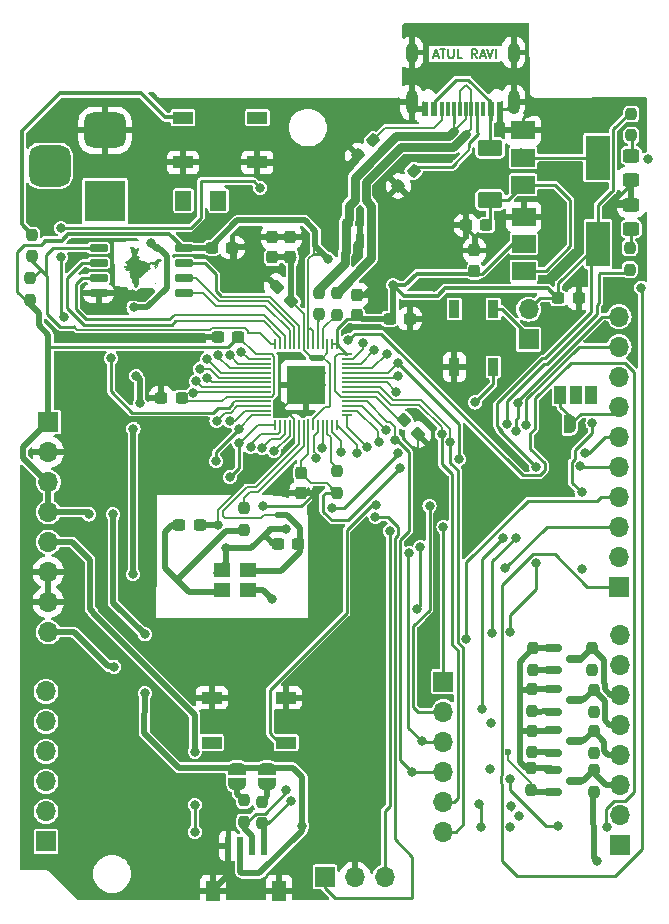
<source format=gbr>
%TF.GenerationSoftware,KiCad,Pcbnew,7.0.10*%
%TF.CreationDate,2024-03-24T00:00:07+05:30*%
%TF.ProjectId,rp2040-basic-m1,72703230-3430-42d6-9261-7369632d6d31,V2.2.5*%
%TF.SameCoordinates,Original*%
%TF.FileFunction,Copper,L1,Top*%
%TF.FilePolarity,Positive*%
%FSLAX46Y46*%
G04 Gerber Fmt 4.6, Leading zero omitted, Abs format (unit mm)*
G04 Created by KiCad (PCBNEW 7.0.10) date 2024-03-24 00:00:07*
%MOMM*%
%LPD*%
G01*
G04 APERTURE LIST*
G04 Aperture macros list*
%AMRoundRect*
0 Rectangle with rounded corners*
0 $1 Rounding radius*
0 $2 $3 $4 $5 $6 $7 $8 $9 X,Y pos of 4 corners*
0 Add a 4 corners polygon primitive as box body*
4,1,4,$2,$3,$4,$5,$6,$7,$8,$9,$2,$3,0*
0 Add four circle primitives for the rounded corners*
1,1,$1+$1,$2,$3*
1,1,$1+$1,$4,$5*
1,1,$1+$1,$6,$7*
1,1,$1+$1,$8,$9*
0 Add four rect primitives between the rounded corners*
20,1,$1+$1,$2,$3,$4,$5,0*
20,1,$1+$1,$4,$5,$6,$7,0*
20,1,$1+$1,$6,$7,$8,$9,0*
20,1,$1+$1,$8,$9,$2,$3,0*%
%AMFreePoly0*
4,1,19,0.500000,-0.750000,0.000000,-0.750000,0.000000,-0.744911,-0.071157,-0.744911,-0.207708,-0.704816,-0.327430,-0.627875,-0.420627,-0.520320,-0.479746,-0.390866,-0.500000,-0.250000,-0.500000,0.250000,-0.479746,0.390866,-0.420627,0.520320,-0.327430,0.627875,-0.207708,0.704816,-0.071157,0.744911,0.000000,0.744911,0.000000,0.750000,0.500000,0.750000,0.500000,-0.750000,0.500000,-0.750000,
$1*%
%AMFreePoly1*
4,1,19,0.000000,0.744911,0.071157,0.744911,0.207708,0.704816,0.327430,0.627875,0.420627,0.520320,0.479746,0.390866,0.500000,0.250000,0.500000,-0.250000,0.479746,-0.390866,0.420627,-0.520320,0.327430,-0.627875,0.207708,-0.704816,0.071157,-0.744911,0.000000,-0.744911,0.000000,-0.750000,-0.500000,-0.750000,-0.500000,0.750000,0.000000,0.750000,0.000000,0.744911,0.000000,0.744911,
$1*%
G04 Aperture macros list end*
%TA.AperFunction,NonConductor*%
%ADD10C,0.000000*%
%TD*%
%ADD11C,0.190500*%
%TA.AperFunction,NonConductor*%
%ADD12C,0.190500*%
%TD*%
%TA.AperFunction,SMDPad,CuDef*%
%ADD13R,1.700000X1.000000*%
%TD*%
%TA.AperFunction,SMDPad,CuDef*%
%ADD14RoundRect,0.237500X0.300000X0.237500X-0.300000X0.237500X-0.300000X-0.237500X0.300000X-0.237500X0*%
%TD*%
%TA.AperFunction,SMDPad,CuDef*%
%ADD15R,2.000000X1.500000*%
%TD*%
%TA.AperFunction,SMDPad,CuDef*%
%ADD16R,2.000000X3.800000*%
%TD*%
%TA.AperFunction,ComponentPad*%
%ADD17R,1.700000X1.700000*%
%TD*%
%TA.AperFunction,ComponentPad*%
%ADD18O,1.700000X1.700000*%
%TD*%
%TA.AperFunction,SMDPad,CuDef*%
%ADD19RoundRect,0.237500X-0.237500X0.250000X-0.237500X-0.250000X0.237500X-0.250000X0.237500X0.250000X0*%
%TD*%
%TA.AperFunction,SMDPad,CuDef*%
%ADD20R,1.000000X1.500000*%
%TD*%
%TA.AperFunction,SMDPad,CuDef*%
%ADD21RoundRect,0.150000X-0.587500X-0.150000X0.587500X-0.150000X0.587500X0.150000X-0.587500X0.150000X0*%
%TD*%
%TA.AperFunction,SMDPad,CuDef*%
%ADD22RoundRect,0.237500X0.380070X-0.044194X-0.044194X0.380070X-0.380070X0.044194X0.044194X-0.380070X0*%
%TD*%
%TA.AperFunction,SMDPad,CuDef*%
%ADD23RoundRect,0.237500X0.237500X-0.250000X0.237500X0.250000X-0.237500X0.250000X-0.237500X-0.250000X0*%
%TD*%
%TA.AperFunction,SMDPad,CuDef*%
%ADD24RoundRect,0.237500X-0.300000X-0.237500X0.300000X-0.237500X0.300000X0.237500X-0.300000X0.237500X0*%
%TD*%
%TA.AperFunction,SMDPad,CuDef*%
%ADD25RoundRect,0.150000X-0.150000X0.587500X-0.150000X-0.587500X0.150000X-0.587500X0.150000X0.587500X0*%
%TD*%
%TA.AperFunction,SMDPad,CuDef*%
%ADD26R,1.400000X1.200000*%
%TD*%
%TA.AperFunction,SMDPad,CuDef*%
%ADD27FreePoly0,0.000000*%
%TD*%
%TA.AperFunction,SMDPad,CuDef*%
%ADD28FreePoly1,0.000000*%
%TD*%
%TA.AperFunction,SMDPad,CuDef*%
%ADD29RoundRect,0.250001X-0.462499X-0.624999X0.462499X-0.624999X0.462499X0.624999X-0.462499X0.624999X0*%
%TD*%
%TA.AperFunction,SMDPad,CuDef*%
%ADD30RoundRect,0.237500X0.237500X-0.300000X0.237500X0.300000X-0.237500X0.300000X-0.237500X-0.300000X0*%
%TD*%
%TA.AperFunction,SMDPad,CuDef*%
%ADD31RoundRect,0.237500X-0.380070X0.044194X0.044194X-0.380070X0.380070X-0.044194X-0.044194X0.380070X0*%
%TD*%
%TA.AperFunction,SMDPad,CuDef*%
%ADD32FreePoly0,90.000000*%
%TD*%
%TA.AperFunction,SMDPad,CuDef*%
%ADD33FreePoly1,90.000000*%
%TD*%
%TA.AperFunction,SMDPad,CuDef*%
%ADD34R,0.600000X1.550000*%
%TD*%
%TA.AperFunction,SMDPad,CuDef*%
%ADD35R,1.200000X1.800000*%
%TD*%
%TA.AperFunction,SMDPad,CuDef*%
%ADD36RoundRect,0.250000X0.450000X-0.325000X0.450000X0.325000X-0.450000X0.325000X-0.450000X-0.325000X0*%
%TD*%
%TA.AperFunction,SMDPad,CuDef*%
%ADD37RoundRect,0.237500X0.008839X0.344715X-0.344715X-0.008839X-0.008839X-0.344715X0.344715X0.008839X0*%
%TD*%
%TA.AperFunction,SMDPad,CuDef*%
%ADD38RoundRect,0.050000X-0.387500X-0.050000X0.387500X-0.050000X0.387500X0.050000X-0.387500X0.050000X0*%
%TD*%
%TA.AperFunction,SMDPad,CuDef*%
%ADD39RoundRect,0.050000X-0.050000X-0.387500X0.050000X-0.387500X0.050000X0.387500X-0.050000X0.387500X0*%
%TD*%
%TA.AperFunction,SMDPad,CuDef*%
%ADD40R,3.200000X3.200000*%
%TD*%
%TA.AperFunction,SMDPad,CuDef*%
%ADD41R,0.600000X1.240000*%
%TD*%
%TA.AperFunction,SMDPad,CuDef*%
%ADD42R,0.300000X1.240000*%
%TD*%
%TA.AperFunction,ComponentPad*%
%ADD43O,1.000000X2.100000*%
%TD*%
%TA.AperFunction,ComponentPad*%
%ADD44O,1.000000X1.800000*%
%TD*%
%TA.AperFunction,SMDPad,CuDef*%
%ADD45RoundRect,0.237500X-0.237500X0.300000X-0.237500X-0.300000X0.237500X-0.300000X0.237500X0.300000X0*%
%TD*%
%TA.AperFunction,SMDPad,CuDef*%
%ADD46RoundRect,0.250000X-0.450000X0.325000X-0.450000X-0.325000X0.450000X-0.325000X0.450000X0.325000X0*%
%TD*%
%TA.AperFunction,SMDPad,CuDef*%
%ADD47RoundRect,0.150000X-0.650000X-0.150000X0.650000X-0.150000X0.650000X0.150000X-0.650000X0.150000X0*%
%TD*%
%TA.AperFunction,SMDPad,CuDef*%
%ADD48R,0.900000X1.500000*%
%TD*%
%TA.AperFunction,ComponentPad*%
%ADD49R,3.500000X3.500000*%
%TD*%
%TA.AperFunction,ComponentPad*%
%ADD50RoundRect,0.750000X-1.000000X0.750000X-1.000000X-0.750000X1.000000X-0.750000X1.000000X0.750000X0*%
%TD*%
%TA.AperFunction,ComponentPad*%
%ADD51RoundRect,0.875000X-0.875000X0.875000X-0.875000X-0.875000X0.875000X-0.875000X0.875000X0.875000X0*%
%TD*%
%TA.AperFunction,SMDPad,CuDef*%
%ADD52RoundRect,0.250000X0.800000X-0.450000X0.800000X0.450000X-0.800000X0.450000X-0.800000X-0.450000X0*%
%TD*%
%TA.AperFunction,ViaPad*%
%ADD53C,0.800000*%
%TD*%
%TA.AperFunction,ViaPad*%
%ADD54C,0.600000*%
%TD*%
%TA.AperFunction,Conductor*%
%ADD55C,0.500000*%
%TD*%
%TA.AperFunction,Conductor*%
%ADD56C,0.250000*%
%TD*%
%TA.AperFunction,Conductor*%
%ADD57C,0.200000*%
%TD*%
%TA.AperFunction,Conductor*%
%ADD58C,0.350000*%
%TD*%
%TA.AperFunction,Conductor*%
%ADD59C,0.770000*%
%TD*%
%TA.AperFunction,Conductor*%
%ADD60C,0.762000*%
%TD*%
G04 APERTURE END LIST*
D10*
%TA.AperFunction,NonConductor*%
G36*
X82456734Y-36511755D02*
G01*
X82459200Y-36516771D01*
X82465751Y-36518504D01*
X82469746Y-36534290D01*
X82473440Y-36535969D01*
X82471784Y-36538571D01*
X82486653Y-36543705D01*
X82490416Y-36551697D01*
X82488791Y-36560451D01*
X82495453Y-36570511D01*
X82513217Y-36574925D01*
X82513508Y-36567734D01*
X82521165Y-36566534D01*
X82522901Y-36577197D01*
X82517011Y-36587950D01*
X82516604Y-36596923D01*
X82521112Y-36600356D01*
X82525198Y-36597792D01*
X82528172Y-36603118D01*
X82524123Y-36626251D01*
X82534728Y-36633117D01*
X82536781Y-36647299D01*
X82541427Y-36640085D01*
X82544438Y-36645785D01*
X82550455Y-36644287D01*
X82551248Y-36647613D01*
X82561435Y-36645950D01*
X82563483Y-36650327D01*
X82561361Y-36659273D01*
X82556889Y-36659870D01*
X82551989Y-36671445D01*
X82548550Y-36671492D01*
X82545359Y-36674840D01*
X82544829Y-36682810D01*
X82536993Y-36686958D01*
X82529293Y-36686702D01*
X82520948Y-36694753D01*
X82520668Y-36700606D01*
X82518186Y-36700462D01*
X82517741Y-36702846D01*
X82524996Y-36707420D01*
X82520858Y-36718994D01*
X82504999Y-36721863D01*
X82493008Y-36733970D01*
X82486383Y-36733650D01*
X82481149Y-36736156D01*
X82471556Y-36750625D01*
X82476117Y-36755215D01*
X82469254Y-36756431D01*
X82468894Y-36767424D01*
X82470910Y-36771172D01*
X82476133Y-36773726D01*
X82472926Y-36778385D01*
X82474366Y-36781760D01*
X82468460Y-36783157D01*
X82469053Y-36787699D01*
X82464005Y-36785236D01*
X82461369Y-36789037D01*
X82463248Y-36793958D01*
X82456115Y-36801907D01*
X82463296Y-36807804D01*
X82459771Y-36810235D01*
X82458496Y-36804973D01*
X82451792Y-36809334D01*
X82446685Y-36823318D01*
X82448416Y-36829465D01*
X82453236Y-36834775D01*
X82454221Y-36840853D01*
X82451136Y-36841866D01*
X82439531Y-36837686D01*
X82437769Y-36845150D01*
X82440034Y-36848332D01*
X82433805Y-36851366D01*
X82430678Y-36866198D01*
X82422894Y-36870298D01*
X82414115Y-36868176D01*
X82404749Y-36861442D01*
X82396245Y-36864588D01*
X82388847Y-36863458D01*
X82386228Y-36865750D01*
X82382180Y-36863314D01*
X82369295Y-36864545D01*
X82370300Y-36870202D01*
X82366347Y-36873848D01*
X82367781Y-36877959D01*
X82360098Y-36889267D01*
X82352647Y-36893777D01*
X82349694Y-36903235D01*
X82344873Y-36902920D01*
X82343312Y-36898650D01*
X82337237Y-36896107D01*
X82335967Y-36910986D01*
X82339635Y-36926932D01*
X82334740Y-36935255D01*
X82340995Y-36940469D01*
X82341836Y-36947256D01*
X82344270Y-36944798D01*
X82346387Y-36950422D01*
X82342466Y-36961106D01*
X82346392Y-36967323D01*
X82343720Y-36969620D01*
X82344662Y-36976866D01*
X82340820Y-36983685D01*
X82342143Y-36993724D01*
X82365124Y-37002456D01*
X82368829Y-37000756D01*
X82377216Y-37001913D01*
X82376443Y-37013354D01*
X82378327Y-37016009D01*
X82376687Y-37020700D01*
X82370374Y-37021367D01*
X82363653Y-37027775D01*
X82362124Y-37021719D01*
X82364590Y-37016750D01*
X82347847Y-37012207D01*
X82341915Y-37014713D01*
X82336449Y-37020823D01*
X82324395Y-37000990D01*
X82318616Y-37003352D01*
X82305260Y-36994870D01*
X82301551Y-36999577D01*
X82292348Y-36988685D01*
X82284062Y-36996506D01*
X82280823Y-37006657D01*
X82282188Y-37011616D01*
X82294454Y-37017901D01*
X82296645Y-37024859D01*
X82305472Y-37026351D01*
X82303006Y-37035681D01*
X82303953Y-37055157D01*
X82301328Y-37059486D01*
X82309043Y-37058542D01*
X82312065Y-37068656D01*
X82319124Y-37069397D01*
X82317272Y-37075469D01*
X82314446Y-37075944D01*
X82319135Y-37080907D01*
X82315653Y-37087278D01*
X82318648Y-37099807D01*
X82316542Y-37103608D01*
X82320971Y-37104664D01*
X82322341Y-37107825D01*
X82320346Y-37111387D01*
X82323781Y-37116745D01*
X82325379Y-37128959D01*
X82317981Y-37130734D01*
X82316695Y-37142964D01*
X82313144Y-37146866D01*
X82307863Y-37147080D01*
X82307551Y-37152203D01*
X82302582Y-37151414D01*
X82295264Y-37154720D01*
X82293020Y-37161954D01*
X82286146Y-37159432D01*
X82286480Y-37162871D01*
X82293809Y-37166886D01*
X82292962Y-37170111D01*
X82288723Y-37169514D01*
X82287416Y-37173704D01*
X82283109Y-37175501D01*
X82272494Y-37187401D01*
X82270589Y-37195110D01*
X82260969Y-37195819D01*
X82261037Y-37199114D01*
X82253804Y-37200260D01*
X82246554Y-37205186D01*
X82243988Y-37213983D01*
X82245961Y-37217075D01*
X82244416Y-37224651D01*
X82240564Y-37232104D01*
X82240945Y-37238928D01*
X82236505Y-37249895D01*
X82231701Y-37248823D01*
X82230716Y-37257977D01*
X82216212Y-37257332D01*
X82205750Y-37252614D01*
X82196225Y-37260344D01*
X82191669Y-37259944D01*
X82181869Y-37225978D01*
X82185161Y-37215811D01*
X82172789Y-37219949D01*
X82171259Y-37212368D01*
X82173397Y-37211242D01*
X82169195Y-37208108D01*
X82165687Y-37216030D01*
X82158670Y-37215395D01*
X82158527Y-37209894D01*
X82164602Y-37205778D01*
X82159782Y-37200153D01*
X82156644Y-37190722D01*
X82157781Y-37187673D01*
X82153845Y-37186462D01*
X82154718Y-37184511D01*
X82149389Y-37180273D01*
X82147383Y-37174824D01*
X82130852Y-37162039D01*
X82115168Y-37166918D01*
X82106934Y-37151516D01*
X82104124Y-37146621D01*
X82107934Y-37146024D01*
X82115903Y-37139099D01*
X82106950Y-37126805D01*
X82106955Y-37119938D01*
X82112982Y-37109664D01*
X82113284Y-37101843D01*
X82120131Y-37096267D01*
X82119761Y-37090376D01*
X82125709Y-37087800D01*
X82129985Y-37079100D01*
X82140203Y-37071359D01*
X82144886Y-37082378D01*
X82151728Y-37080107D01*
X82153575Y-37085161D01*
X82160295Y-37084778D01*
X82170905Y-37076066D01*
X82164587Y-37068325D01*
X82176117Y-37063735D01*
X82174678Y-37057455D01*
X82170947Y-37056266D01*
X82168979Y-37052326D01*
X82162200Y-37051659D01*
X82157168Y-37046941D01*
X82150061Y-37046483D01*
X82151056Y-37037062D01*
X82137081Y-37027354D01*
X82137388Y-37022087D01*
X82129270Y-37021452D01*
X82130260Y-37027615D01*
X82127418Y-37025200D01*
X82121021Y-37025003D01*
X82121338Y-37022444D01*
X82125117Y-37023147D01*
X82132408Y-37016249D01*
X82130768Y-37012693D01*
X82122460Y-37011866D01*
X82122307Y-37008731D01*
X82126450Y-37006348D01*
X82130525Y-37009286D01*
X82134943Y-37008923D01*
X82137732Y-37002275D01*
X82137801Y-36993004D01*
X82137160Y-36987790D01*
X82132467Y-36984356D01*
X82120925Y-36983749D01*
X82120058Y-36981531D01*
X82123158Y-36978289D01*
X82119719Y-36972201D01*
X82133885Y-36968901D01*
X82137346Y-36964497D01*
X82145733Y-36961325D01*
X82142214Y-36953994D01*
X82146235Y-36929326D01*
X82140145Y-36928313D01*
X82134006Y-36931549D01*
X82130646Y-36927759D01*
X82133530Y-36923307D01*
X82141563Y-36919869D01*
X82137732Y-36910171D01*
X82137324Y-36890168D01*
X82127768Y-36890381D01*
X82124238Y-36881174D01*
X82126857Y-36877954D01*
X82125302Y-36870767D01*
X82127958Y-36861757D01*
X82147675Y-36852555D01*
X82151845Y-36846829D01*
X82150030Y-36842959D01*
X82158189Y-36826122D01*
X82155866Y-36812437D01*
X82156893Y-36797509D01*
X82159602Y-36791997D01*
X82167159Y-36793249D01*
X82169429Y-36786399D01*
X82169969Y-36770756D01*
X82167963Y-36768224D01*
X82170990Y-36767734D01*
X82178197Y-36748791D01*
X82182595Y-36749527D01*
X82184023Y-36756074D01*
X82187976Y-36755696D01*
X82188484Y-36751457D01*
X82184844Y-36749330D01*
X82189823Y-36747166D01*
X82190225Y-36735602D01*
X82197454Y-36733501D01*
X82200681Y-36727786D01*
X82200258Y-36710187D01*
X82208021Y-36704296D01*
X82212265Y-36708919D01*
X82218589Y-36703177D01*
X82221742Y-36705304D01*
X82223843Y-36700191D01*
X82230029Y-36702473D01*
X82232003Y-36710161D01*
X82235088Y-36705602D01*
X82237702Y-36707031D01*
X82236596Y-36703838D01*
X82241226Y-36703918D01*
X82245571Y-36698309D01*
X82256286Y-36698427D01*
X82257149Y-36695388D01*
X82259932Y-36694828D01*
X82260800Y-36687252D01*
X82266394Y-36685130D01*
X82268156Y-36681937D01*
X82270103Y-36685322D01*
X82272564Y-36683451D01*
X82270775Y-36675886D01*
X82274950Y-36671056D01*
X82272357Y-36662909D01*
X82273299Y-36658191D01*
X82282935Y-36656096D01*
X82283337Y-36653190D01*
X82292228Y-36648115D01*
X82289815Y-36638007D01*
X82291990Y-36633566D01*
X82301514Y-36633288D01*
X82306282Y-36628858D01*
X82311685Y-36630431D01*
X82315580Y-36625846D01*
X82314627Y-36615476D01*
X82319834Y-36608604D01*
X82319437Y-36603667D01*
X82314114Y-36599264D01*
X82311129Y-36599989D01*
X82309759Y-36594935D01*
X82303911Y-36597328D01*
X82300456Y-36596113D01*
X82300620Y-36591816D01*
X82296201Y-36593069D01*
X82289582Y-36578674D01*
X82279702Y-36581185D01*
X82277204Y-36577011D01*
X82269605Y-36574393D01*
X82264848Y-36579730D01*
X82260578Y-36578733D01*
X82257662Y-36583723D01*
X82255318Y-36581724D01*
X82255170Y-36576446D01*
X82252000Y-36575907D01*
X82251185Y-36571829D01*
X82254837Y-36570448D01*
X82256006Y-36563064D01*
X82259313Y-36563144D01*
X82264208Y-36555744D01*
X82262742Y-36551794D01*
X82258932Y-36549715D01*
X82257921Y-36542475D01*
X82254365Y-36539697D01*
X82255704Y-36533230D01*
X82261361Y-36530970D01*
X82268161Y-36539057D01*
X82267727Y-36541307D01*
X82274770Y-36544773D01*
X82282554Y-36543264D01*
X82289592Y-36537357D01*
X82293386Y-36539798D01*
X82298926Y-36538551D01*
X82303874Y-36543717D01*
X82316834Y-36543792D01*
X82321432Y-36539782D01*
X82320919Y-36542336D01*
X82323898Y-36545375D01*
X82327126Y-36543557D01*
X82335206Y-36545770D01*
X82349800Y-36544831D01*
X82356029Y-36548126D01*
X82359162Y-36546921D01*
X82357262Y-36543291D01*
X82363755Y-36543440D01*
X82371073Y-36539356D01*
X82371570Y-36533124D01*
X82381714Y-36531375D01*
X82388324Y-36526422D01*
X82402839Y-36537005D01*
X82419217Y-36536728D01*
X82430615Y-36531513D01*
X82433552Y-36523223D01*
X82440198Y-36519107D01*
X82441637Y-36513072D01*
X82445457Y-36509617D01*
X82456734Y-36511755D01*
G37*
%TD.AperFunction*%
%TA.AperFunction,NonConductor*%
G36*
X83078823Y-36757251D02*
G01*
X83082897Y-36764619D01*
X83081267Y-36770894D01*
X83077876Y-36771896D01*
X83071997Y-36760567D01*
X83072610Y-36756457D01*
X83078823Y-36757251D01*
G37*
%TD.AperFunction*%
%TA.AperFunction,NonConductor*%
G36*
X83055211Y-36786489D02*
G01*
X83055455Y-36790956D01*
X83051084Y-36792945D01*
X83054502Y-36784234D01*
X83055211Y-36786489D01*
G37*
%TD.AperFunction*%
%TA.AperFunction,NonConductor*%
G36*
X83073240Y-36803203D02*
G01*
X83075637Y-36805202D01*
X83077447Y-36810283D01*
X83074256Y-36810656D01*
X83074240Y-36807532D01*
X83071255Y-36804781D01*
X83068811Y-36798831D01*
X83072541Y-36798240D01*
X83073240Y-36803203D01*
G37*
%TD.AperFunction*%
%TA.AperFunction,NonConductor*%
G36*
X82094154Y-37756574D02*
G01*
X82102822Y-37756803D01*
X82107881Y-37766805D01*
X82111881Y-37769054D01*
X82111876Y-37763009D01*
X82115512Y-37780016D01*
X82110437Y-37795263D01*
X82105547Y-37835792D01*
X82094715Y-37871400D01*
X82064558Y-37917356D01*
X82059330Y-37931452D01*
X82054927Y-37928845D01*
X82048170Y-37935232D01*
X82045820Y-37928408D01*
X82049905Y-37927043D01*
X82047921Y-37925364D01*
X82044725Y-37927283D01*
X82041756Y-37922532D01*
X82037920Y-37926270D01*
X82043973Y-37927885D01*
X82041661Y-37931905D01*
X82044746Y-37932795D01*
X82046836Y-37937007D01*
X82045783Y-37938883D01*
X82042179Y-37935514D01*
X82039539Y-37939939D01*
X82044497Y-37943042D01*
X82049593Y-37940520D01*
X82049852Y-37944609D01*
X82053133Y-37942818D01*
X82055197Y-37946433D01*
X82050397Y-37974135D01*
X82059383Y-37997769D01*
X82061198Y-38040585D01*
X82055313Y-38039433D01*
X82053318Y-38041566D01*
X82047614Y-38039337D01*
X82049122Y-38044269D01*
X82044481Y-38043309D01*
X82047053Y-38049451D01*
X82056149Y-38052842D01*
X82056631Y-38058866D01*
X82060827Y-38058903D01*
X82063933Y-38117239D01*
X82059102Y-38119616D01*
X82048826Y-38119648D01*
X82009255Y-38114951D01*
X81999195Y-38121274D01*
X81991903Y-38134389D01*
X81991840Y-38140275D01*
X81996147Y-38146374D01*
X81983712Y-38158258D01*
X81980023Y-38167012D01*
X81965868Y-38183453D01*
X81959285Y-38194793D01*
X81955253Y-38209124D01*
X81959809Y-38217435D01*
X81973562Y-38229324D01*
X81987622Y-38231441D01*
X81976917Y-38233877D01*
X81961561Y-38232470D01*
X81952486Y-38234250D01*
X81936362Y-38239619D01*
X81935346Y-38241709D01*
X81928636Y-38241458D01*
X81926911Y-38243554D01*
X81928573Y-38245366D01*
X81919804Y-38248330D01*
X81901252Y-38250511D01*
X81878916Y-38267635D01*
X81874450Y-38276299D01*
X81873190Y-38288704D01*
X81876481Y-38288145D01*
X81881249Y-38291264D01*
X81874513Y-38291791D01*
X81867375Y-38302166D01*
X81866449Y-38310051D01*
X81871126Y-38309209D01*
X81870206Y-38319487D01*
X81862972Y-38328146D01*
X81861252Y-38332565D01*
X81863189Y-38333653D01*
X81834053Y-38347376D01*
X81827714Y-38355314D01*
X81808759Y-38359979D01*
X81806018Y-38366600D01*
X81779988Y-38361626D01*
X81755673Y-38341788D01*
X81758493Y-38339000D01*
X81762674Y-38340173D01*
X81759922Y-38332768D01*
X81768193Y-38326136D01*
X81765648Y-38319898D01*
X81772410Y-38319002D01*
X81774363Y-38314956D01*
X81762197Y-38292516D01*
X81764547Y-38292804D01*
X81768770Y-38288235D01*
X81771908Y-38278863D01*
X81767669Y-38272337D01*
X81764981Y-38272524D01*
X81764954Y-38269016D01*
X81759636Y-38261739D01*
X81765166Y-38258966D01*
X81766690Y-38253134D01*
X81772881Y-38247008D01*
X81771204Y-38242946D01*
X81774548Y-38239614D01*
X81774548Y-38230396D01*
X81776464Y-38226291D01*
X81779475Y-38226238D01*
X81782015Y-38214642D01*
X81786925Y-38212430D01*
X81788883Y-38207279D01*
X81783819Y-38203937D01*
X81782750Y-38196206D01*
X81780967Y-38199789D01*
X81778697Y-38196435D01*
X81773236Y-38199591D01*
X81766690Y-38195182D01*
X81761811Y-38194974D01*
X81766023Y-38182654D01*
X81768050Y-38181961D01*
X81768225Y-38175408D01*
X81770902Y-38174438D01*
X81768129Y-38171511D01*
X81769764Y-38167630D01*
X81767044Y-38165722D01*
X81770987Y-38157074D01*
X81773680Y-38155885D01*
X81772468Y-38148357D01*
X81765790Y-38140216D01*
X81773765Y-38137220D01*
X81776056Y-38127293D01*
X81772299Y-38125790D01*
X81772744Y-38122058D01*
X81768748Y-38116188D01*
X81769595Y-38112301D01*
X81763039Y-38111625D01*
X81750730Y-38118475D01*
X81749254Y-38122682D01*
X81741750Y-38127133D01*
X81734516Y-38125315D01*
X81729733Y-38120549D01*
X81729955Y-38117958D01*
X81727103Y-38119360D01*
X81725013Y-38117377D01*
X81727193Y-38110116D01*
X81723647Y-38103889D01*
X81726129Y-38084701D01*
X81723388Y-38080042D01*
X81730881Y-38079695D01*
X81728987Y-38074524D01*
X81733638Y-38063749D01*
X81732617Y-38060465D01*
X81727314Y-38059585D01*
X81724780Y-38053476D01*
X81706127Y-38046433D01*
X81712482Y-38034325D01*
X81722002Y-38033083D01*
X81715869Y-38032507D01*
X81716049Y-38024169D01*
X81710778Y-38021546D01*
X81714588Y-38014274D01*
X81711418Y-38011731D01*
X81703232Y-38016897D01*
X81688236Y-38014962D01*
X81684373Y-38017516D01*
X81683669Y-38011832D01*
X81694056Y-38004832D01*
X81693834Y-37998131D01*
X81690654Y-37998691D01*
X81683886Y-37994761D01*
X81679679Y-37988859D01*
X81671180Y-37986018D01*
X81669762Y-37987607D01*
X81665016Y-37984226D01*
X81660814Y-37985911D01*
X81659227Y-37974054D01*
X81664232Y-37970834D01*
X81667217Y-37974065D01*
X81673001Y-37971981D01*
X81676313Y-37967486D01*
X81681272Y-37967385D01*
X81681123Y-37963301D01*
X81684214Y-37963776D01*
X81690066Y-37958919D01*
X81694077Y-37962038D01*
X81696258Y-37968873D01*
X81716879Y-37968826D01*
X81724663Y-37970334D01*
X81726965Y-37972904D01*
X81728473Y-37969812D01*
X81725992Y-37965024D01*
X81733876Y-37949265D01*
X81740512Y-37951318D01*
X81741972Y-37947250D01*
X81745481Y-37947031D01*
X81748497Y-37949190D01*
X81747465Y-37951365D01*
X81751254Y-37949958D01*
X81752926Y-37955854D01*
X81757101Y-37957241D01*
X81756382Y-37951547D01*
X81770145Y-37949212D01*
X81771775Y-37947095D01*
X81776548Y-37947559D01*
X81781120Y-37952022D01*
X81784819Y-37949777D01*
X81791439Y-37952960D01*
X81795540Y-37942943D01*
X81795154Y-37937339D01*
X81797826Y-37938763D01*
X81798657Y-37932370D01*
X81818162Y-37931720D01*
X81821374Y-37923584D01*
X81830126Y-37912740D01*
X81825464Y-37905740D01*
X81796588Y-37901774D01*
X81797090Y-37895009D01*
X81805123Y-37892529D01*
X81811891Y-37884575D01*
X81813690Y-37878370D01*
X81814257Y-37870554D01*
X81808737Y-37871561D01*
X81812172Y-37867995D01*
X81809087Y-37867174D01*
X81808150Y-37861389D01*
X81811230Y-37854224D01*
X81810399Y-37850071D01*
X81817485Y-37848183D01*
X81820152Y-37851041D01*
X81822972Y-37848236D01*
X81826031Y-37849345D01*
X81833571Y-37835377D01*
X81831952Y-37830035D01*
X81846668Y-37824965D01*
X81848520Y-37827508D01*
X81845726Y-37831384D01*
X81847451Y-37832328D01*
X81849753Y-37828276D01*
X81853722Y-37834386D01*
X81855944Y-37834407D01*
X81857431Y-37828670D01*
X81860956Y-37829071D01*
X81869147Y-37837297D01*
X81880196Y-37839264D01*
X81880196Y-37839263D01*
X81880921Y-37843517D01*
X81876783Y-37847366D01*
X81885044Y-37846167D01*
X81887928Y-37850592D01*
X81896553Y-37855262D01*
X81906665Y-37854628D01*
X81906448Y-37849531D01*
X81909872Y-37849414D01*
X81910412Y-37844850D01*
X81912306Y-37845042D01*
X81912910Y-37844845D01*
X81913841Y-37847558D01*
X81916418Y-37846886D01*
X81916185Y-37840254D01*
X81920217Y-37837200D01*
X81925064Y-37820320D01*
X81927387Y-37820342D01*
X81923731Y-37813533D01*
X81927880Y-37809093D01*
X81932605Y-37810634D01*
X81933568Y-37804743D01*
X81938394Y-37805963D01*
X81952798Y-37801320D01*
X81953449Y-37808885D01*
X81958185Y-37809008D01*
X81954730Y-37807131D01*
X81957047Y-37803415D01*
X81964271Y-37802418D01*
X81974182Y-37809515D01*
X81983448Y-37810293D01*
X81987459Y-37801491D01*
X81990713Y-37799294D01*
X81990718Y-37795690D01*
X81996153Y-37795045D01*
X82000646Y-37800088D01*
X82005810Y-37796351D01*
X82005059Y-37792561D01*
X82013478Y-37789783D01*
X82013240Y-37787384D01*
X82015886Y-37786446D01*
X82014843Y-37784958D01*
X82012044Y-37786974D01*
X82013615Y-37779089D01*
X82008027Y-37776615D01*
X82014039Y-37774275D01*
X82025881Y-37775704D01*
X82027315Y-37780710D01*
X82030808Y-37783189D01*
X82040587Y-37779025D01*
X82041116Y-37785001D01*
X82043635Y-37784495D01*
X82042825Y-37787513D01*
X82046604Y-37785865D01*
X82048990Y-37788930D01*
X82053478Y-37785679D01*
X82046429Y-37780123D01*
X82050064Y-37776642D01*
X82052911Y-37779004D01*
X82055182Y-37776466D01*
X82060817Y-37776567D01*
X82069051Y-37772862D01*
X82072157Y-37768517D01*
X82069824Y-37765073D01*
X82073231Y-37763527D01*
X82073078Y-37759720D01*
X82076793Y-37758787D01*
X82077957Y-37755561D01*
X82081296Y-37755934D01*
X82080931Y-37753956D01*
X82076216Y-37753013D01*
X82076655Y-37750784D01*
X82085000Y-37749873D01*
X82094154Y-37756574D01*
G37*
%TD.AperFunction*%
%TA.AperFunction,NonConductor*%
G36*
X81617703Y-35448035D02*
G01*
X81626699Y-35460026D01*
X81616915Y-35464957D01*
X81605009Y-35478829D01*
X81592399Y-35483963D01*
X81592139Y-35490462D01*
X81596748Y-35493149D01*
X81587546Y-35504036D01*
X81589737Y-35506088D01*
X81595367Y-35504628D01*
X81599849Y-35506680D01*
X81610311Y-35515477D01*
X81622524Y-35521309D01*
X81631049Y-35539004D01*
X81625551Y-35538658D01*
X81634515Y-35560937D01*
X81651215Y-35591235D01*
X81649168Y-35598033D01*
X81652628Y-35600677D01*
X81653353Y-35605187D01*
X81667006Y-35603567D01*
X81666995Y-35600576D01*
X81671504Y-35599174D01*
X81669197Y-35592749D01*
X81673996Y-35591027D01*
X81674435Y-35587679D01*
X81676219Y-35594210D01*
X81683865Y-35605283D01*
X81681965Y-35608296D01*
X81685913Y-35604740D01*
X81688331Y-35609522D01*
X81691178Y-35608264D01*
X81691602Y-35610961D01*
X81693713Y-35608152D01*
X81693469Y-35611868D01*
X81697406Y-35608647D01*
X81700851Y-35612443D01*
X81698523Y-35616932D01*
X81703550Y-35615536D01*
X81704598Y-35617370D01*
X81699608Y-35621283D01*
X81699486Y-35628438D01*
X81703524Y-35630703D01*
X81700560Y-35638055D01*
X81701788Y-35644448D01*
X81713144Y-35649731D01*
X81719489Y-35657115D01*
X81719399Y-35660980D01*
X81725902Y-35666668D01*
X81728014Y-35671845D01*
X81725950Y-35675556D01*
X81722066Y-35675204D01*
X81722399Y-35672720D01*
X81719425Y-35673850D01*
X81718325Y-35671003D01*
X81710715Y-35676041D01*
X81714663Y-35684326D01*
X81722203Y-35687759D01*
X81725024Y-35685627D01*
X81726685Y-35689508D01*
X81729723Y-35686474D01*
X81729321Y-35691465D01*
X81735396Y-35696743D01*
X81732247Y-35704393D01*
X81736158Y-35707277D01*
X81732676Y-35711590D01*
X81732665Y-35717194D01*
X81736930Y-35723948D01*
X81731718Y-35727675D01*
X81731718Y-35724258D01*
X81726421Y-35718121D01*
X81723764Y-35720958D01*
X81718160Y-35717481D01*
X81711768Y-35723309D01*
X81713006Y-35726971D01*
X81716017Y-35727680D01*
X81713430Y-35731119D01*
X81708937Y-35732015D01*
X81701762Y-35739132D01*
X81694872Y-35739862D01*
X81693200Y-35744719D01*
X81698899Y-35740945D01*
X81702005Y-35744229D01*
X81701148Y-35746260D01*
X81704984Y-35747444D01*
X81703630Y-35760324D01*
X81700788Y-35763587D01*
X81698100Y-35764243D01*
X81695676Y-35761209D01*
X81689718Y-35764051D01*
X81688580Y-35761417D01*
X81684289Y-35760959D01*
X81679648Y-35747913D01*
X81676415Y-35750360D01*
X81678701Y-35753639D01*
X81677410Y-35757515D01*
X81670308Y-35754727D01*
X81672864Y-35757499D01*
X81669980Y-35759994D01*
X81662032Y-35758608D01*
X81656793Y-35753484D01*
X81657688Y-35756550D01*
X81655322Y-35756560D01*
X81662455Y-35760463D01*
X81656185Y-35769014D01*
X81658074Y-35770401D01*
X81655359Y-35771776D01*
X81656793Y-35781042D01*
X81652629Y-35783025D01*
X81654661Y-35788154D01*
X81661016Y-35790660D01*
X81647104Y-35799958D01*
X81642813Y-35798758D01*
X81638161Y-35806318D01*
X81636161Y-35805118D01*
X81630319Y-35808274D01*
X81620836Y-35806265D01*
X81615269Y-35797916D01*
X81611618Y-35798582D01*
X81608909Y-35796247D01*
X81601633Y-35798390D01*
X81600696Y-35805225D01*
X81592711Y-35802922D01*
X81591367Y-35806350D01*
X81586440Y-35806835D01*
X81585070Y-35803866D01*
X81580122Y-35804607D01*
X81572650Y-35798492D01*
X81565395Y-35810839D01*
X81560585Y-35813073D01*
X81562257Y-35817492D01*
X81558633Y-35816032D01*
X81554516Y-35823773D01*
X81557167Y-35826534D01*
X81556236Y-35829136D01*
X81548192Y-35831935D01*
X81547944Y-35824226D01*
X81542636Y-35821224D01*
X81540921Y-35817050D01*
X81545070Y-35813851D01*
X81544895Y-35809064D01*
X81549023Y-35805630D01*
X81543636Y-35794546D01*
X81540652Y-35796962D01*
X81540503Y-35801925D01*
X81533428Y-35798641D01*
X81535302Y-35796103D01*
X81532439Y-35793176D01*
X81534984Y-35790127D01*
X81532831Y-35784758D01*
X81530693Y-35789375D01*
X81522321Y-35792270D01*
X81514103Y-35780397D01*
X81510727Y-35781687D01*
X81510309Y-35777934D01*
X81506780Y-35779118D01*
X81501414Y-35774826D01*
X81492862Y-35778766D01*
X81489185Y-35777817D01*
X81483544Y-35783815D01*
X81484332Y-35786096D01*
X81470161Y-35781138D01*
X81400608Y-35777715D01*
X81401015Y-35767869D01*
X81408974Y-35758331D01*
X81408931Y-35748846D01*
X81407995Y-35740279D01*
X81398401Y-35726529D01*
X81401962Y-35720324D01*
X81404672Y-35719791D01*
X81405497Y-35714379D01*
X81408529Y-35715067D01*
X81410858Y-35709533D01*
X81416430Y-35704932D01*
X81421261Y-35705817D01*
X81420187Y-35702528D01*
X81422928Y-35699889D01*
X81422748Y-35695058D01*
X81424727Y-35695976D01*
X81425775Y-35692558D01*
X81429384Y-35692499D01*
X81438379Y-35681266D01*
X81443883Y-35679896D01*
X81441708Y-35675013D01*
X81445608Y-35673109D01*
X81444317Y-35670934D01*
X81447682Y-35664728D01*
X81452873Y-35664958D01*
X81453154Y-35659829D01*
X81458758Y-35657163D01*
X81464790Y-35649401D01*
X81472273Y-35645834D01*
X81474516Y-35636243D01*
X81481623Y-35638898D01*
X81487126Y-35637016D01*
X81489587Y-35632623D01*
X81487692Y-35628059D01*
X81482581Y-35629270D01*
X81481506Y-35627228D01*
X81478284Y-35627702D01*
X81477516Y-35632650D01*
X81473802Y-35633897D01*
X81472860Y-35629216D01*
X81468558Y-35627036D01*
X81469283Y-35609661D01*
X81473796Y-35606265D01*
X81483787Y-35585254D01*
X81482057Y-35581773D01*
X81475342Y-35579816D01*
X81479554Y-35575599D01*
X81479226Y-35571201D01*
X81469960Y-35550974D01*
X81470050Y-35548063D01*
X81473786Y-35547013D01*
X81474294Y-35537134D01*
X81479162Y-35529659D01*
X81481633Y-35530267D01*
X81485761Y-35525442D01*
X81490566Y-35524568D01*
X81491222Y-35520244D01*
X81494185Y-35522936D01*
X81495492Y-35520990D01*
X81502297Y-35520612D01*
X81503318Y-35515073D01*
X81508494Y-35511607D01*
X81509303Y-35508121D01*
X81515235Y-35506137D01*
X81523982Y-35510973D01*
X81536312Y-35503888D01*
X81541651Y-35505834D01*
X81545075Y-35499452D01*
X81549928Y-35503322D01*
X81563659Y-35483964D01*
X81564088Y-35479486D01*
X81559140Y-35470476D01*
X81569406Y-35472193D01*
X81575746Y-35470119D01*
X81575248Y-35473078D01*
X81577741Y-35474043D01*
X81578963Y-35478532D01*
X81582059Y-35468957D01*
X81602257Y-35459845D01*
X81606067Y-35452190D01*
X81612533Y-35450782D01*
X81620090Y-35439036D01*
X81617703Y-35448035D01*
G37*
%TD.AperFunction*%
%TA.AperFunction,NonConductor*%
G36*
X81462366Y-36766502D02*
G01*
X81467325Y-36768496D01*
X81471098Y-36773960D01*
X81468457Y-36786105D01*
X81469298Y-36795718D01*
X81473855Y-36796720D01*
X81474574Y-36801054D01*
X81500297Y-36809590D01*
X81512568Y-36807244D01*
X81529835Y-36815038D01*
X81536190Y-36827599D01*
X81547795Y-36833405D01*
X81556632Y-36832840D01*
X81556881Y-36835985D01*
X81563469Y-36834316D01*
X81567570Y-36836732D01*
X81575322Y-36835393D01*
X81584154Y-36837979D01*
X81590885Y-36835297D01*
X81598029Y-36837041D01*
X81621810Y-36834743D01*
X81630742Y-36835415D01*
X81640008Y-36840335D01*
X81645135Y-36837803D01*
X81651840Y-36851473D01*
X81650199Y-36853979D01*
X81653332Y-36859907D01*
X81652681Y-36861997D01*
X81646823Y-36862722D01*
X81653321Y-36872238D01*
X81663238Y-36871044D01*
X81665413Y-36873347D01*
X81675890Y-36873108D01*
X81684346Y-36868645D01*
X81688188Y-36858979D01*
X81703254Y-36859385D01*
X81707434Y-36848701D01*
X81703386Y-36842426D01*
X81721070Y-36826762D01*
X81721917Y-36823980D01*
X81718721Y-36820072D01*
X81721478Y-36817982D01*
X81722309Y-36811136D01*
X81726542Y-36811669D01*
X81728606Y-36809052D01*
X81734030Y-36810747D01*
X81752995Y-36796171D01*
X81762462Y-36797307D01*
X81763981Y-36795649D01*
X81767960Y-36799621D01*
X81769865Y-36796768D01*
X81776353Y-36796011D01*
X81776691Y-36791410D01*
X81797651Y-36790371D01*
X81805039Y-36798784D01*
X81808267Y-36807612D01*
X81808229Y-36815300D01*
X81812230Y-36817667D01*
X81807785Y-36819219D01*
X81795656Y-36816020D01*
X81791164Y-36818819D01*
X81793529Y-36825995D01*
X81796964Y-36827898D01*
X81798927Y-36837340D01*
X81809716Y-36838918D01*
X81811971Y-36838619D01*
X81811611Y-36835453D01*
X81817082Y-36835474D01*
X81818882Y-36838081D01*
X81821527Y-36835031D01*
X81823094Y-36839563D01*
X81826263Y-36838891D01*
X81828041Y-36836385D01*
X81832862Y-36835788D01*
X81833518Y-36833224D01*
X81842657Y-36837345D01*
X81848959Y-36836247D01*
X81874502Y-36822945D01*
X81875788Y-36815764D01*
X81885572Y-36814330D01*
X81885228Y-36811515D01*
X81889435Y-36814244D01*
X81893055Y-36811963D01*
X81895732Y-36813423D01*
X81897785Y-36808604D01*
X81902553Y-36810598D01*
X81903384Y-36822556D01*
X81912078Y-36819368D01*
X81918497Y-36820887D01*
X81920529Y-36824326D01*
X81935473Y-36826976D01*
X81938431Y-36823494D01*
X81941283Y-36826682D01*
X81942659Y-36824065D01*
X81953205Y-36824560D01*
X81954967Y-36822700D01*
X81958962Y-36824272D01*
X81959936Y-36821132D01*
X81955925Y-36816222D01*
X81958518Y-36815572D01*
X81956899Y-36811744D01*
X81965895Y-36808593D01*
X81967567Y-36810656D01*
X81976266Y-36810933D01*
X81982881Y-36803608D01*
X81990866Y-36804770D01*
X81991840Y-36796043D01*
X82005169Y-36801422D01*
X82010233Y-36801939D01*
X82012567Y-36799924D01*
X82020626Y-36801993D01*
X82025950Y-36817496D01*
X82038226Y-36815950D01*
X82047656Y-36810534D01*
X82061441Y-36819080D01*
X82067944Y-36819853D01*
X82070225Y-36815993D01*
X82076554Y-36818632D01*
X82084311Y-36816259D01*
X82090000Y-36810000D01*
X82098117Y-36806759D01*
X82106097Y-36808433D01*
X82118326Y-36820274D01*
X82122835Y-36830142D01*
X82120374Y-36833810D01*
X82121956Y-36837489D01*
X82126057Y-36838016D01*
X82126936Y-36834412D01*
X82131058Y-36834967D01*
X82142980Y-36843651D01*
X82150002Y-36842937D01*
X82151822Y-36846807D01*
X82147653Y-36852533D01*
X82127936Y-36861741D01*
X82125279Y-36870745D01*
X82126835Y-36877937D01*
X82124221Y-36881157D01*
X82127745Y-36890364D01*
X82137302Y-36890151D01*
X82137709Y-36910160D01*
X82141540Y-36919852D01*
X82133508Y-36923296D01*
X82130629Y-36927748D01*
X82133984Y-36931538D01*
X82140122Y-36928302D01*
X82146213Y-36929315D01*
X82142191Y-36953983D01*
X82145710Y-36961314D01*
X82137323Y-36964486D01*
X82133867Y-36968890D01*
X82119702Y-36972190D01*
X82123136Y-36978278D01*
X82120040Y-36981519D01*
X82120908Y-36983737D01*
X82132449Y-36984340D01*
X82137143Y-36987778D01*
X82137783Y-36992993D01*
X82137714Y-37002264D01*
X82134926Y-37008912D01*
X82130507Y-37009274D01*
X82126433Y-37006337D01*
X82122289Y-37008715D01*
X82122443Y-37011849D01*
X82130751Y-37012676D01*
X82132396Y-37016232D01*
X82125105Y-37023130D01*
X82121326Y-37022427D01*
X82121009Y-37024980D01*
X82127407Y-37025178D01*
X82130248Y-37027593D01*
X82129258Y-37021430D01*
X82137376Y-37022064D01*
X82137069Y-37027332D01*
X82151044Y-37037040D01*
X82150049Y-37046461D01*
X82157151Y-37046919D01*
X82162183Y-37051637D01*
X82168962Y-37052304D01*
X82170930Y-37056243D01*
X82174661Y-37057438D01*
X82176100Y-37063718D01*
X82164564Y-37068303D01*
X82170883Y-37076044D01*
X82160273Y-37084761D01*
X82153552Y-37085139D01*
X82151706Y-37080090D01*
X82144864Y-37082362D01*
X82140175Y-37071342D01*
X82129957Y-37079083D01*
X82125681Y-37087783D01*
X82119734Y-37090359D01*
X82120104Y-37096244D01*
X82113256Y-37101821D01*
X82112955Y-37109647D01*
X82106928Y-37119921D01*
X82106922Y-37126788D01*
X82115876Y-37139082D01*
X82107907Y-37146007D01*
X82104097Y-37146604D01*
X82106907Y-37151498D01*
X82099636Y-37153898D01*
X82098202Y-37156457D01*
X82094783Y-37154074D01*
X82089545Y-37156393D01*
X82078638Y-37145783D01*
X82069738Y-37143715D01*
X82065531Y-37138272D01*
X82070516Y-37134982D01*
X82070018Y-37115891D01*
X82067981Y-37112878D01*
X82061721Y-37114371D01*
X82061552Y-37106214D01*
X82070987Y-37098409D01*
X82068436Y-37091857D01*
X82073045Y-37083503D01*
X82074289Y-37071337D01*
X82070653Y-37063867D01*
X82058250Y-37055337D01*
X82053509Y-37048673D01*
X82048513Y-37047548D01*
X82037369Y-37050859D01*
X82032755Y-37059240D01*
X82027706Y-37057326D01*
X82026616Y-37053978D01*
X82018615Y-37059986D01*
X82007381Y-37051307D01*
X82001317Y-37051979D01*
X82000269Y-37049078D01*
X81993517Y-37046439D01*
X81992718Y-37056531D01*
X81989416Y-37060669D01*
X81991199Y-37063478D01*
X81986199Y-37064310D01*
X81977901Y-37056393D01*
X81968540Y-37054985D01*
X81965715Y-37052384D01*
X81961471Y-37053589D01*
X81964349Y-37049675D01*
X81963064Y-37042121D01*
X81957190Y-37039940D01*
X81950861Y-37041284D01*
X81949400Y-37029262D01*
X81942669Y-37026857D01*
X81935092Y-37028270D01*
X81922598Y-37022293D01*
X81914026Y-37021798D01*
X81910443Y-37025162D01*
X81908480Y-37022422D01*
X81899780Y-37020060D01*
X81898283Y-37015011D01*
X81892975Y-37014542D01*
X81891123Y-37010730D01*
X81888313Y-37018508D01*
X81893282Y-37019729D01*
X81896468Y-37026585D01*
X81893981Y-37034534D01*
X81887393Y-37037349D01*
X81885609Y-37040478D01*
X81890181Y-37047425D01*
X81890197Y-37051242D01*
X81886646Y-37052842D01*
X81889948Y-37064821D01*
X81875910Y-37070073D01*
X81877566Y-37079483D01*
X81874566Y-37090700D01*
X81864839Y-37088535D01*
X81861395Y-37090060D01*
X81860797Y-37086642D01*
X81850070Y-37078363D01*
X81840318Y-37082964D01*
X81840434Y-37085081D01*
X81845287Y-37087064D01*
X81841038Y-37088471D01*
X81838730Y-37095317D01*
X81840043Y-37097220D01*
X81837016Y-37102514D01*
X81838905Y-37107867D01*
X81833867Y-37106470D01*
X81833259Y-37112414D01*
X81829327Y-37111156D01*
X81828851Y-37115085D01*
X81829951Y-37120619D01*
X81835465Y-37120507D01*
X81834973Y-37124372D01*
X81839519Y-37124036D01*
X81838053Y-37128840D01*
X81842604Y-37129165D01*
X81849356Y-37139273D01*
X81837714Y-37141011D01*
X81832063Y-37155459D01*
X81828872Y-37152767D01*
X81826126Y-37156413D01*
X81826528Y-37170600D01*
X81817786Y-37173825D01*
X81816818Y-37170845D01*
X81811108Y-37171442D01*
X81811526Y-37180020D01*
X81808811Y-37178901D01*
X81805451Y-37181284D01*
X81809775Y-37183384D01*
X81803208Y-37185496D01*
X81806451Y-37186610D01*
X81802493Y-37194623D01*
X81807748Y-37198285D01*
X81805869Y-37201394D01*
X81801387Y-37199597D01*
X81801467Y-37202902D01*
X81796503Y-37205062D01*
X81793291Y-37199618D01*
X81784697Y-37199133D01*
X81790381Y-37190033D01*
X81785909Y-37188609D01*
X81785899Y-37183118D01*
X81782845Y-37185149D01*
X81780110Y-37182398D01*
X81771558Y-37187676D01*
X81772093Y-37192128D01*
X81766595Y-37198893D01*
X81767791Y-37202955D01*
X81763843Y-37202614D01*
X81761568Y-37210126D01*
X81755535Y-37212637D01*
X81757012Y-37217584D01*
X81751339Y-37217627D01*
X81748587Y-37213959D01*
X81747603Y-37216422D01*
X81743608Y-37213410D01*
X81739866Y-37213831D01*
X81736369Y-37221854D01*
X81741433Y-37224072D01*
X81739078Y-37226802D01*
X81739925Y-37230779D01*
X81735834Y-37231531D01*
X81735697Y-37245307D01*
X81723108Y-37250761D01*
X81716229Y-37247301D01*
X81715874Y-37252078D01*
X81721488Y-37255639D01*
X81718673Y-37260229D01*
X81713461Y-37260832D01*
X81714779Y-37266056D01*
X81711514Y-37267331D01*
X81710672Y-37272699D01*
X81707640Y-37271777D01*
X81702243Y-37262410D01*
X81697676Y-37270108D01*
X81697681Y-37263370D01*
X81692189Y-37263498D01*
X81692183Y-37268584D01*
X81688050Y-37268781D01*
X81688378Y-37274933D01*
X81681669Y-37276826D01*
X81680224Y-37281507D01*
X81670921Y-37282595D01*
X81671847Y-37288678D01*
X81674737Y-37291045D01*
X81672228Y-37294281D01*
X81675726Y-37294382D01*
X81670826Y-37297256D01*
X81671144Y-37301499D01*
X81675520Y-37301254D01*
X81674282Y-37308153D01*
X81679383Y-37308819D01*
X81676462Y-37315505D01*
X81673234Y-37315681D01*
X81672276Y-37311112D01*
X81664772Y-37313367D01*
X81661285Y-37308238D01*
X81653305Y-37311245D01*
X81653686Y-37317237D01*
X81652289Y-37312157D01*
X81647649Y-37309198D01*
X81642944Y-37313415D01*
X81640267Y-37310600D01*
X81626598Y-37314108D01*
X81622444Y-37310675D01*
X81621735Y-37303275D01*
X81618936Y-37306937D01*
X81614814Y-37302629D01*
X81612332Y-37308755D01*
X81605098Y-37302741D01*
X81600018Y-37303818D01*
X81598510Y-37298546D01*
X81593864Y-37296269D01*
X81591673Y-37306228D01*
X81587546Y-37307268D01*
X81588239Y-37311117D01*
X81591372Y-37311986D01*
X81590578Y-37316523D01*
X81596552Y-37321385D01*
X81596801Y-37327554D01*
X81593023Y-37331984D01*
X81598616Y-37340802D01*
X81598605Y-37344438D01*
X81594769Y-37347504D01*
X81597923Y-37347584D01*
X81598182Y-37356338D01*
X81594906Y-37357409D01*
X81591102Y-37355255D01*
X81590975Y-37351369D01*
X81587239Y-37350825D01*
X81586636Y-37355943D01*
X81578015Y-37358348D01*
X81575290Y-37353427D01*
X81571205Y-37355964D01*
X81567189Y-37354466D01*
X81561712Y-37357233D01*
X81555415Y-37356972D01*
X81554785Y-37366312D01*
X81547371Y-37370241D01*
X81543752Y-37370044D01*
X81544466Y-37366392D01*
X81539090Y-37366392D01*
X81533470Y-37357681D01*
X81526988Y-37360346D01*
X81526808Y-37358502D01*
X81516627Y-37358566D01*
X81515367Y-37360352D01*
X81519823Y-37362698D01*
X81519473Y-37365886D01*
X81513700Y-37368429D01*
X81515013Y-37378393D01*
X81507387Y-37378291D01*
X81490020Y-37384732D01*
X81489793Y-37389391D01*
X81485845Y-37393726D01*
X81489152Y-37397559D01*
X81483882Y-37397292D01*
X81483167Y-37400880D01*
X81476267Y-37403631D01*
X81473759Y-37394232D01*
X81467843Y-37394994D01*
X81465557Y-37391044D01*
X81465006Y-37397521D01*
X81457365Y-37400544D01*
X81455862Y-37406419D01*
X81452836Y-37405166D01*
X81453169Y-37403050D01*
X81449158Y-37403466D01*
X81447465Y-37409410D01*
X81443284Y-37404495D01*
X81444321Y-37409261D01*
X81440707Y-37410247D01*
X81442437Y-37412428D01*
X81445888Y-37409352D01*
X81445491Y-37414395D01*
X81450206Y-37415184D01*
X81450624Y-37421161D01*
X81453555Y-37421875D01*
X81452730Y-37425292D01*
X81450671Y-37422296D01*
X81448718Y-37423613D01*
X81448449Y-37429872D01*
X81451296Y-37433759D01*
X81449645Y-37436467D01*
X81451798Y-37433716D01*
X81459323Y-37435017D01*
X81459466Y-37437688D01*
X81468398Y-37440737D01*
X81469483Y-37445685D01*
X81466483Y-37450446D01*
X81466842Y-37457339D01*
X81460805Y-37454647D01*
X81453444Y-37461306D01*
X81455867Y-37463363D01*
X81460990Y-37460869D01*
X81464752Y-37462740D01*
X81456068Y-37478819D01*
X81458249Y-37484422D01*
X81456243Y-37484518D01*
X81454105Y-37479928D01*
X81450824Y-37484486D01*
X81455788Y-37485398D01*
X81453079Y-37493518D01*
X81445030Y-37497479D01*
X81440368Y-37497260D01*
X81437849Y-37492137D01*
X81435309Y-37495853D01*
X81427139Y-37499942D01*
X81427472Y-37504495D01*
X81423366Y-37505364D01*
X81426631Y-37507731D01*
X81415762Y-37512993D01*
X81412529Y-37512236D01*
X81409269Y-37508413D01*
X81406623Y-37497212D01*
X81399654Y-37496306D01*
X81397775Y-37490761D01*
X81394177Y-37497644D01*
X81377244Y-37499185D01*
X81373735Y-37496727D01*
X81376625Y-37495767D01*
X81367301Y-37477513D01*
X81358379Y-37474629D01*
X81355426Y-37463251D01*
X81352347Y-37461140D01*
X81353701Y-37459184D01*
X81350161Y-37444432D01*
X81344959Y-37425650D01*
X81342652Y-37425426D01*
X81346806Y-37420649D01*
X81342409Y-37421518D01*
X81342314Y-37416634D01*
X81336927Y-37408083D01*
X81337080Y-37403130D01*
X81339848Y-37401973D01*
X81336985Y-37397959D01*
X81339541Y-37393646D01*
X81337572Y-37393262D01*
X81336371Y-37374117D01*
X81332588Y-37364233D01*
X81334493Y-37353346D01*
X81331910Y-37353282D01*
X81333323Y-37350313D01*
X81330063Y-37348543D01*
X81334921Y-37342614D01*
X81331355Y-37338616D01*
X81326645Y-37320777D01*
X81322861Y-37317002D01*
X81326497Y-37316549D01*
X81327111Y-37319034D01*
X81328926Y-37316032D01*
X81324835Y-37307091D01*
X81320406Y-37304671D01*
X81324682Y-37300731D01*
X81322496Y-37300406D01*
X81322279Y-37292974D01*
X81317109Y-37287152D01*
X81320560Y-37284055D01*
X81315972Y-37277689D01*
X81314527Y-37271025D01*
X81316866Y-37268471D01*
X81311696Y-37257761D01*
X81310310Y-37247434D01*
X81308928Y-37248148D01*
X81305203Y-37241927D01*
X81306124Y-37237235D01*
X81300769Y-37228966D01*
X81302213Y-37226567D01*
X81298673Y-37219988D01*
X81300520Y-37212631D01*
X81294244Y-37209677D01*
X81294736Y-37202539D01*
X81297964Y-37202699D01*
X81299837Y-37207145D01*
X81309532Y-37209448D01*
X81308055Y-37213569D01*
X81311654Y-37217712D01*
X81310791Y-37208409D01*
X81307934Y-37203834D01*
X81301102Y-37203477D01*
X81296456Y-37196141D01*
X81292360Y-37193971D01*
X81293715Y-37190271D01*
X81290297Y-37180200D01*
X81293958Y-37172102D01*
X81285836Y-37153965D01*
X81287402Y-37141340D01*
X81292604Y-37142774D01*
X81295313Y-37138610D01*
X81298610Y-37143073D01*
X81299959Y-37140759D01*
X81300636Y-37134148D01*
X81293747Y-37135908D01*
X81291683Y-37129910D01*
X81297197Y-37129158D01*
X81295165Y-37124701D01*
X81296980Y-37121476D01*
X81299594Y-37122814D01*
X81305468Y-37118527D01*
X81302208Y-37118245D01*
X81301102Y-37111495D01*
X81297747Y-37111596D01*
X81296948Y-37115184D01*
X81291842Y-37119455D01*
X81286614Y-37118085D01*
X81284677Y-37127302D01*
X81280586Y-37131210D01*
X81282338Y-37125282D01*
X81278829Y-37124210D01*
X81281354Y-37115243D01*
X81282676Y-37116256D01*
X81283968Y-37113809D01*
X81281507Y-37113419D01*
X81282708Y-37107384D01*
X81277533Y-37098907D01*
X81277316Y-37085654D01*
X81279623Y-37079517D01*
X81275041Y-37074266D01*
X81273596Y-37064035D01*
X81277533Y-37060697D01*
X81278210Y-37056608D01*
X81275840Y-37059162D01*
X81270670Y-37055110D01*
X81270056Y-37048372D01*
X81272855Y-37048142D01*
X81267225Y-37024999D01*
X81263198Y-37019657D01*
X81263320Y-37017429D01*
X81266579Y-37016624D01*
X81264701Y-37008653D01*
X81270458Y-37003994D01*
X81269506Y-36992414D01*
X81272829Y-36984604D01*
X81279941Y-36985968D01*
X81279962Y-36983191D01*
X81283650Y-36983644D01*
X81283571Y-36978782D01*
X81287989Y-36974047D01*
X81298615Y-36975641D01*
X81300414Y-36980493D01*
X81298922Y-36985280D01*
X81300695Y-36987354D01*
X81303822Y-36984790D01*
X81303018Y-36987690D01*
X81307738Y-36992733D01*
X81308606Y-36989028D01*
X81317342Y-36990777D01*
X81322475Y-36994482D01*
X81325846Y-36986320D01*
X81333905Y-36983068D01*
X81336350Y-36976255D01*
X81340970Y-36977283D01*
X81342605Y-36975524D01*
X81343351Y-36977971D01*
X81349510Y-36976366D01*
X81348791Y-36959114D01*
X81345235Y-36954604D01*
X81349489Y-36951741D01*
X81357352Y-36936835D01*
X81355257Y-36936472D01*
X81355146Y-36931695D01*
X81350664Y-36930330D01*
X81346494Y-36924700D01*
X81350616Y-36922061D01*
X81352140Y-36916655D01*
X81355342Y-36915856D01*
X81357093Y-36923415D01*
X81361517Y-36920995D01*
X81369148Y-36925447D01*
X81372413Y-36932212D01*
X81376170Y-36934217D01*
X81379525Y-36932319D01*
X81384753Y-36933625D01*
X81394733Y-36927888D01*
X81395516Y-36921800D01*
X81393002Y-36918628D01*
X81397537Y-36918569D01*
X81399972Y-36914384D01*
X81403882Y-36915109D01*
X81407057Y-36912880D01*
X81406565Y-36901269D01*
X81401019Y-36889391D01*
X81402284Y-36884278D01*
X81392309Y-36882748D01*
X81391346Y-36879592D01*
X81387705Y-36881036D01*
X81384086Y-36875678D01*
X81385240Y-36868716D01*
X81374979Y-36869393D01*
X81367042Y-36862313D01*
X81369798Y-36861337D01*
X81372370Y-36866503D01*
X81377344Y-36864184D01*
X81383477Y-36865837D01*
X81384028Y-36862403D01*
X81392992Y-36861833D01*
X81394055Y-36850461D01*
X81400686Y-36851058D01*
X81406946Y-36846879D01*
X81407427Y-36834387D01*
X81409184Y-36835614D01*
X81418027Y-36832351D01*
X81420090Y-36824908D01*
X81424721Y-36828949D01*
X81426927Y-36827099D01*
X81437304Y-36827638D01*
X81438019Y-36825185D01*
X81440305Y-36827179D01*
X81448951Y-36823261D01*
X81449052Y-36817844D01*
X81446517Y-36814976D01*
X81442575Y-36818505D01*
X81439029Y-36816778D01*
X81435727Y-36819022D01*
X81433298Y-36815642D01*
X81420387Y-36815653D01*
X81397236Y-36823255D01*
X81393214Y-36811025D01*
X81389129Y-36807832D01*
X81399987Y-36805444D01*
X81401178Y-36798854D01*
X81393960Y-36791379D01*
X81395484Y-36788058D01*
X81391669Y-36784156D01*
X81428838Y-36768551D01*
X81428838Y-36768554D01*
X81434892Y-36771956D01*
X81444761Y-36770740D01*
X81446126Y-36766950D01*
X81451952Y-36765542D01*
X81455683Y-36760637D01*
X81462075Y-36759875D01*
X81462366Y-36766502D01*
G37*
%TD.AperFunction*%
%TA.AperFunction,NonConductor*%
G36*
X83614298Y-37892027D02*
G01*
X83614901Y-37897865D01*
X83608916Y-37896932D01*
X83607604Y-37892347D01*
X83610361Y-37888311D01*
X83614298Y-37892027D01*
G37*
%TD.AperFunction*%
%TA.AperFunction,NonConductor*%
G36*
X83436566Y-37971816D02*
G01*
X83436465Y-37978784D01*
X83430338Y-37978001D01*
X83430825Y-37970883D01*
X83436566Y-37971816D01*
G37*
%TD.AperFunction*%
%TA.AperFunction,NonConductor*%
G36*
X83562719Y-38374364D02*
G01*
X83563005Y-38379418D01*
X83564973Y-38378763D01*
X83568852Y-38382995D01*
X83568481Y-38389457D01*
X83564148Y-38385549D01*
X83556824Y-38387602D01*
X83555300Y-38384248D01*
X83557009Y-38381695D01*
X83552485Y-38382596D01*
X83553533Y-38374881D01*
X83559438Y-38372386D01*
X83562719Y-38374364D01*
G37*
%TD.AperFunction*%
%TA.AperFunction,NonConductor*%
G36*
X83523714Y-38325960D02*
G01*
X83521248Y-38324900D01*
X83522206Y-38322127D01*
X83523714Y-38325960D01*
G37*
%TD.AperFunction*%
%TA.AperFunction,NonConductor*%
G36*
X83515079Y-37814877D02*
G01*
X83515449Y-37818572D01*
X83512031Y-37817884D01*
X83512894Y-37812383D01*
X83514275Y-37814627D01*
X83518089Y-37811472D01*
X83515079Y-37814877D01*
G37*
%TD.AperFunction*%
%TA.AperFunction,NonConductor*%
G36*
X83002808Y-36787715D02*
G01*
X83005570Y-36788493D01*
X83005237Y-36790855D01*
X83001464Y-36791799D01*
X83000607Y-36796064D01*
X82996522Y-36795045D01*
X82994415Y-36786798D01*
X83000326Y-36781632D01*
X83000326Y-36781631D01*
X83002808Y-36787715D01*
G37*
%TD.AperFunction*%
%TA.AperFunction,NonConductor*%
G36*
X83057847Y-36745112D02*
G01*
X83049623Y-36749734D01*
X83045359Y-36756233D01*
X83043554Y-36756068D01*
X83041342Y-36753615D01*
X83053476Y-36742238D01*
X83055794Y-36741737D01*
X83057847Y-36745112D01*
G37*
%TD.AperFunction*%
%TA.AperFunction,NonConductor*%
G36*
X82965364Y-36125658D02*
G01*
X82971783Y-36127908D01*
X82972995Y-36135313D01*
X82978620Y-36138384D01*
X82985155Y-36135969D01*
X82989240Y-36138022D01*
X82997210Y-36136918D01*
X82999353Y-36139871D01*
X83011333Y-36142772D01*
X83022186Y-36134226D01*
X83021170Y-36130728D01*
X83025409Y-36129406D01*
X83032060Y-36129518D01*
X83036204Y-36132696D01*
X83039299Y-36130473D01*
X83043744Y-36135676D01*
X83046750Y-36134466D01*
X83059852Y-36139392D01*
X83060408Y-36158979D01*
X83065287Y-36153419D01*
X83069129Y-36156905D01*
X83067599Y-36160120D01*
X83070097Y-36162396D01*
X83077024Y-36160387D01*
X83079410Y-36164945D01*
X83084268Y-36166150D01*
X83085564Y-36173326D01*
X83088776Y-36176839D01*
X83102572Y-36175746D01*
X83116039Y-36169594D01*
X83117574Y-36172750D01*
X83124024Y-36173635D01*
X83125135Y-36177069D01*
X83136168Y-36175917D01*
X83143138Y-36180720D01*
X83145678Y-36180219D01*
X83146757Y-36182384D01*
X83142212Y-36186788D01*
X83144291Y-36187891D01*
X83147223Y-36187987D01*
X83148900Y-36185263D01*
X83154726Y-36187507D01*
X83158076Y-36185748D01*
X83160044Y-36190333D01*
X83163680Y-36188413D01*
X83169194Y-36189810D01*
X83171342Y-36196554D01*
X83169204Y-36199796D01*
X83171475Y-36204658D01*
X83169755Y-36205447D01*
X83168723Y-36216627D01*
X83170712Y-36220087D01*
X83165913Y-36227945D01*
X83168077Y-36227167D01*
X83169236Y-36229432D01*
X83160896Y-36233298D01*
X83160769Y-36236070D01*
X83157409Y-36237238D01*
X83158309Y-36241220D01*
X83153790Y-36239194D01*
X83155965Y-36243481D01*
X83154605Y-36245048D01*
X83152345Y-36243625D01*
X83154996Y-36247543D01*
X83151509Y-36250139D01*
X83155361Y-36250753D01*
X83151244Y-36253626D01*
X83155599Y-36255369D01*
X83153896Y-36256478D01*
X83151731Y-36256190D01*
X83149202Y-36252112D01*
X83148858Y-36249969D01*
X83144905Y-36248860D01*
X83147456Y-36255300D01*
X83142905Y-36255002D01*
X83142238Y-36258051D01*
X83140153Y-36257598D01*
X83144397Y-36262311D01*
X83140370Y-36264534D01*
X83142180Y-36266075D01*
X83144360Y-36263783D01*
X83146577Y-36269146D01*
X83138693Y-36274008D01*
X83138571Y-36280928D01*
X83134491Y-36280640D01*
X83134359Y-36276333D01*
X83122855Y-36275938D01*
X83121860Y-36271364D01*
X83118410Y-36276146D01*
X83113319Y-36275699D01*
X83105636Y-36270938D01*
X83105863Y-36268848D01*
X83103254Y-36269099D01*
X83104434Y-36265671D01*
X83099778Y-36261837D01*
X83092269Y-36259849D01*
X83089850Y-36254736D01*
X83090549Y-36247896D01*
X83086289Y-36242085D01*
X83090279Y-36237324D01*
X83084374Y-36237191D01*
X83086157Y-36235074D01*
X83083897Y-36231710D01*
X83084643Y-36227605D01*
X83078828Y-36227765D01*
X83070335Y-36219682D01*
X83068901Y-36223894D01*
X83066943Y-36223009D01*
X83064450Y-36226016D01*
X83065408Y-36231235D01*
X83070250Y-36231747D01*
X83070779Y-36233176D01*
X83073330Y-36233432D01*
X83075129Y-36236348D01*
X83073383Y-36239307D01*
X83077976Y-36241685D01*
X83081500Y-36240645D01*
X83082008Y-36245427D01*
X83071007Y-36247128D01*
X83067064Y-36241343D01*
X83061910Y-36240938D01*
X83059683Y-36242687D01*
X83061556Y-36247464D01*
X83057312Y-36248029D01*
X83054259Y-36244883D01*
X83054523Y-36239803D01*
X83052010Y-36238256D01*
X83047872Y-36239813D01*
X83046501Y-36233293D01*
X83041538Y-36235628D01*
X83039034Y-36229939D01*
X83041347Y-36228932D01*
X83032695Y-36223110D01*
X83032272Y-36218690D01*
X83029446Y-36218600D01*
X83029647Y-36221378D01*
X83025229Y-36220455D01*
X83025663Y-36216478D01*
X83021847Y-36217369D01*
X83017349Y-36209979D01*
X83011740Y-36209297D01*
X83009518Y-36198458D01*
X83005327Y-36203497D01*
X83000617Y-36217880D01*
X83002930Y-36221826D01*
X83004226Y-36216713D01*
X83017037Y-36219933D01*
X83021641Y-36232483D01*
X83017455Y-36233800D01*
X83014232Y-36230761D01*
X83012042Y-36235308D01*
X83008592Y-36236129D01*
X83009607Y-36237921D01*
X83002469Y-36242180D01*
X83002559Y-36249804D01*
X82991182Y-36253600D01*
X82983498Y-36258990D01*
X82981345Y-36267360D01*
X82984038Y-36268283D01*
X82982689Y-36272947D01*
X82984239Y-36274024D01*
X82979466Y-36275539D01*
X82973127Y-36287801D01*
X82975518Y-36290626D01*
X82976492Y-36302089D01*
X82980323Y-36304909D01*
X82984154Y-36301827D01*
X82986626Y-36303469D01*
X82993420Y-36300670D01*
X82993621Y-36304147D01*
X83005453Y-36312453D01*
X83008623Y-36317779D01*
X83014116Y-36318866D01*
X83012973Y-36326687D01*
X83018910Y-36328617D01*
X83018529Y-36331512D01*
X83027551Y-36337942D01*
X83031028Y-36336998D01*
X83035505Y-36341444D01*
X83040934Y-36342308D01*
X83042289Y-36338976D01*
X83048713Y-36339557D01*
X83048025Y-36335990D01*
X83053290Y-36336183D01*
X83056470Y-36342351D01*
X83054010Y-36349900D01*
X83057121Y-36351889D01*
X83056978Y-36355524D01*
X83061958Y-36360424D01*
X83063932Y-36358825D01*
X83066048Y-36362749D01*
X83075536Y-36364119D01*
X83069488Y-36368186D01*
X83069731Y-36373054D01*
X83067069Y-36373235D01*
X83068461Y-36377421D01*
X83065762Y-36379494D01*
X83057111Y-36374088D01*
X83052554Y-36378865D01*
X83049141Y-36376567D01*
X83046824Y-36378188D01*
X83042082Y-36374291D01*
X83031875Y-36374717D01*
X83026197Y-36378204D01*
X83018873Y-36374035D01*
X83012909Y-36375922D01*
X83014772Y-36382581D01*
X83012571Y-36384511D01*
X83013687Y-36390274D01*
X83011878Y-36393836D01*
X83013788Y-36395622D01*
X83007544Y-36403763D01*
X83007993Y-36406631D01*
X83001368Y-36407447D01*
X82999664Y-36410917D01*
X83002056Y-36413178D01*
X82999532Y-36416398D01*
X82994246Y-36412741D01*
X82992738Y-36415225D01*
X82992711Y-36409995D01*
X82988769Y-36404952D01*
X82978984Y-36407804D01*
X82982969Y-36417000D01*
X82979863Y-36418317D01*
X82978593Y-36423808D01*
X82977079Y-36421815D01*
X82975248Y-36426975D01*
X82971333Y-36428196D01*
X82970687Y-36434071D01*
X82964686Y-36440751D01*
X82979889Y-36460408D01*
X82985673Y-36465904D01*
X82993997Y-36468570D01*
X83000400Y-36475341D01*
X83013184Y-36476093D01*
X83022079Y-36480096D01*
X83024995Y-36485902D01*
X83026445Y-36482229D01*
X83028456Y-36482314D01*
X83033277Y-36484735D01*
X83041330Y-36484180D01*
X83044897Y-36488499D01*
X83044595Y-36497972D01*
X83040997Y-36501790D01*
X83042183Y-36507516D01*
X83040463Y-36508187D01*
X83041045Y-36510437D01*
X83043886Y-36510314D01*
X83044061Y-36522646D01*
X83047553Y-36520977D01*
X83048913Y-36523819D01*
X83044923Y-36524624D01*
X83044542Y-36532530D01*
X83041283Y-36532546D01*
X83036473Y-36537989D01*
X83027318Y-36538997D01*
X83030170Y-36544206D01*
X83025498Y-36548023D01*
X83027625Y-36550449D01*
X83025731Y-36565392D01*
X83029138Y-36566059D01*
X83027858Y-36570399D01*
X83034959Y-36569514D01*
X83036542Y-36576215D01*
X83045813Y-36584921D01*
X83051972Y-36583215D01*
X83051136Y-36589693D01*
X83048294Y-36589517D01*
X83047421Y-36592395D01*
X83047966Y-36599316D01*
X83044775Y-36601187D01*
X83046167Y-36605596D01*
X83040770Y-36607211D01*
X83043310Y-36612500D01*
X83051771Y-36616984D01*
X83053697Y-36616866D01*
X83054116Y-36612708D01*
X83057978Y-36615896D01*
X83064704Y-36615245D01*
X83065334Y-36617863D01*
X83073700Y-36617378D01*
X83072287Y-36621120D01*
X83070028Y-36620086D01*
X83065514Y-36627785D01*
X83059889Y-36631410D01*
X83060259Y-36642467D01*
X83057306Y-36642696D01*
X83059656Y-36644248D01*
X83058936Y-36648395D01*
X83062693Y-36648955D01*
X83064741Y-36652799D01*
X83064233Y-36657768D01*
X83068303Y-36657763D01*
X83070684Y-36661953D01*
X83069678Y-36667780D01*
X83065334Y-36671694D01*
X83069779Y-36680240D01*
X83066810Y-36688887D01*
X83069594Y-36689847D01*
X83067366Y-36694757D01*
X83059757Y-36697652D01*
X83056867Y-36702215D01*
X83058561Y-36705419D01*
X83057232Y-36716567D01*
X83060572Y-36720528D01*
X83054216Y-36719532D01*
X83052100Y-36728632D01*
X83045649Y-36734544D01*
X83045067Y-36738410D01*
X83039034Y-36737957D01*
X83032102Y-36750070D01*
X83034029Y-36757677D01*
X83029822Y-36766128D01*
X83030705Y-36773506D01*
X83027530Y-36776295D01*
X83026917Y-36774199D01*
X83023376Y-36774599D01*
X83021990Y-36780672D01*
X83018249Y-36777564D01*
X83021710Y-36771454D01*
X83009994Y-36774274D01*
X83007528Y-36776822D01*
X83006771Y-36787139D01*
X83003813Y-36787272D01*
X83002654Y-36780181D01*
X82998246Y-36781360D01*
X82992177Y-36786110D01*
X82993706Y-36792305D01*
X82987557Y-36791270D01*
X82981583Y-36777526D01*
X82983123Y-36771944D01*
X82980514Y-36767989D01*
X82986509Y-36760408D01*
X82988298Y-36754090D01*
X82985985Y-36743107D01*
X82981831Y-36739279D01*
X82971211Y-36737712D01*
X82975122Y-36726596D01*
X82968936Y-36736742D01*
X82961813Y-36733671D01*
X82958913Y-36728995D01*
X82957548Y-36714425D01*
X82954997Y-36710959D01*
X82950611Y-36710176D01*
X82957093Y-36719196D01*
X82956844Y-36731927D01*
X82964448Y-36738981D01*
X82978509Y-36740980D01*
X82984414Y-36751232D01*
X82970386Y-36761538D01*
X82969370Y-36761874D01*
X82961316Y-36780118D01*
X82955654Y-36786958D01*
X82951299Y-36787795D01*
X82940207Y-36799566D01*
X82936175Y-36799006D01*
X82929127Y-36804045D01*
X82906119Y-36809872D01*
X82903531Y-36805543D01*
X82904880Y-36798111D01*
X82901790Y-36795498D01*
X82901869Y-36791692D01*
X82893726Y-36791793D01*
X82891730Y-36788727D01*
X82881793Y-36785363D01*
X82878739Y-36768564D01*
X82871278Y-36766288D01*
X82870267Y-36771416D01*
X82863092Y-36774125D01*
X82863214Y-36779813D01*
X82856075Y-36779222D01*
X82852498Y-36774178D01*
X82856530Y-36764400D01*
X82854678Y-36758163D01*
X82847990Y-36753130D01*
X82834115Y-36751723D01*
X82829500Y-36744674D01*
X82821208Y-36745927D01*
X82822018Y-36737328D01*
X82826923Y-36737797D01*
X82827918Y-36737504D01*
X82830591Y-36737519D01*
X82831670Y-36734603D01*
X82831892Y-36731495D01*
X82832390Y-36733249D01*
X82840068Y-36732913D01*
X82840126Y-36727875D01*
X82833813Y-36724217D01*
X82835448Y-36715645D01*
X82826399Y-36712142D01*
X82824531Y-36706086D01*
X82829389Y-36706224D01*
X82830427Y-36703303D01*
X82826140Y-36694463D01*
X82814144Y-36694058D01*
X82810398Y-36682329D01*
X82801688Y-36676646D01*
X82798068Y-36678949D01*
X82788046Y-36669923D01*
X82789892Y-36659815D01*
X82793242Y-36655464D01*
X82789892Y-36652239D01*
X82794057Y-36649099D01*
X82795623Y-36650927D01*
X82799370Y-36649717D01*
X82801799Y-36644541D01*
X82798692Y-36647073D01*
X82797041Y-36644221D01*
X82788056Y-36643634D01*
X82785490Y-36646113D01*
X82774991Y-36641411D01*
X82765487Y-36643986D01*
X82758571Y-36638079D01*
X82757079Y-36632987D01*
X82747268Y-36629906D01*
X82746045Y-36625689D01*
X82732536Y-36627384D01*
X82726170Y-36619563D01*
X82723297Y-36619467D01*
X82722720Y-36611257D01*
X82728440Y-36603932D01*
X82727144Y-36598958D01*
X82730403Y-36598264D01*
X82726763Y-36593504D01*
X82727112Y-36586216D01*
X82735737Y-36588103D01*
X82747183Y-36583379D01*
X82743140Y-36576358D01*
X82747141Y-36572461D01*
X82757989Y-36574407D01*
X82758073Y-36585869D01*
X82766429Y-36587938D01*
X82768397Y-36586274D01*
X82766836Y-36590390D01*
X82768890Y-36592336D01*
X82772800Y-36589729D01*
X82775182Y-36592283D01*
X82776764Y-36591280D01*
X82775198Y-36589414D01*
X82783156Y-36584701D01*
X82781135Y-36583033D01*
X82781606Y-36577387D01*
X82784146Y-36572386D01*
X82790649Y-36569385D01*
X82790676Y-36566900D01*
X82800513Y-36566980D01*
X82807487Y-36561867D01*
X82818812Y-36559037D01*
X82823003Y-36559127D01*
X82823717Y-36561089D01*
X82829691Y-36559905D01*
X82832760Y-36550965D01*
X82829781Y-36542440D01*
X82832872Y-36544876D01*
X82838465Y-36540888D01*
X82838910Y-36538676D01*
X82841100Y-36536549D01*
X82845683Y-36540809D01*
X82849064Y-36538324D01*
X82866484Y-36546854D01*
X82869210Y-36546934D01*
X82871168Y-36543879D01*
X82867236Y-36538132D01*
X82874406Y-36539673D01*
X82873623Y-36541304D01*
X82876946Y-36542525D01*
X82879618Y-36543085D01*
X82880227Y-36533270D01*
X82882687Y-36537402D01*
X82885360Y-36534294D01*
X82885058Y-36527358D01*
X82881698Y-36526089D01*
X82879089Y-36516967D01*
X82889551Y-36518204D01*
X82887672Y-36521435D01*
X82889058Y-36522458D01*
X82892244Y-36520854D01*
X82903467Y-36524228D01*
X82900795Y-36520960D01*
X82906209Y-36520315D01*
X82909288Y-36517132D01*
X82907150Y-36515650D01*
X82907415Y-36507968D01*
X82916564Y-36511614D01*
X82915792Y-36509002D01*
X82920046Y-36506299D01*
X82915813Y-36503057D01*
X82929127Y-36503767D01*
X82929460Y-36499347D01*
X82923385Y-36496255D01*
X82923168Y-36492491D01*
X82928222Y-36492011D01*
X82931428Y-36486456D01*
X82936519Y-36485048D01*
X82942472Y-36472498D01*
X82939673Y-36471533D01*
X82943901Y-36461793D01*
X82942102Y-36459815D01*
X82940827Y-36462203D01*
X82942065Y-36455603D01*
X82937974Y-36451135D01*
X82946700Y-36454883D01*
X82951034Y-36453460D01*
X82953542Y-36449659D01*
X82949420Y-36447595D01*
X82952616Y-36447372D01*
X82950733Y-36445655D01*
X82953929Y-36441758D01*
X82950960Y-36439865D01*
X82952532Y-36434064D01*
X82945769Y-36432033D01*
X82943372Y-36428637D01*
X82945526Y-36425966D01*
X82945272Y-36428968D01*
X82947404Y-36428840D01*
X82949854Y-36425246D01*
X82948859Y-36421664D01*
X82952273Y-36421477D01*
X82951225Y-36418001D01*
X82960575Y-36412680D01*
X82959813Y-36408623D01*
X82949897Y-36396569D01*
X82938768Y-36388822D01*
X82939991Y-36372972D01*
X82945425Y-36375579D01*
X82943890Y-36371277D01*
X82947621Y-36365945D01*
X82939588Y-36359233D01*
X82940128Y-36354344D01*
X82937567Y-36353641D01*
X82936831Y-36350314D01*
X82939297Y-36345446D01*
X82942324Y-36346731D01*
X82945107Y-36342994D01*
X82948388Y-36342893D01*
X82950134Y-36336671D01*
X82952325Y-36338110D01*
X82955320Y-36334187D01*
X82961967Y-36335589D01*
X82962035Y-36338318D01*
X82963983Y-36339374D01*
X82964343Y-36337364D01*
X82966565Y-36340344D01*
X82971307Y-36341038D01*
X82971576Y-36338159D01*
X82967470Y-36334123D01*
X82965840Y-36327944D01*
X82969523Y-36322293D01*
X82967449Y-36321802D01*
X82968888Y-36315180D01*
X82959183Y-36310979D01*
X82956013Y-36305227D01*
X82952256Y-36305419D01*
X82953590Y-36299864D01*
X82950584Y-36298163D01*
X82953632Y-36295306D01*
X82943880Y-36292875D01*
X82941769Y-36287858D01*
X82944668Y-36284979D01*
X82946018Y-36271517D01*
X82953860Y-36265770D01*
X82955876Y-36268494D01*
X82956628Y-36266580D01*
X82959977Y-36266964D01*
X82959528Y-36258231D01*
X82964957Y-36259607D01*
X82967656Y-36255054D01*
X82971243Y-36255299D01*
X82979514Y-36245761D01*
X82987245Y-36242189D01*
X82995844Y-36233243D01*
X82993151Y-36229868D01*
X82989833Y-36230588D01*
X82989039Y-36228285D01*
X82993188Y-36224841D01*
X82988880Y-36221695D01*
X82988573Y-36218086D01*
X82984975Y-36218614D01*
X82983340Y-36216311D01*
X82989362Y-36211128D01*
X82989124Y-36208692D01*
X82982149Y-36210505D01*
X82979615Y-36213778D01*
X82975265Y-36210723D01*
X82975270Y-36210700D01*
X82975275Y-36210676D01*
X82975186Y-36210255D01*
X82981567Y-36198227D01*
X82984610Y-36181439D01*
X82983012Y-36169774D01*
X82978895Y-36165647D01*
X82979969Y-36162902D01*
X82977133Y-36159202D01*
X82978736Y-36154825D01*
X82974032Y-36152490D01*
X82972312Y-36148619D01*
X82967973Y-36148464D01*
X82966137Y-36142099D01*
X82962866Y-36139876D01*
X82965946Y-36131708D01*
X82965364Y-36125658D01*
G37*
%TD.AperFunction*%
%TA.AperFunction,NonConductor*%
G36*
X83469655Y-37971278D02*
G01*
X83465305Y-37975207D01*
X83466363Y-37969641D01*
X83469655Y-37971278D01*
G37*
%TD.AperFunction*%
%TA.AperFunction,NonConductor*%
G36*
X81212420Y-37970686D02*
G01*
X81211959Y-37970532D01*
X81212113Y-37970090D01*
X81212113Y-37970089D01*
X81212420Y-37970686D01*
G37*
%TD.AperFunction*%
%TA.AperFunction,NonConductor*%
G36*
X81399644Y-37496319D02*
G01*
X81406613Y-37497226D01*
X81409259Y-37508427D01*
X81412519Y-37512250D01*
X81415752Y-37513007D01*
X81426621Y-37507745D01*
X81431876Y-37507542D01*
X81433728Y-37504210D01*
X81436284Y-37507888D01*
X81438316Y-37505873D01*
X81440940Y-37507291D01*
X81442412Y-37512431D01*
X81440835Y-37517463D01*
X81444486Y-37522048D01*
X81441062Y-37526249D01*
X81443962Y-37531592D01*
X81443978Y-37537861D01*
X81449042Y-37540319D01*
X81450513Y-37548870D01*
X81441194Y-37552928D01*
X81446640Y-37556889D01*
X81448322Y-37561389D01*
X81444745Y-37566086D01*
X81443502Y-37571518D01*
X81446158Y-37577953D01*
X81441655Y-37583594D01*
X81442586Y-37586361D01*
X81436130Y-37591559D01*
X81431733Y-37588157D01*
X81432093Y-37592987D01*
X81428103Y-37591665D01*
X81423452Y-37594512D01*
X81417419Y-37591895D01*
X81418588Y-37587337D01*
X81408989Y-37574963D01*
X81402899Y-37572889D01*
X81406963Y-37565771D01*
X81401025Y-37544409D01*
X81398655Y-37539999D01*
X81395051Y-37541119D01*
X81388590Y-37535372D01*
X81399020Y-37536939D01*
X81401232Y-37534855D01*
X81395940Y-37530574D01*
X81389140Y-37529486D01*
X81391109Y-37525648D01*
X81386590Y-37525679D01*
X81383420Y-37511898D01*
X81377234Y-37499199D01*
X81377234Y-37499198D01*
X81394167Y-37497658D01*
X81397766Y-37490775D01*
X81399644Y-37496319D01*
G37*
%TD.AperFunction*%
%TA.AperFunction,NonConductor*%
G36*
X83062329Y-36707275D02*
G01*
X83065578Y-36714947D01*
X83061853Y-36717714D01*
X83059101Y-36702434D01*
X83062488Y-36698852D01*
X83062329Y-36707275D01*
G37*
%TD.AperFunction*%
%TA.AperFunction,NonConductor*%
G36*
X83465316Y-38053081D02*
G01*
X83465496Y-38050853D01*
X83468422Y-38053300D01*
X83468650Y-38060311D01*
X83471671Y-38061921D01*
X83472677Y-38074178D01*
X83466390Y-38081578D01*
X83469650Y-38085405D01*
X83463400Y-38092981D01*
X83454722Y-38088855D01*
X83449245Y-38090668D01*
X83453150Y-38081364D01*
X83448689Y-38075409D01*
X83448224Y-38062529D01*
X83450594Y-38064912D01*
X83457177Y-38053524D01*
X83461897Y-38050213D01*
X83463120Y-38052644D01*
X83463712Y-38049424D01*
X83465316Y-38053081D01*
G37*
%TD.AperFunction*%
%TA.AperFunction,NonConductor*%
G36*
X80793733Y-36538694D02*
G01*
X80795278Y-36544947D01*
X80788716Y-36544505D01*
X80787944Y-36541728D01*
X80790701Y-36538614D01*
X80793733Y-36538694D01*
G37*
%TD.AperFunction*%
%TA.AperFunction,NonConductor*%
G36*
X81548735Y-36417218D02*
G01*
X81548626Y-36417204D01*
X81548661Y-36417141D01*
X81548735Y-36417218D01*
G37*
%TD.AperFunction*%
%TA.AperFunction,NonConductor*%
G36*
X81759223Y-35918531D02*
G01*
X81760404Y-35921538D01*
X81765685Y-35918350D01*
X81769055Y-35922349D01*
X81766796Y-35927419D01*
X81769870Y-35928389D01*
X81776543Y-35937906D01*
X81780814Y-35937474D01*
X81779454Y-35946494D01*
X81782221Y-35951015D01*
X81777527Y-35956341D01*
X81782391Y-35963640D01*
X81771860Y-35966721D01*
X81769987Y-35969323D01*
X81771638Y-35973759D01*
X81763346Y-35976334D01*
X81758086Y-35972047D01*
X81756911Y-35965548D01*
X81753011Y-35962211D01*
X81750386Y-35962851D01*
X81745656Y-35959369D01*
X81745597Y-35962952D01*
X81741491Y-35961294D01*
X81731622Y-35963629D01*
X81726997Y-35957573D01*
X81726706Y-35953222D01*
X81728902Y-35953105D01*
X81731463Y-35947379D01*
X81737660Y-35947374D01*
X81735845Y-35944895D01*
X81739951Y-35938806D01*
X81738591Y-35924198D01*
X81748476Y-35922162D01*
X81753381Y-35916105D01*
X81759223Y-35918531D01*
G37*
%TD.AperFunction*%
%TA.AperFunction,NonConductor*%
G36*
X83037421Y-36773629D02*
G01*
X83035198Y-36776492D01*
X83034378Y-36772430D01*
X83037421Y-36773629D01*
G37*
%TD.AperFunction*%
%TA.AperFunction,NonConductor*%
G36*
X81408974Y-35758330D02*
G01*
X81401015Y-35767868D01*
X81400607Y-35777715D01*
X81470161Y-35781137D01*
X81468611Y-35785701D01*
X81471780Y-35786357D01*
X81473982Y-35791091D01*
X81464203Y-35801087D01*
X81464949Y-35806658D01*
X81470912Y-35807000D01*
X81477649Y-35803524D01*
X81479728Y-35805523D01*
X81475421Y-35829722D01*
X81480723Y-35834365D01*
X81476792Y-35843104D01*
X81472791Y-35842091D01*
X81471272Y-35844260D01*
X81471516Y-35847390D01*
X81474453Y-35848200D01*
X81478765Y-35855398D01*
X81478660Y-35859711D01*
X81483761Y-35859343D01*
X81484687Y-35854102D01*
X81496477Y-35856187D01*
X81505838Y-35850061D01*
X81515368Y-35855083D01*
X81518241Y-35865618D01*
X81522443Y-35866913D01*
X81527856Y-35864952D01*
X81532084Y-35871914D01*
X81535423Y-35872639D01*
X81543371Y-35867308D01*
X81548192Y-35871594D01*
X81558802Y-35864152D01*
X81558326Y-35871466D01*
X81561686Y-35872714D01*
X81563093Y-35869094D01*
X81567268Y-35868161D01*
X81567819Y-35877453D01*
X81563443Y-35883339D01*
X81567327Y-35885141D01*
X81565602Y-35892525D01*
X81571100Y-35893234D01*
X81571592Y-35899355D01*
X81580053Y-35900085D01*
X81580651Y-35904579D01*
X81575174Y-35910817D01*
X81580302Y-35922183D01*
X81578661Y-35928384D01*
X81582027Y-35933118D01*
X81584996Y-35950290D01*
X81591901Y-35951858D01*
X81593124Y-35958964D01*
X81609644Y-35970128D01*
X81608766Y-35976440D01*
X81621937Y-35978205D01*
X81625609Y-35981329D01*
X81629186Y-35987684D01*
X81636282Y-35992418D01*
X81635446Y-35997361D01*
X81640082Y-35999568D01*
X81639203Y-36002255D01*
X81644500Y-36008263D01*
X81641415Y-36009612D01*
X81641558Y-36006680D01*
X81637282Y-36006056D01*
X81627133Y-36016031D01*
X81632224Y-36017705D01*
X81632499Y-36021410D01*
X81635944Y-36016617D01*
X81638156Y-36018489D01*
X81634801Y-36020936D01*
X81635325Y-36023175D01*
X81630885Y-36023900D01*
X81633160Y-36026512D01*
X81629382Y-36027664D01*
X81632758Y-36029722D01*
X81630128Y-36035719D01*
X81627398Y-36033939D01*
X81625747Y-36036205D01*
X81626329Y-36038252D01*
X81631705Y-36039196D01*
X81630118Y-36044793D01*
X81639711Y-36046910D01*
X81643966Y-36044324D01*
X81653364Y-36051980D01*
X81658941Y-36047779D01*
X81655597Y-36044895D01*
X81656211Y-36040486D01*
X81652644Y-36038470D01*
X81654089Y-36031209D01*
X81651374Y-36027920D01*
X81657899Y-36023809D01*
X81653851Y-36020339D01*
X81662026Y-36018872D01*
X81665445Y-36020381D01*
X81667127Y-36024529D01*
X81672012Y-36023260D01*
X81673488Y-36018462D01*
X81667154Y-36015082D01*
X81673599Y-36011632D01*
X81665122Y-36005299D01*
X81671419Y-36005474D01*
X81675943Y-36010422D01*
X81686378Y-36008321D01*
X81689352Y-36014383D01*
X81685267Y-36013717D01*
X81683902Y-36016073D01*
X81689336Y-36019651D01*
X81684473Y-36021548D01*
X81693861Y-36022876D01*
X81693829Y-36031497D01*
X81700560Y-36026555D01*
X81707328Y-36025398D01*
X81706349Y-36015620D01*
X81721886Y-36008007D01*
X81722976Y-36001162D01*
X81728421Y-35999264D01*
X81740745Y-36009676D01*
X81735967Y-36028090D01*
X81736020Y-36037239D01*
X81738205Y-36037969D01*
X81736856Y-36048621D01*
X81734321Y-36048818D01*
X81732141Y-36061587D01*
X81735517Y-36065362D01*
X81731792Y-36065543D01*
X81734194Y-36070661D01*
X81737692Y-36068587D01*
X81741713Y-36070837D01*
X81744264Y-36060233D01*
X81753757Y-36060644D01*
X81752440Y-36057466D01*
X81747270Y-36055664D01*
X81749222Y-36050402D01*
X81758996Y-36055872D01*
X81761758Y-36053942D01*
X81761668Y-36050962D01*
X81764997Y-36051831D01*
X81763668Y-36054811D01*
X81766452Y-36050162D01*
X81770653Y-36054699D01*
X81774061Y-36050898D01*
X81775532Y-36052092D01*
X81778670Y-36054422D01*
X81777951Y-36063117D01*
X81782263Y-36065938D01*
X81782904Y-36071354D01*
X81779454Y-36076531D01*
X81783766Y-36078818D01*
X81781581Y-36081612D01*
X81782105Y-36086757D01*
X81787344Y-36088447D01*
X81788894Y-36093293D01*
X81792566Y-36095265D01*
X81790974Y-36099850D01*
X81792826Y-36103129D01*
X81800065Y-36105358D01*
X81808627Y-36112187D01*
X81813008Y-36110102D01*
X81810521Y-36115455D01*
X81816342Y-36123159D01*
X81815823Y-36125857D01*
X81819533Y-36127968D01*
X81817495Y-36131060D01*
X81812013Y-36131945D01*
X81810426Y-36137607D01*
X81800192Y-36141088D01*
X81802737Y-36144575D01*
X81807642Y-36143226D01*
X81806727Y-36148355D01*
X81814479Y-36151021D01*
X81819570Y-36146526D01*
X81822919Y-36152913D01*
X81824994Y-36152908D01*
X81825454Y-36149021D01*
X81828619Y-36150114D01*
X81826550Y-36154422D01*
X81816866Y-36156213D01*
X81791778Y-36169510D01*
X81793635Y-36175465D01*
X81792461Y-36181564D01*
X81796413Y-36181633D01*
X81794641Y-36184470D01*
X81799631Y-36181953D01*
X81798260Y-36179362D01*
X81800144Y-36171882D01*
X81802658Y-36175108D01*
X81811945Y-36173770D01*
X81824274Y-36167729D01*
X81824618Y-36163363D01*
X81828439Y-36160708D01*
X81843583Y-36166716D01*
X81844668Y-36162350D01*
X81849325Y-36165431D01*
X81856495Y-36164083D01*
X81858194Y-36170278D01*
X81861051Y-36168540D01*
X81860432Y-36163486D01*
X81866994Y-36164786D01*
X81868089Y-36158778D01*
X81878493Y-36160564D01*
X81879673Y-36158687D01*
X81884800Y-36162478D01*
X81880853Y-36167564D01*
X81876926Y-36166823D01*
X81878995Y-36173359D01*
X81873582Y-36174484D01*
X81875265Y-36178904D01*
X81866814Y-36178216D01*
X81868613Y-36183489D01*
X81865628Y-36185541D01*
X81865253Y-36192387D01*
X81854892Y-36189950D01*
X81849981Y-36194620D01*
X81844076Y-36194972D01*
X81842393Y-36200181D01*
X81835858Y-36202719D01*
X81835037Y-36208312D01*
X81827433Y-36209495D01*
X81824068Y-36214581D01*
X81818946Y-36214075D01*
X81802901Y-36225655D01*
X81792360Y-36226646D01*
X81792884Y-36231844D01*
X81782052Y-36232804D01*
X81777099Y-36240438D01*
X81767479Y-36247641D01*
X81758721Y-36247571D01*
X81755139Y-36253399D01*
X81748831Y-36254508D01*
X81743433Y-36260633D01*
X81732548Y-36265464D01*
X81726193Y-36273338D01*
X81727283Y-36275598D01*
X81723526Y-36282796D01*
X81717943Y-36284187D01*
X81718663Y-36286613D01*
X81715446Y-36289023D01*
X81705783Y-36288244D01*
X81703619Y-36292931D01*
X81699867Y-36292520D01*
X81692845Y-36301919D01*
X81692988Y-36309809D01*
X81687643Y-36311761D01*
X81687130Y-36314602D01*
X81690792Y-36317337D01*
X81691845Y-36334931D01*
X81696719Y-36345689D01*
X81699449Y-36347033D01*
X81700952Y-36352252D01*
X81709651Y-36357594D01*
X81719145Y-36358735D01*
X81719515Y-36361683D01*
X81727590Y-36359433D01*
X81733152Y-36360430D01*
X81738539Y-36366204D01*
X81740412Y-36363528D01*
X81747662Y-36363048D01*
X81753345Y-36358308D01*
X81767706Y-36361779D01*
X81769379Y-36354161D01*
X81776327Y-36348003D01*
X81778798Y-36346425D01*
X81785010Y-36349304D01*
X81782248Y-36360041D01*
X81786169Y-36360697D01*
X81783714Y-36366647D01*
X81790000Y-36372228D01*
X81791286Y-36376307D01*
X81788264Y-36376904D01*
X81789127Y-36386085D01*
X81778528Y-36389689D01*
X81774035Y-36385354D01*
X81763769Y-36386031D01*
X81757663Y-36391501D01*
X81753540Y-36392866D01*
X81744285Y-36390174D01*
X81728849Y-36398704D01*
X81732929Y-36409798D01*
X81736215Y-36410156D01*
X81735438Y-36413685D01*
X81739322Y-36415524D01*
X81736845Y-36418345D01*
X81726336Y-36419517D01*
X81723002Y-36422012D01*
X81728066Y-36430505D01*
X81734945Y-36430942D01*
X81739634Y-36428661D01*
X81741877Y-36432787D01*
X81747936Y-36435330D01*
X81751567Y-36443690D01*
X81752149Y-36452545D01*
X81750556Y-36457839D01*
X81748524Y-36457562D01*
X81745148Y-36463768D01*
X81741142Y-36465847D01*
X81735527Y-36462573D01*
X81735332Y-36455760D01*
X81731643Y-36457989D01*
X81730162Y-36455051D01*
X81724441Y-36456880D01*
X81728511Y-36464839D01*
X81727278Y-36480732D01*
X81731045Y-36488969D01*
X81738829Y-36496854D01*
X81735691Y-36498992D01*
X81733898Y-36505997D01*
X81729029Y-36505043D01*
X81722949Y-36507303D01*
X81717843Y-36501012D01*
X81711874Y-36501092D01*
X81708889Y-36498416D01*
X81712027Y-36491677D01*
X81710969Y-36487263D01*
X81702481Y-36489971D01*
X81702222Y-36492487D01*
X81699348Y-36491587D01*
X81700380Y-36493975D01*
X81696882Y-36497520D01*
X81698428Y-36499967D01*
X81693078Y-36502068D01*
X81686267Y-36493799D01*
X81684415Y-36495575D01*
X81681134Y-36494338D01*
X81680118Y-36496715D01*
X81670419Y-36491091D01*
X81665529Y-36495708D01*
X81658089Y-36495575D01*
X81655772Y-36487295D01*
X81657052Y-36484112D01*
X81654756Y-36481607D01*
X81650051Y-36487236D01*
X81651321Y-36492296D01*
X81647649Y-36498059D01*
X81649130Y-36510353D01*
X81639410Y-36512742D01*
X81629800Y-36518851D01*
X81631530Y-36530079D01*
X81620762Y-36535949D01*
X81618772Y-36534611D01*
X81611411Y-36537191D01*
X81609512Y-36539676D01*
X81606490Y-36535288D01*
X81601236Y-36533587D01*
X81600770Y-36536856D01*
X81604204Y-36539153D01*
X81602955Y-36543904D01*
X81599585Y-36543877D01*
X81599257Y-36550989D01*
X81595637Y-36545978D01*
X81587964Y-36546170D01*
X81585033Y-36543067D01*
X81587260Y-36541179D01*
X81585535Y-36538940D01*
X81574005Y-36531556D01*
X81574920Y-36524279D01*
X81580413Y-36516015D01*
X81586239Y-36519177D01*
X81588112Y-36522919D01*
X81593748Y-36521954D01*
X81597563Y-36517860D01*
X81601024Y-36525692D01*
X81607850Y-36522184D01*
X81609798Y-36514389D01*
X81615798Y-36512763D01*
X81616021Y-36508397D01*
X81610904Y-36508589D01*
X81609427Y-36505038D01*
X81605797Y-36504964D01*
X81609120Y-36495079D01*
X81615031Y-36491971D01*
X81613295Y-36485025D01*
X81608189Y-36484145D01*
X81605178Y-36479608D01*
X81603956Y-36472624D01*
X81607099Y-36472128D01*
X81606374Y-36469803D01*
X81611073Y-36464099D01*
X81617291Y-36470955D01*
X81624128Y-36466418D01*
X81624440Y-36461993D01*
X81622143Y-36459898D01*
X81625905Y-36456998D01*
X81623863Y-36454711D01*
X81625059Y-36452354D01*
X81619084Y-36447295D01*
X81616306Y-36449400D01*
X81615174Y-36447241D01*
X81617460Y-36442390D01*
X81615063Y-36440140D01*
X81616349Y-36433012D01*
X81607586Y-36428747D01*
X81591377Y-36438077D01*
X81587895Y-36433892D01*
X81573491Y-36437485D01*
X81553039Y-36432665D01*
X81547467Y-36433924D01*
X81543985Y-36428342D01*
X81546303Y-36423229D01*
X81551340Y-36419897D01*
X81548735Y-36417218D01*
X81554335Y-36417897D01*
X81557304Y-36422807D01*
X81569639Y-36416623D01*
X81570427Y-36413094D01*
X81559548Y-36413792D01*
X81557918Y-36415941D01*
X81552399Y-36413467D01*
X81555902Y-36409372D01*
X81552939Y-36404627D01*
X81553997Y-36402815D01*
X81558204Y-36412155D01*
X81560823Y-36404484D01*
X81558770Y-36399168D01*
X81562379Y-36396886D01*
X81561717Y-36394722D01*
X81541064Y-36394397D01*
X81541646Y-36400986D01*
X81536254Y-36404206D01*
X81536603Y-36413547D01*
X81529676Y-36414416D01*
X81528242Y-36417193D01*
X81514585Y-36413206D01*
X81513796Y-36408733D01*
X81510663Y-36406120D01*
X81508727Y-36407682D01*
X81506414Y-36403113D01*
X81503895Y-36408716D01*
X81507473Y-36417929D01*
X81506695Y-36425334D01*
X81507769Y-36422839D01*
X81514241Y-36426006D01*
X81524221Y-36424918D01*
X81525681Y-36430212D01*
X81522707Y-36430218D01*
X81523422Y-36435624D01*
X81519247Y-36436557D01*
X81517109Y-36441493D01*
X81511568Y-36442112D01*
X81501207Y-36424972D01*
X81498546Y-36438156D01*
X81503176Y-36440118D01*
X81499450Y-36444383D01*
X81500186Y-36447555D01*
X81495519Y-36449261D01*
X81496492Y-36454411D01*
X81491529Y-36459737D01*
X81498953Y-36463096D01*
X81503149Y-36462147D01*
X81503308Y-36465708D01*
X81507721Y-36465053D01*
X81499842Y-36476723D01*
X81499472Y-36483398D01*
X81496053Y-36487556D01*
X81509002Y-36487796D01*
X81511727Y-36490110D01*
X81513008Y-36493516D01*
X81510272Y-36495974D01*
X81522660Y-36518323D01*
X81514722Y-36529737D01*
X81512987Y-36537244D01*
X81516849Y-36554107D01*
X81513204Y-36560414D01*
X81516759Y-36566769D01*
X81513029Y-36567670D01*
X81506314Y-36575997D01*
X81501604Y-36578433D01*
X81499620Y-36576738D01*
X81493931Y-36582496D01*
X81490280Y-36582106D01*
X81485189Y-36586862D01*
X81480612Y-36587230D01*
X81476246Y-36591927D01*
X81475887Y-36597343D01*
X81470076Y-36603266D01*
X81473971Y-36608853D01*
X81476014Y-36606630D01*
X81484253Y-36611605D01*
X81490333Y-36610101D01*
X81492656Y-36613684D01*
X81489656Y-36616035D01*
X81495275Y-36614867D01*
X81495265Y-36617357D01*
X81491926Y-36619458D01*
X81486787Y-36618642D01*
X81480019Y-36625477D01*
X81473114Y-36627012D01*
X81469410Y-36632237D01*
X81455995Y-36629438D01*
X81448418Y-36635382D01*
X81443962Y-36631485D01*
X81444586Y-36628627D01*
X81439919Y-36620236D01*
X81435654Y-36619778D01*
X81432934Y-36624581D01*
X81426732Y-36621372D01*
X81427484Y-36610432D01*
X81423928Y-36607249D01*
X81417588Y-36607212D01*
X81416281Y-36602830D01*
X81411640Y-36602190D01*
X81409455Y-36597413D01*
X81406825Y-36597850D01*
X81405894Y-36601732D01*
X81400951Y-36602254D01*
X81394067Y-36589000D01*
X81388632Y-36590471D01*
X81386600Y-36587571D01*
X81382325Y-36593126D01*
X81379896Y-36587907D01*
X81374250Y-36589757D01*
X81371985Y-36588312D01*
X81374826Y-36582059D01*
X81372466Y-36576738D01*
X81375086Y-36567675D01*
X81365836Y-36563745D01*
X81358771Y-36568416D01*
X81358221Y-36557929D01*
X81354983Y-36557247D01*
X81348469Y-36548722D01*
X81343531Y-36550257D01*
X81342066Y-36547735D01*
X81342002Y-36538704D01*
X81348934Y-36530302D01*
X81346759Y-36523083D01*
X81347722Y-36515726D01*
X81342838Y-36511237D01*
X81343262Y-36506354D01*
X81339018Y-36507942D01*
X81338721Y-36512975D01*
X81334128Y-36518605D01*
X81329122Y-36520631D01*
X81323926Y-36515678D01*
X81326683Y-36509995D01*
X81314538Y-36505085D01*
X81311051Y-36499444D01*
X81317946Y-36484490D01*
X81321899Y-36485263D01*
X81323264Y-36480139D01*
X81325270Y-36481280D01*
X81327530Y-36477570D01*
X81325265Y-36476264D01*
X81320719Y-36479276D01*
X81311305Y-36473939D01*
X81313893Y-36470058D01*
X81312348Y-36461709D01*
X81307548Y-36465308D01*
X81303310Y-36463218D01*
X81301928Y-36464652D01*
X81297827Y-36475245D01*
X81300944Y-36477655D01*
X81293462Y-36482240D01*
X81287281Y-36477431D01*
X81272263Y-36477986D01*
X81267935Y-36470916D01*
X81268353Y-36466289D01*
X81256309Y-36464423D01*
X81251446Y-36460232D01*
X81246567Y-36467131D01*
X81247361Y-36472057D01*
X81242593Y-36472393D01*
X81239492Y-36465884D01*
X81240132Y-36460552D01*
X81234375Y-36461213D01*
X81230766Y-36454667D01*
X81223808Y-36456383D01*
X81218923Y-36451292D01*
X81222051Y-36448871D01*
X81227231Y-36450476D01*
X81230306Y-36446659D01*
X81226020Y-36447789D01*
X81216595Y-36444857D01*
X81214452Y-36447336D01*
X81209441Y-36447102D01*
X81200524Y-36442431D01*
X81200561Y-36437020D01*
X81196931Y-36435948D01*
X81184935Y-36445603D01*
X81182268Y-36440645D01*
X81177437Y-36439691D01*
X81175431Y-36448360D01*
X81170267Y-36446206D01*
X81168854Y-36440261D01*
X81153630Y-36444809D01*
X81148650Y-36440240D01*
X81134437Y-36439850D01*
X81122779Y-36446221D01*
X81119229Y-36442372D01*
X81113328Y-36447938D01*
X81092215Y-36439019D01*
X81074308Y-36407979D01*
X81068640Y-36382314D01*
X81054474Y-36367483D01*
X81052014Y-36360605D01*
X81044256Y-36352208D01*
X81045770Y-36336475D01*
X81043346Y-36314334D01*
X81037922Y-36313172D01*
X81028974Y-36316856D01*
X81013845Y-36318450D01*
X81000547Y-36313833D01*
X80980216Y-36283860D01*
X80978719Y-36267866D01*
X80988699Y-36246690D01*
X80989948Y-36216739D01*
X80988154Y-36208811D01*
X80976909Y-36202781D01*
X80956208Y-36205047D01*
X80949123Y-36203672D01*
X80938767Y-36196010D01*
X80915034Y-36184255D01*
X80912383Y-36177074D01*
X80915648Y-36150849D01*
X80922839Y-36132317D01*
X80954282Y-36102680D01*
X80962511Y-36090253D01*
X80971374Y-36083503D01*
X80981513Y-36057076D01*
X80986958Y-36048642D01*
X81010136Y-36026757D01*
X81023158Y-36023515D01*
X81031895Y-36025301D01*
X81044023Y-36038565D01*
X81044722Y-36048018D01*
X81053501Y-36063303D01*
X81067518Y-36065659D01*
X81110582Y-36047655D01*
X81125732Y-36044659D01*
X81153265Y-36044259D01*
X81179749Y-36033149D01*
X81183729Y-36011829D01*
X81190661Y-36001747D01*
X81211547Y-35982704D01*
X81224564Y-35943939D01*
X81233730Y-35931389D01*
X81269909Y-35909701D01*
X81295436Y-35897999D01*
X81301897Y-35882735D01*
X81311776Y-35869791D01*
X81331948Y-35830558D01*
X81345246Y-35781840D01*
X81369593Y-35771001D01*
X81389093Y-35765361D01*
X81408931Y-35748846D01*
X81408974Y-35758330D01*
G37*
%TD.AperFunction*%
%TA.AperFunction,NonConductor*%
G36*
X83056704Y-36750657D02*
G01*
X83058191Y-36752570D01*
X83051163Y-36754570D01*
X83050047Y-36757262D01*
X83047406Y-36756484D01*
X83050301Y-36750251D01*
X83054307Y-36748737D01*
X83056704Y-36750657D01*
G37*
%TD.AperFunction*%
%TA.AperFunction,NonConductor*%
G36*
X83512407Y-37877654D02*
G01*
X83509856Y-37883924D01*
X83508417Y-37883343D01*
X83509660Y-37877606D01*
X83512407Y-37877654D01*
G37*
%TD.AperFunction*%
%TA.AperFunction,NonConductor*%
G36*
X81309898Y-38340889D02*
G01*
X81309686Y-38343373D01*
X81307717Y-38345489D01*
X81305744Y-38345516D01*
X81304325Y-38344961D01*
X81304267Y-38344274D01*
X81304881Y-38344833D01*
X81306786Y-38344679D01*
X81308416Y-38343714D01*
X81309898Y-38340888D01*
X81309898Y-38340889D01*
G37*
%TD.AperFunction*%
%TA.AperFunction,NonConductor*%
G36*
X80815831Y-36607159D02*
G01*
X80816138Y-36610182D01*
X80811428Y-36611456D01*
X80811613Y-36613365D01*
X80807644Y-36610209D01*
X80810936Y-36608998D01*
X80809862Y-36605080D01*
X80815831Y-36607159D01*
G37*
%TD.AperFunction*%
%TA.AperFunction,NonConductor*%
G36*
X83520603Y-37745789D02*
G01*
X83522328Y-37751269D01*
X83521185Y-37761537D01*
X83522360Y-37765115D01*
X83524143Y-37763153D01*
X83525191Y-37764864D01*
X83523466Y-37767588D01*
X83527376Y-37772861D01*
X83524630Y-37776604D01*
X83520974Y-37771795D01*
X83517709Y-37770872D01*
X83515860Y-37773617D01*
X83518391Y-37774674D01*
X83518725Y-37779616D01*
X83522450Y-37779013D01*
X83522413Y-37781610D01*
X83524725Y-37780090D01*
X83520910Y-37790758D01*
X83521207Y-37801906D01*
X83517777Y-37807872D01*
X83513560Y-37807136D01*
X83514539Y-37809658D01*
X83510110Y-37804188D01*
X83508073Y-37804966D01*
X83506453Y-37808645D01*
X83510533Y-37814392D01*
X83507633Y-37817207D01*
X83507035Y-37812830D01*
X83504300Y-37813091D01*
X83501215Y-37819382D01*
X83503266Y-37824405D01*
X83503267Y-37824405D01*
X83506146Y-37820700D01*
X83506147Y-37820699D01*
X83508697Y-37821105D01*
X83506829Y-37824212D01*
X83509369Y-37824346D01*
X83512264Y-37833074D01*
X83510051Y-37836853D01*
X83515184Y-37844136D01*
X83512697Y-37851775D01*
X83513845Y-37868345D01*
X83509824Y-37870158D01*
X83509713Y-37871848D01*
X83512687Y-37871635D01*
X83507961Y-37874359D01*
X83507871Y-37878656D01*
X83498537Y-37876172D01*
X83505686Y-37888396D01*
X83498775Y-37890385D01*
X83492033Y-37888439D01*
X83490176Y-37891169D01*
X83486371Y-37890641D01*
X83484048Y-37887437D01*
X83484937Y-37856952D01*
X83482392Y-37855683D01*
X83484572Y-37855758D01*
X83490017Y-37848561D01*
X83487223Y-37846018D01*
X83489218Y-37842680D01*
X83486757Y-37830791D01*
X83488297Y-37832700D01*
X83496488Y-37822432D01*
X83498596Y-37824117D01*
X83494542Y-37820864D01*
X83494537Y-37812761D01*
X83497209Y-37812633D01*
X83497966Y-37809679D01*
X83493896Y-37809039D01*
X83494817Y-37800941D01*
X83497648Y-37800152D01*
X83496294Y-37796676D01*
X83500447Y-37795279D01*
X83496262Y-37793696D01*
X83498262Y-37784179D01*
X83501220Y-37781839D01*
X83497680Y-37779557D01*
X83499865Y-37776742D01*
X83497584Y-37775852D01*
X83498621Y-37771949D01*
X83511867Y-37771949D01*
X83515795Y-37773589D01*
X83514047Y-37770089D01*
X83511867Y-37771949D01*
X83498621Y-37771949D01*
X83499553Y-37768441D01*
X83502601Y-37767215D01*
X83499955Y-37765317D01*
X83502696Y-37765317D01*
X83504511Y-37762182D01*
X83503125Y-37757427D01*
X83509528Y-37753972D01*
X83508205Y-37750016D01*
X83513439Y-37749094D01*
X83516116Y-37750992D01*
X83515994Y-37745826D01*
X83518465Y-37749376D01*
X83520603Y-37745788D01*
X83520603Y-37745789D01*
G37*
%TD.AperFunction*%
%TA.AperFunction,NonConductor*%
G36*
X83070584Y-36774887D02*
G01*
X83069107Y-36777468D01*
X83063652Y-36781797D01*
X83056153Y-36772877D01*
X83064858Y-36771646D01*
X83070584Y-36774887D01*
G37*
%TD.AperFunction*%
%TA.AperFunction,NonConductor*%
G36*
X83525344Y-37943336D02*
G01*
X83522884Y-37945981D01*
X83519095Y-37944158D01*
X83519656Y-37942456D01*
X83525344Y-37943336D01*
G37*
%TD.AperFunction*%
%TA.AperFunction,NonConductor*%
G36*
X83072563Y-36717223D02*
G01*
X83072441Y-36724074D01*
X83076838Y-36727411D01*
X83073579Y-36728782D01*
X83081670Y-36739306D01*
X83081860Y-36745415D01*
X83084914Y-36744499D01*
X83081109Y-36747692D01*
X83076436Y-36738442D01*
X83071208Y-36737941D01*
X83069266Y-36732172D01*
X83071166Y-36715037D01*
X83072563Y-36717223D01*
G37*
%TD.AperFunction*%
%TA.AperFunction,NonConductor*%
G36*
X83046639Y-36768458D02*
G01*
X83050089Y-36769145D01*
X83051179Y-36770708D01*
X83045707Y-36770313D01*
X83043649Y-36766197D01*
X83046051Y-36765478D01*
X83046051Y-36765477D01*
X83046639Y-36768458D01*
G37*
%TD.AperFunction*%
%TA.AperFunction,NonConductor*%
G36*
X83050904Y-36742760D02*
G01*
X83039172Y-36753311D01*
X83045015Y-36759335D01*
X83043988Y-36761964D01*
X83036754Y-36759426D01*
X83033738Y-36750336D01*
X83040337Y-36739242D01*
X83050904Y-36742760D01*
G37*
%TD.AperFunction*%
%TA.AperFunction,NonConductor*%
G36*
X83027197Y-36777611D02*
G01*
X83024964Y-36784004D01*
X83023144Y-36781295D01*
X83025774Y-36775319D01*
X83027197Y-36777611D01*
G37*
%TD.AperFunction*%
%TA.AperFunction,NonConductor*%
G36*
X83392814Y-36264913D02*
G01*
X83392190Y-36270543D01*
X83397947Y-36277047D01*
X83405583Y-36271918D01*
X83412425Y-36272937D01*
X83421320Y-36271321D01*
X83426321Y-36267168D01*
X83433285Y-36269263D01*
X83439508Y-36267211D01*
X83423892Y-36283807D01*
X83424702Y-36287881D01*
X83431549Y-36288467D01*
X83426496Y-36293015D01*
X83423538Y-36300095D01*
X83424379Y-36317459D01*
X83431941Y-36311994D01*
X83443524Y-36310885D01*
X83449229Y-36307388D01*
X83454557Y-36310117D01*
X83454441Y-36315097D01*
X83458134Y-36316153D01*
X83462151Y-36323483D01*
X83468342Y-36324827D01*
X83469993Y-36331171D01*
X83473322Y-36331549D01*
X83478957Y-36327268D01*
X83477989Y-36334002D01*
X83469427Y-36342607D01*
X83472829Y-36342090D01*
X83474047Y-36348866D01*
X83479047Y-36346557D01*
X83479693Y-36349628D01*
X83481206Y-36348796D01*
X83486122Y-36353973D01*
X83488218Y-36353200D01*
X83490821Y-36358851D01*
X83493462Y-36359188D01*
X83494329Y-36364999D01*
X83491276Y-36369397D01*
X83495679Y-36373081D01*
X83480449Y-36378263D01*
X83475433Y-36385546D01*
X83464691Y-36382805D01*
X83466717Y-36387763D01*
X83460219Y-36386724D01*
X83457891Y-36395419D01*
X83453753Y-36396064D01*
X83445032Y-36393575D01*
X83445106Y-36390381D01*
X83432443Y-36388083D01*
X83414018Y-36376685D01*
X83382411Y-36379345D01*
X83379199Y-36377927D01*
X83378214Y-36381435D01*
X83374156Y-36380507D01*
X83367197Y-36384927D01*
X83362884Y-36382102D01*
X83364192Y-36378407D01*
X83348316Y-36383562D01*
X83342305Y-36379121D01*
X83333722Y-36378854D01*
X83326128Y-36374920D01*
X83304941Y-36375757D01*
X83281065Y-36380832D01*
X83272032Y-36377420D01*
X83266920Y-36381040D01*
X83261771Y-36378924D01*
X83242266Y-36378508D01*
X83235138Y-36382256D01*
X83222856Y-36376247D01*
X83197784Y-36372148D01*
X83181841Y-36362807D01*
X83166669Y-36363708D01*
X83168125Y-36361922D01*
X83165272Y-36352699D01*
X83168977Y-36341551D01*
X83171733Y-36340005D01*
X83170643Y-36333166D01*
X83186947Y-36326038D01*
X83173130Y-36309681D01*
X83177660Y-36308503D01*
X83180068Y-36304819D01*
X83178888Y-36298650D01*
X83185947Y-36295894D01*
X83187455Y-36293586D01*
X83185550Y-36291965D01*
X83198171Y-36281771D01*
X83205246Y-36283845D01*
X83220951Y-36280156D01*
X83225454Y-36275715D01*
X83228947Y-36275240D01*
X83232508Y-36278343D01*
X83237901Y-36275107D01*
X83244230Y-36282171D01*
X83241806Y-36289800D01*
X83249548Y-36281953D01*
X83254702Y-36284714D01*
X83252215Y-36287823D01*
X83254236Y-36289470D01*
X83261025Y-36283062D01*
X83267820Y-36282262D01*
X83267058Y-36287460D01*
X83271212Y-36288313D01*
X83274736Y-36282896D01*
X83277720Y-36284618D01*
X83282842Y-36282950D01*
X83286843Y-36287695D01*
X83286483Y-36284005D01*
X83289457Y-36283461D01*
X83292193Y-36290920D01*
X83299035Y-36290813D01*
X83295887Y-36298927D01*
X83301236Y-36295648D01*
X83304501Y-36295179D01*
X83301326Y-36298106D01*
X83302808Y-36299156D01*
X83317561Y-36294390D01*
X83315730Y-36304589D01*
X83317069Y-36310347D01*
X83320598Y-36311104D01*
X83326329Y-36308209D01*
X83332748Y-36296880D01*
X83342204Y-36294918D01*
X83345030Y-36296608D01*
X83354005Y-36292679D01*
X83354481Y-36290610D01*
X83352052Y-36293351D01*
X83348390Y-36292881D01*
X83354661Y-36286409D01*
X83351370Y-36286771D01*
X83359588Y-36272899D01*
X83365821Y-36274221D01*
X83366467Y-36281328D01*
X83363498Y-36284404D01*
X83369943Y-36288669D01*
X83375579Y-36282661D01*
X83376807Y-36269674D01*
X83386554Y-36262317D01*
X83392814Y-36264913D01*
G37*
%TD.AperFunction*%
%TA.AperFunction,NonConductor*%
G36*
X83060651Y-36780794D02*
G01*
X83064472Y-36794544D01*
X83056952Y-36788296D01*
X83058317Y-36779174D01*
X83060651Y-36780794D01*
G37*
%TD.AperFunction*%
%TA.AperFunction,NonConductor*%
G36*
X83028912Y-36799988D02*
G01*
X83023800Y-36805117D01*
X83020948Y-36798517D01*
X83024297Y-36796875D01*
X83027250Y-36796219D01*
X83028912Y-36799988D01*
G37*
%TD.AperFunction*%
%TA.AperFunction,NonConductor*%
G36*
X80802845Y-36587886D02*
G01*
X80801612Y-36594305D01*
X80798781Y-36592487D01*
X80799183Y-36588185D01*
X80794722Y-36592221D01*
X80793738Y-36590776D01*
X80800405Y-36584927D01*
X80802845Y-36587886D01*
G37*
%TD.AperFunction*%
%TA.AperFunction,NonConductor*%
G36*
X83015619Y-36802142D02*
G01*
X83013068Y-36807756D01*
X83011491Y-36801625D01*
X83013777Y-36797802D01*
X83015619Y-36802142D01*
G37*
%TD.AperFunction*%
%TA.AperFunction,NonConductor*%
G36*
X81898929Y-36174750D02*
G01*
X81902929Y-36173828D01*
X81905686Y-36178088D01*
X81918434Y-36183110D01*
X81928758Y-36181670D01*
X81934997Y-36177821D01*
X81935838Y-36180417D01*
X81937844Y-36178775D01*
X81940648Y-36182257D01*
X81945638Y-36182139D01*
X81951565Y-36189699D01*
X81955888Y-36188617D01*
X81960783Y-36190680D01*
X81959651Y-36194913D01*
X81965773Y-36192194D01*
X81967154Y-36201396D01*
X81964270Y-36205917D01*
X81965567Y-36204894D01*
X81966302Y-36208786D01*
X81968805Y-36208700D01*
X81973277Y-36214698D01*
X81971896Y-36220557D01*
X81980569Y-36221954D01*
X81979516Y-36225382D01*
X81976145Y-36225297D01*
X81975034Y-36232126D01*
X81981347Y-36234323D01*
X81979341Y-36235544D01*
X81980553Y-36237905D01*
X81976923Y-36238412D01*
X81975785Y-36243306D01*
X81973975Y-36241424D01*
X81970631Y-36243978D01*
X81972848Y-36248200D01*
X81968789Y-36248030D01*
X81968181Y-36252583D01*
X81964022Y-36252828D01*
X81966604Y-36257840D01*
X81960175Y-36259796D01*
X81966879Y-36266887D01*
X81960360Y-36272426D01*
X81958725Y-36283244D01*
X81952835Y-36287402D01*
X81953534Y-36293000D01*
X81949538Y-36294205D01*
X81951232Y-36301770D01*
X81945623Y-36297953D01*
X81944247Y-36299424D01*
X81946840Y-36299792D01*
X81946644Y-36301743D01*
X81938479Y-36307943D01*
X81945628Y-36317135D01*
X81944951Y-36323282D01*
X81930753Y-36327030D01*
X81927605Y-36330532D01*
X81923175Y-36327648D01*
X81920133Y-36330698D01*
X81909618Y-36328490D01*
X81906179Y-36332217D01*
X81903310Y-36330751D01*
X81901024Y-36334563D01*
X81902358Y-36341360D01*
X81897558Y-36344954D01*
X81894256Y-36344159D01*
X81892341Y-36350775D01*
X81888488Y-36353995D01*
X81892452Y-36358676D01*
X81889875Y-36361833D01*
X81893986Y-36363432D01*
X81895029Y-36369803D01*
X81899818Y-36373274D01*
X81898442Y-36376046D01*
X81905210Y-36379250D01*
X81902093Y-36381159D01*
X81904819Y-36384187D01*
X81899548Y-36383973D01*
X81892060Y-36389091D01*
X81892034Y-36400021D01*
X81874074Y-36414437D01*
X81873899Y-36417454D01*
X81878905Y-36422839D01*
X81880165Y-36430873D01*
X81885493Y-36440678D01*
X81884435Y-36453974D01*
X81880096Y-36458292D01*
X81885620Y-36463975D01*
X81885319Y-36467489D01*
X81895738Y-36474995D01*
X81891865Y-36481836D01*
X81897807Y-36488420D01*
X81903914Y-36485727D01*
X81911735Y-36474004D01*
X81919831Y-36478498D01*
X81929875Y-36492136D01*
X81933171Y-36493426D01*
X81936865Y-36491069D01*
X81938378Y-36492840D01*
X81939971Y-36490499D01*
X81943453Y-36500026D01*
X81945871Y-36496369D01*
X81953110Y-36494812D01*
X81956312Y-36485296D01*
X81962858Y-36478914D01*
X81964800Y-36468225D01*
X81956402Y-36465122D01*
X81956984Y-36460969D01*
X81958857Y-36462958D01*
X81962805Y-36461438D01*
X81953428Y-36444026D01*
X81941813Y-36449714D01*
X81938775Y-36448264D01*
X81937733Y-36441547D01*
X81941315Y-36436152D01*
X81940447Y-36425052D01*
X81942220Y-36422605D01*
X81940437Y-36416932D01*
X81929795Y-36411915D01*
X81928165Y-36406792D01*
X81924662Y-36404265D01*
X81926863Y-36392435D01*
X81921905Y-36387978D01*
X81918741Y-36368262D01*
X81910777Y-36363933D01*
X81906051Y-36366791D01*
X81903093Y-36364573D01*
X81904559Y-36362670D01*
X81907491Y-36364040D01*
X81910274Y-36360254D01*
X81911168Y-36362675D01*
X81913920Y-36362376D01*
X81915735Y-36359919D01*
X81913925Y-36355446D01*
X81919582Y-36356805D01*
X81917910Y-36351426D01*
X81920926Y-36351868D01*
X81922604Y-36348803D01*
X81925387Y-36350103D01*
X81928059Y-36345492D01*
X81931721Y-36345028D01*
X81933452Y-36347353D01*
X81929874Y-36350424D01*
X81928477Y-36348430D01*
X81928631Y-36352375D01*
X81934293Y-36353511D01*
X81934806Y-36356677D01*
X81940426Y-36356011D01*
X81938071Y-36349336D01*
X81945802Y-36347161D01*
X81939394Y-36346740D01*
X81936029Y-36343120D01*
X81936817Y-36338524D01*
X81939558Y-36341542D01*
X81947681Y-36342826D01*
X81949438Y-36344218D01*
X81945908Y-36345209D01*
X81948173Y-36346910D01*
X81950708Y-36342645D01*
X81947512Y-36337378D01*
X81952793Y-36335619D01*
X81952607Y-36331599D01*
X81956597Y-36331311D01*
X81957317Y-36333529D01*
X81958857Y-36331263D01*
X81960090Y-36334776D01*
X81957264Y-36336056D01*
X81959402Y-36341062D01*
X81955809Y-36345135D01*
X81958677Y-36347417D01*
X81962111Y-36346121D01*
X81964149Y-36353846D01*
X81958624Y-36356821D01*
X81954613Y-36353932D01*
X81958899Y-36353708D01*
X81960915Y-36350877D01*
X81952655Y-36352418D01*
X81948554Y-36356779D01*
X81949189Y-36359210D01*
X81943479Y-36361364D01*
X81942516Y-36363475D01*
X81945665Y-36363203D01*
X81944998Y-36366748D01*
X81948998Y-36371877D01*
X81952846Y-36357722D01*
X81958508Y-36359290D01*
X81961302Y-36357056D01*
X81963207Y-36365000D01*
X81959952Y-36367761D01*
X81956402Y-36366327D01*
X81954528Y-36369878D01*
X81952777Y-36368609D01*
X81952332Y-36379623D01*
X81960804Y-36372975D01*
X81966064Y-36375950D01*
X81965937Y-36371312D01*
X81963334Y-36369942D01*
X81967080Y-36366007D01*
X81967869Y-36369537D01*
X81972779Y-36372298D01*
X81969250Y-36377102D01*
X81968937Y-36382422D01*
X81971297Y-36383036D01*
X81975864Y-36376366D01*
X81979865Y-36379847D01*
X81978473Y-36382358D01*
X81980838Y-36386394D01*
X81986389Y-36385547D01*
X81985003Y-36382524D01*
X81987003Y-36381447D01*
X81989390Y-36386026D01*
X81992935Y-36385706D01*
X81993501Y-36382715D01*
X81990221Y-36381788D01*
X81992655Y-36380242D01*
X81995237Y-36381185D01*
X81995338Y-36385008D01*
X82000116Y-36383632D01*
X82001370Y-36381356D01*
X81997412Y-36375774D01*
X81996835Y-36369552D01*
X82003370Y-36375353D01*
X82004963Y-36373706D01*
X82002984Y-36371786D01*
X82004201Y-36366524D01*
X82000873Y-36367857D01*
X81998402Y-36364376D01*
X81995264Y-36366689D01*
X81995343Y-36361923D01*
X81999174Y-36358244D01*
X82004847Y-36359124D01*
X82003169Y-36363912D01*
X82005625Y-36367430D01*
X82007228Y-36363879D01*
X82012530Y-36368187D01*
X82017192Y-36365159D01*
X82020849Y-36366822D01*
X82017393Y-36366929D01*
X82013832Y-36372378D01*
X82015568Y-36373913D01*
X82011901Y-36374377D01*
X82009048Y-36379100D01*
X82010742Y-36386063D01*
X82012514Y-36382923D01*
X82014277Y-36386793D01*
X82018409Y-36383493D01*
X82017542Y-36388164D01*
X82020791Y-36389827D01*
X82029173Y-36378205D01*
X82031850Y-36381915D01*
X82033300Y-36381004D01*
X82032755Y-36383861D01*
X82049122Y-36382337D01*
X82061341Y-36387897D01*
X82060425Y-36383621D01*
X82063129Y-36381547D01*
X82060367Y-36370522D01*
X82066489Y-36368470D01*
X82067712Y-36371354D01*
X82070940Y-36366631D01*
X82076941Y-36367031D01*
X82079597Y-36357882D01*
X82086529Y-36356325D01*
X82090958Y-36358463D01*
X82098113Y-36352908D01*
X82098779Y-36348909D01*
X82104463Y-36350296D01*
X82105643Y-36347369D01*
X82111723Y-36352460D01*
X82110982Y-36364546D01*
X82119174Y-36370853D01*
X82121502Y-36370181D01*
X82124238Y-36378626D01*
X82116216Y-36382214D01*
X82106870Y-36396262D01*
X82112374Y-36399578D01*
X82117052Y-36396774D01*
X82119634Y-36398773D01*
X82117819Y-36392893D01*
X82126116Y-36389913D01*
X82129387Y-36394492D01*
X82132043Y-36394418D01*
X82132683Y-36388996D01*
X82130043Y-36387439D01*
X82133736Y-36387588D01*
X82137493Y-36391677D01*
X82139605Y-36388766D01*
X82144515Y-36391123D01*
X82143999Y-36387224D01*
X82150003Y-36390845D01*
X82152548Y-36389945D01*
X82151913Y-36393330D01*
X82157855Y-36391166D01*
X82163253Y-36392408D01*
X82163258Y-36389641D01*
X82157638Y-36387967D01*
X82157649Y-36384912D01*
X82154797Y-36383163D01*
X82165872Y-36382022D01*
X82168989Y-36386453D01*
X82169936Y-36376350D01*
X82174561Y-36375993D01*
X82177540Y-36380322D01*
X82173116Y-36384816D01*
X82173746Y-36391261D01*
X82168872Y-36395164D01*
X82171254Y-36400191D01*
X82164809Y-36403422D01*
X82166158Y-36406770D01*
X82169783Y-36407981D01*
X82175313Y-36406227D01*
X82177001Y-36407362D01*
X82176699Y-36405267D01*
X82181075Y-36403337D01*
X82183113Y-36409063D01*
X82189934Y-36408237D01*
X82189129Y-36405560D01*
X82196537Y-36405811D01*
X82202745Y-36413179D01*
X82205957Y-36405049D01*
X82210116Y-36407954D01*
X82208502Y-36408632D01*
X82211624Y-36407981D01*
X82210418Y-36400491D01*
X82217053Y-36391582D01*
X82215291Y-36387034D01*
X82217884Y-36379411D01*
X82222011Y-36379624D01*
X82222927Y-36385718D01*
X82222742Y-36379922D01*
X82224620Y-36378829D01*
X82231410Y-36384880D01*
X82235727Y-36383596D01*
X82236627Y-36386437D01*
X82232479Y-36386763D01*
X82241654Y-36390788D01*
X82244300Y-36386880D01*
X82240453Y-36383164D01*
X82242951Y-36381298D01*
X82246189Y-36382364D01*
X82244517Y-36377044D01*
X82250814Y-36375977D01*
X82252518Y-36379347D01*
X82256640Y-36380402D01*
X82253666Y-36383255D01*
X82254672Y-36387690D01*
X82256392Y-36384939D01*
X82258074Y-36387317D01*
X82253851Y-36390191D01*
X82255021Y-36392526D01*
X82261038Y-36390201D01*
X82263609Y-36394605D01*
X82269202Y-36394003D01*
X82275494Y-36398726D01*
X82279945Y-36397596D01*
X82286231Y-36400848D01*
X82287602Y-36398790D01*
X82289104Y-36408424D01*
X82287374Y-36413121D01*
X82294322Y-36420697D01*
X82299386Y-36418239D01*
X82311276Y-36425388D01*
X82316505Y-36425388D01*
X82320553Y-36421443D01*
X82318674Y-36423874D01*
X82322050Y-36426705D01*
X82319823Y-36426604D01*
X82317997Y-36431828D01*
X82322527Y-36433161D01*
X82320944Y-36430304D01*
X82323527Y-36430341D01*
X82323320Y-36428469D01*
X82325247Y-36430015D01*
X82325834Y-36427403D01*
X82324315Y-36440363D01*
X82326876Y-36440795D01*
X82328019Y-36438321D01*
X82331681Y-36440326D01*
X82331406Y-36447198D01*
X82335375Y-36445972D01*
X82344170Y-36449139D01*
X82343334Y-36438636D01*
X82346736Y-36435896D01*
X82348567Y-36439356D01*
X82356277Y-36439302D01*
X82357473Y-36442528D01*
X82371729Y-36436610D01*
X82375936Y-36439627D01*
X82375851Y-36443466D01*
X82383339Y-36443296D01*
X82383043Y-36448894D01*
X82387059Y-36448899D01*
X82387551Y-36454646D01*
X82381487Y-36456011D01*
X82377777Y-36454215D01*
X82378121Y-36459445D01*
X82380439Y-36461097D01*
X82377179Y-36475071D01*
X82383095Y-36476548D01*
X82383492Y-36486363D01*
X82381916Y-36493219D01*
X82379375Y-36494786D01*
X82378645Y-36505038D01*
X82373158Y-36502671D01*
X82371665Y-36505550D01*
X82377317Y-36512118D01*
X82383725Y-36512470D01*
X82381037Y-36519337D01*
X82387165Y-36521309D01*
X82388323Y-36526422D01*
X82381714Y-36531375D01*
X82371570Y-36533124D01*
X82371073Y-36539356D01*
X82363755Y-36543440D01*
X82357262Y-36543291D01*
X82359161Y-36546921D01*
X82356029Y-36548126D01*
X82349800Y-36544831D01*
X82335206Y-36545770D01*
X82327125Y-36543557D01*
X82323898Y-36545375D01*
X82320919Y-36542336D01*
X82321432Y-36539782D01*
X82316833Y-36543792D01*
X82303874Y-36543717D01*
X82298926Y-36538551D01*
X82293386Y-36539798D01*
X82289592Y-36537357D01*
X82282554Y-36543264D01*
X82274770Y-36544773D01*
X82267727Y-36541307D01*
X82268161Y-36539057D01*
X82261361Y-36530970D01*
X82255704Y-36533230D01*
X82254365Y-36539697D01*
X82257921Y-36542475D01*
X82258932Y-36549715D01*
X82262742Y-36551794D01*
X82264208Y-36555744D01*
X82259313Y-36563144D01*
X82256006Y-36563064D01*
X82254836Y-36570448D01*
X82251185Y-36571829D01*
X82252000Y-36575907D01*
X82255170Y-36576446D01*
X82255318Y-36581724D01*
X82257662Y-36583723D01*
X82260578Y-36578733D01*
X82264848Y-36579730D01*
X82269605Y-36574393D01*
X82277204Y-36577011D01*
X82279702Y-36581185D01*
X82289581Y-36578674D01*
X82296201Y-36593069D01*
X82300620Y-36591816D01*
X82300456Y-36596113D01*
X82303911Y-36597328D01*
X82309759Y-36594935D01*
X82311129Y-36599989D01*
X82314114Y-36599264D01*
X82319437Y-36603667D01*
X82319834Y-36608604D01*
X82314627Y-36615476D01*
X82315579Y-36625846D01*
X82311685Y-36630431D01*
X82306282Y-36628858D01*
X82301514Y-36633288D01*
X82291989Y-36633566D01*
X82289814Y-36638007D01*
X82292227Y-36648115D01*
X82283337Y-36653190D01*
X82282935Y-36656096D01*
X82273299Y-36658191D01*
X82272357Y-36662909D01*
X82274950Y-36671056D01*
X82270775Y-36675886D01*
X82272563Y-36683451D01*
X82270103Y-36685322D01*
X82268155Y-36681937D01*
X82266393Y-36685130D01*
X82260800Y-36687252D01*
X82259932Y-36694828D01*
X82257149Y-36695388D01*
X82256286Y-36698427D01*
X82245571Y-36698309D01*
X82241226Y-36703918D01*
X82236596Y-36703838D01*
X82237702Y-36707031D01*
X82235088Y-36705602D01*
X82232003Y-36710161D01*
X82230029Y-36702473D01*
X82223843Y-36700191D01*
X82221742Y-36705304D01*
X82218588Y-36703177D01*
X82212265Y-36708919D01*
X82208021Y-36704296D01*
X82200258Y-36710187D01*
X82200681Y-36727786D01*
X82197453Y-36733501D01*
X82190225Y-36735602D01*
X82189823Y-36747166D01*
X82184843Y-36749330D01*
X82188484Y-36751457D01*
X82187976Y-36755696D01*
X82184023Y-36756074D01*
X82182594Y-36749527D01*
X82178197Y-36748791D01*
X82170990Y-36767734D01*
X82167963Y-36768224D01*
X82169968Y-36770756D01*
X82169429Y-36786399D01*
X82167159Y-36793249D01*
X82159602Y-36791997D01*
X82156893Y-36797509D01*
X82155866Y-36812437D01*
X82158189Y-36826122D01*
X82150030Y-36842959D01*
X82143008Y-36843673D01*
X82131080Y-36834988D01*
X82126963Y-36834429D01*
X82126085Y-36838033D01*
X82121984Y-36837510D01*
X82120396Y-36833826D01*
X82122862Y-36830159D01*
X82118354Y-36820290D01*
X82106130Y-36808449D01*
X82098150Y-36806775D01*
X82090033Y-36810017D01*
X82084344Y-36816276D01*
X82076587Y-36818648D01*
X82070252Y-36816009D01*
X82067977Y-36819869D01*
X82061468Y-36819096D01*
X82047684Y-36810555D01*
X82038249Y-36815972D01*
X82025972Y-36817518D01*
X82020648Y-36802009D01*
X82012584Y-36799946D01*
X82010250Y-36801961D01*
X82005192Y-36801444D01*
X81991862Y-36796065D01*
X81990888Y-36804792D01*
X81982903Y-36803630D01*
X81976288Y-36810955D01*
X81967584Y-36810678D01*
X81965911Y-36808620D01*
X81956916Y-36811766D01*
X81958535Y-36815593D01*
X81955942Y-36816244D01*
X81959953Y-36821154D01*
X81958979Y-36824294D01*
X81954984Y-36822721D01*
X81953217Y-36824582D01*
X81942670Y-36824086D01*
X81941295Y-36826704D01*
X81938442Y-36823521D01*
X81935484Y-36827003D01*
X81920541Y-36824353D01*
X81918514Y-36820914D01*
X81912090Y-36819395D01*
X81903396Y-36822583D01*
X81902565Y-36810624D01*
X81897797Y-36808631D01*
X81895739Y-36813450D01*
X81893061Y-36811984D01*
X81889441Y-36814266D01*
X81885235Y-36811536D01*
X81885579Y-36814356D01*
X81875799Y-36815785D01*
X81874514Y-36822967D01*
X81848971Y-36836268D01*
X81842668Y-36837366D01*
X81833530Y-36833245D01*
X81832874Y-36835810D01*
X81828053Y-36836412D01*
X81826275Y-36838913D01*
X81823105Y-36839584D01*
X81821539Y-36835058D01*
X81818893Y-36838108D01*
X81817094Y-36835500D01*
X81811617Y-36835479D01*
X81811977Y-36838641D01*
X81809723Y-36838939D01*
X81798933Y-36837361D01*
X81796970Y-36827925D01*
X81793535Y-36826016D01*
X81791170Y-36818845D01*
X81795663Y-36816041D01*
X81807791Y-36819240D01*
X81812236Y-36817688D01*
X81808236Y-36815316D01*
X81808273Y-36807628D01*
X81805039Y-36798800D01*
X81797652Y-36790387D01*
X81776692Y-36791426D01*
X81776348Y-36796027D01*
X81769860Y-36796784D01*
X81767955Y-36799636D01*
X81763976Y-36795665D01*
X81762457Y-36797317D01*
X81752996Y-36796187D01*
X81734031Y-36810763D01*
X81728607Y-36809067D01*
X81726543Y-36811685D01*
X81722310Y-36811152D01*
X81721479Y-36817998D01*
X81718722Y-36820087D01*
X81721918Y-36823995D01*
X81721077Y-36826783D01*
X81703392Y-36842442D01*
X81707440Y-36848717D01*
X81703260Y-36859400D01*
X81688200Y-36858995D01*
X81684358Y-36868655D01*
X81675902Y-36873118D01*
X81665419Y-36873357D01*
X81663244Y-36871060D01*
X81653333Y-36872248D01*
X81646835Y-36862732D01*
X81652693Y-36862007D01*
X81653343Y-36859923D01*
X81650205Y-36853989D01*
X81651846Y-36851488D01*
X81645141Y-36837814D01*
X81640014Y-36840346D01*
X81630748Y-36835425D01*
X81621816Y-36834753D01*
X81598035Y-36837051D01*
X81590886Y-36835302D01*
X81584155Y-36837984D01*
X81575323Y-36835398D01*
X81567571Y-36836736D01*
X81563470Y-36834321D01*
X81556882Y-36835985D01*
X81556628Y-36832844D01*
X81547791Y-36833410D01*
X81536191Y-36827604D01*
X81529831Y-36815043D01*
X81512569Y-36807249D01*
X81500293Y-36809595D01*
X81474575Y-36801064D01*
X81473850Y-36796725D01*
X81469294Y-36795728D01*
X81468458Y-36786115D01*
X81471093Y-36773971D01*
X81467320Y-36768501D01*
X81462362Y-36766507D01*
X81462071Y-36759880D01*
X81455679Y-36760642D01*
X81451948Y-36765547D01*
X81446127Y-36766949D01*
X81444757Y-36770740D01*
X81434888Y-36771956D01*
X81428839Y-36768554D01*
X81429707Y-36764678D01*
X81423489Y-36761202D01*
X81432686Y-36752688D01*
X81429797Y-36750428D01*
X81427093Y-36751355D01*
X81426268Y-36737558D01*
X81421061Y-36736475D01*
X81422812Y-36733868D01*
X81419219Y-36728825D01*
X81420637Y-36719889D01*
X81425066Y-36718519D01*
X81427538Y-36723238D01*
X81433829Y-36724480D01*
X81435570Y-36718999D01*
X81437814Y-36720092D01*
X81441243Y-36715113D01*
X81445254Y-36715779D01*
X81440804Y-36711141D01*
X81435332Y-36710661D01*
X81433803Y-36705772D01*
X81433348Y-36709818D01*
X81430506Y-36711258D01*
X81428644Y-36708309D01*
X81426289Y-36712617D01*
X81424109Y-36706971D01*
X81421315Y-36707238D01*
X81422108Y-36702088D01*
X81417420Y-36704215D01*
X81416505Y-36702104D01*
X81420061Y-36696997D01*
X81429649Y-36701016D01*
X81442058Y-36685710D01*
X81455224Y-36685859D01*
X81457314Y-36675373D01*
X81465717Y-36659981D01*
X81462674Y-36652101D01*
X81457018Y-36655071D01*
X81452768Y-36651009D01*
X81450509Y-36647197D01*
X81453742Y-36645352D01*
X81448419Y-36635382D01*
X81455996Y-36629438D01*
X81469411Y-36632237D01*
X81473115Y-36627012D01*
X81480020Y-36625477D01*
X81486788Y-36618642D01*
X81491927Y-36619458D01*
X81495266Y-36617357D01*
X81495276Y-36614867D01*
X81489657Y-36616035D01*
X81492657Y-36613684D01*
X81490334Y-36610101D01*
X81484254Y-36611605D01*
X81476015Y-36606630D01*
X81473972Y-36608853D01*
X81470077Y-36603266D01*
X81475888Y-36597343D01*
X81476247Y-36591927D01*
X81480613Y-36587230D01*
X81485190Y-36586862D01*
X81490281Y-36582106D01*
X81493932Y-36582496D01*
X81499621Y-36576738D01*
X81501605Y-36578433D01*
X81506315Y-36575997D01*
X81513030Y-36567670D01*
X81516760Y-36566769D01*
X81513204Y-36560414D01*
X81516850Y-36554107D01*
X81512988Y-36537244D01*
X81514723Y-36529737D01*
X81522661Y-36518323D01*
X81510273Y-36495974D01*
X81513009Y-36493516D01*
X81511728Y-36490110D01*
X81509003Y-36487796D01*
X81496054Y-36487556D01*
X81499473Y-36483398D01*
X81499843Y-36476723D01*
X81507722Y-36465053D01*
X81503309Y-36465708D01*
X81503150Y-36462147D01*
X81498954Y-36463096D01*
X81491530Y-36459737D01*
X81496493Y-36454411D01*
X81495520Y-36449261D01*
X81500187Y-36447555D01*
X81499451Y-36444383D01*
X81503177Y-36440118D01*
X81498546Y-36438156D01*
X81501208Y-36424972D01*
X81511569Y-36442112D01*
X81517110Y-36441493D01*
X81519248Y-36436557D01*
X81523423Y-36435624D01*
X81522708Y-36430218D01*
X81525682Y-36430212D01*
X81524222Y-36424918D01*
X81514242Y-36426006D01*
X81507770Y-36422839D01*
X81506696Y-36425334D01*
X81507474Y-36417929D01*
X81503896Y-36408716D01*
X81506415Y-36403113D01*
X81508728Y-36407682D01*
X81510664Y-36406120D01*
X81513797Y-36408733D01*
X81514585Y-36413206D01*
X81528243Y-36417193D01*
X81529677Y-36414416D01*
X81531926Y-36414134D01*
X81545738Y-36414134D01*
X81548662Y-36417141D01*
X81551124Y-36412737D01*
X81548188Y-36413430D01*
X81546500Y-36410988D01*
X81545738Y-36414134D01*
X81531926Y-36414134D01*
X81536604Y-36413547D01*
X81536255Y-36404206D01*
X81541647Y-36400986D01*
X81541065Y-36394397D01*
X81561718Y-36394722D01*
X81562380Y-36396886D01*
X81558771Y-36399168D01*
X81560824Y-36404484D01*
X81558205Y-36412155D01*
X81553998Y-36402815D01*
X81552939Y-36404627D01*
X81555903Y-36409372D01*
X81552400Y-36413467D01*
X81557919Y-36415941D01*
X81559549Y-36413792D01*
X81570428Y-36413094D01*
X81569640Y-36416623D01*
X81557305Y-36422807D01*
X81554336Y-36417897D01*
X81548736Y-36417218D01*
X81551341Y-36419897D01*
X81546304Y-36423229D01*
X81543986Y-36428342D01*
X81547468Y-36433924D01*
X81553040Y-36432665D01*
X81573492Y-36437485D01*
X81587896Y-36433892D01*
X81591378Y-36438077D01*
X81607587Y-36428747D01*
X81616350Y-36433012D01*
X81615064Y-36440140D01*
X81617461Y-36442390D01*
X81615175Y-36447241D01*
X81616307Y-36449400D01*
X81619085Y-36447295D01*
X81625060Y-36452354D01*
X81623864Y-36454711D01*
X81625906Y-36456998D01*
X81622144Y-36459898D01*
X81624441Y-36461993D01*
X81624128Y-36466418D01*
X81617292Y-36470955D01*
X81611074Y-36464099D01*
X81606375Y-36469803D01*
X81607100Y-36472128D01*
X81603957Y-36472624D01*
X81605179Y-36479608D01*
X81608190Y-36484145D01*
X81613296Y-36485025D01*
X81615032Y-36491971D01*
X81609121Y-36495079D01*
X81605798Y-36504964D01*
X81609428Y-36505038D01*
X81610905Y-36508589D01*
X81616021Y-36508397D01*
X81615799Y-36512763D01*
X81609799Y-36514389D01*
X81607851Y-36522184D01*
X81601025Y-36525692D01*
X81597564Y-36517860D01*
X81593749Y-36521954D01*
X81588113Y-36522919D01*
X81586240Y-36519177D01*
X81580414Y-36516015D01*
X81574921Y-36524279D01*
X81574006Y-36531556D01*
X81585536Y-36538940D01*
X81587261Y-36541179D01*
X81585033Y-36543067D01*
X81587965Y-36546170D01*
X81595638Y-36545978D01*
X81599258Y-36550989D01*
X81599586Y-36543877D01*
X81602956Y-36543904D01*
X81604205Y-36539153D01*
X81600771Y-36536856D01*
X81601236Y-36533587D01*
X81606491Y-36535288D01*
X81609513Y-36539676D01*
X81611412Y-36537191D01*
X81618773Y-36534611D01*
X81620763Y-36535949D01*
X81631531Y-36530079D01*
X81629801Y-36518851D01*
X81639411Y-36512742D01*
X81649131Y-36510353D01*
X81647650Y-36498059D01*
X81651322Y-36492296D01*
X81650052Y-36487236D01*
X81654756Y-36481607D01*
X81657053Y-36484112D01*
X81655772Y-36487295D01*
X81658090Y-36495575D01*
X81665530Y-36495708D01*
X81670420Y-36491091D01*
X81680119Y-36496715D01*
X81681135Y-36494338D01*
X81684416Y-36495575D01*
X81686268Y-36493799D01*
X81693079Y-36502068D01*
X81698429Y-36499967D01*
X81696883Y-36497520D01*
X81700381Y-36493975D01*
X81699349Y-36491587D01*
X81702223Y-36492487D01*
X81702482Y-36489971D01*
X81710970Y-36487263D01*
X81712028Y-36491677D01*
X81708890Y-36498416D01*
X81711875Y-36501092D01*
X81717844Y-36501012D01*
X81722950Y-36507303D01*
X81729030Y-36505043D01*
X81733899Y-36505997D01*
X81735692Y-36498992D01*
X81738830Y-36496854D01*
X81731046Y-36488969D01*
X81727279Y-36480732D01*
X81728512Y-36464839D01*
X81724442Y-36456880D01*
X81730163Y-36455051D01*
X81731644Y-36457989D01*
X81735333Y-36455760D01*
X81735528Y-36462573D01*
X81741143Y-36465847D01*
X81745149Y-36463768D01*
X81748525Y-36457562D01*
X81750557Y-36457839D01*
X81752150Y-36452545D01*
X81751568Y-36443690D01*
X81747937Y-36435330D01*
X81741878Y-36432787D01*
X81739635Y-36428661D01*
X81734946Y-36430942D01*
X81728067Y-36430505D01*
X81723003Y-36422012D01*
X81726337Y-36419517D01*
X81736846Y-36418345D01*
X81739323Y-36415524D01*
X81735438Y-36413685D01*
X81736216Y-36410156D01*
X81732930Y-36409798D01*
X81728850Y-36398704D01*
X81744286Y-36390174D01*
X81753541Y-36392866D01*
X81757664Y-36391501D01*
X81763770Y-36386031D01*
X81774036Y-36385354D01*
X81778529Y-36389689D01*
X81789128Y-36386085D01*
X81788265Y-36376904D01*
X81791287Y-36376307D01*
X81790001Y-36372228D01*
X81783715Y-36366647D01*
X81786170Y-36360697D01*
X81782249Y-36360041D01*
X81785011Y-36349304D01*
X81778799Y-36346425D01*
X81776327Y-36348003D01*
X81769380Y-36354161D01*
X81767707Y-36361779D01*
X81753346Y-36358308D01*
X81747663Y-36363048D01*
X81740413Y-36363528D01*
X81738540Y-36366204D01*
X81733153Y-36360430D01*
X81727591Y-36359433D01*
X81719516Y-36361683D01*
X81719146Y-36358735D01*
X81709652Y-36357594D01*
X81700953Y-36352252D01*
X81699450Y-36347033D01*
X81696720Y-36345689D01*
X81691846Y-36334931D01*
X81690793Y-36317337D01*
X81687131Y-36314602D01*
X81687644Y-36311761D01*
X81692989Y-36309809D01*
X81692846Y-36301919D01*
X81699868Y-36292520D01*
X81703620Y-36292931D01*
X81705784Y-36288244D01*
X81715447Y-36289023D01*
X81718664Y-36286613D01*
X81717944Y-36284187D01*
X81723527Y-36282796D01*
X81727284Y-36275598D01*
X81726194Y-36273338D01*
X81732549Y-36265464D01*
X81743434Y-36260633D01*
X81748832Y-36254508D01*
X81755140Y-36253399D01*
X81758722Y-36247571D01*
X81767480Y-36247641D01*
X81777100Y-36240438D01*
X81782053Y-36232804D01*
X81792885Y-36231844D01*
X81792361Y-36226646D01*
X81802902Y-36225655D01*
X81818946Y-36214075D01*
X81824069Y-36214581D01*
X81827434Y-36209495D01*
X81835038Y-36208312D01*
X81835859Y-36202719D01*
X81842394Y-36200181D01*
X81844077Y-36194972D01*
X81849982Y-36194620D01*
X81854893Y-36189950D01*
X81865254Y-36192387D01*
X81865629Y-36185541D01*
X81868614Y-36183489D01*
X81866815Y-36178216D01*
X81875266Y-36178904D01*
X81873583Y-36174484D01*
X81878995Y-36173359D01*
X81884652Y-36175241D01*
X81887001Y-36169877D01*
X81894674Y-36168592D01*
X81898929Y-36174750D01*
G37*
%TD.AperFunction*%
%TA.AperFunction,NonConductor*%
G36*
X81214357Y-38051925D02*
G01*
X81210607Y-38058414D01*
X81212420Y-38055092D01*
X81213002Y-38052677D01*
X81213711Y-38051893D01*
X81214357Y-38051925D01*
G37*
%TD.AperFunction*%
%TA.AperFunction,NonConductor*%
G36*
X83001818Y-36800281D02*
G01*
X83003146Y-36805186D01*
X82998405Y-36809894D01*
X82997939Y-36798165D01*
X83001818Y-36800281D01*
G37*
%TD.AperFunction*%
%TA.AperFunction,NonConductor*%
G36*
X83484525Y-37905947D02*
G01*
X83489647Y-37905116D01*
X83486557Y-37916040D01*
X83493373Y-37919388D01*
X83490981Y-37922378D01*
X83488462Y-37920070D01*
X83488171Y-37922900D01*
X83491732Y-37924815D01*
X83486218Y-37929064D01*
X83486806Y-37941646D01*
X83489282Y-37932396D01*
X83493473Y-37931953D01*
X83493917Y-37935899D01*
X83490282Y-37958429D01*
X83488922Y-37957240D01*
X83488615Y-37959809D01*
X83484313Y-37957885D01*
X83485017Y-37962075D01*
X83480360Y-37963915D01*
X83481186Y-37967161D01*
X83482742Y-37965418D01*
X83483503Y-37967444D01*
X83487414Y-37963312D01*
X83486482Y-37960247D01*
X83490367Y-37962609D01*
X83485355Y-37983902D01*
X83483916Y-37980533D01*
X83478222Y-37978843D01*
X83478265Y-37973149D01*
X83475010Y-37974231D01*
X83473942Y-37967785D01*
X83477027Y-37968260D01*
X83477947Y-37965914D01*
X83476550Y-37964262D01*
X83473926Y-37966117D01*
X83471714Y-37956675D01*
X83468803Y-37959330D01*
X83467089Y-37943395D01*
X83464501Y-37944482D01*
X83463453Y-37941939D01*
X83468867Y-37930776D01*
X83471566Y-37937456D01*
X83473217Y-37936368D01*
X83473497Y-37940783D01*
X83474259Y-37939300D01*
X83475656Y-37913054D01*
X83484207Y-37897984D01*
X83484525Y-37905947D01*
G37*
%TD.AperFunction*%
%TA.AperFunction,NonConductor*%
G36*
X82982588Y-36785539D02*
G01*
X82982387Y-36793856D01*
X82979366Y-36801363D01*
X82980620Y-36804887D01*
X82975572Y-36807771D01*
X82968100Y-36804988D01*
X82967549Y-36801906D01*
X82971550Y-36789346D01*
X82978652Y-36778006D01*
X82982588Y-36785539D01*
G37*
%TD.AperFunction*%
%TA.AperFunction,NonConductor*%
G36*
X81272665Y-38023621D02*
G01*
X81271247Y-38025567D01*
X81270697Y-38024874D01*
X81270792Y-38023930D01*
X81272512Y-38022677D01*
X81272665Y-38023621D01*
G37*
%TD.AperFunction*%
%TA.AperFunction,NonConductor*%
G36*
X83069314Y-36741151D02*
G01*
X83072558Y-36745234D01*
X83070340Y-36752069D01*
X83065901Y-36755321D01*
X83065821Y-36760151D01*
X83068282Y-36763052D01*
X83067033Y-36756457D01*
X83070229Y-36756233D01*
X83071208Y-36764512D01*
X83076622Y-36772424D01*
X83075648Y-36774775D01*
X83067192Y-36770691D01*
X83064583Y-36763718D01*
X83063334Y-36755231D01*
X83066578Y-36751301D01*
X83062498Y-36742729D01*
X83065356Y-36743752D01*
X83069314Y-36741150D01*
X83069314Y-36741151D01*
G37*
%TD.AperFunction*%
%TA.AperFunction,NonConductor*%
G36*
X81724574Y-35658458D02*
G01*
X81728638Y-35661737D01*
X81734141Y-35658303D01*
X81739861Y-35669430D01*
X81742671Y-35671035D01*
X81744756Y-35669030D01*
X81743719Y-35673844D01*
X81746434Y-35678349D01*
X81748714Y-35676638D01*
X81753493Y-35678019D01*
X81761795Y-35685024D01*
X81762425Y-35696764D01*
X81757334Y-35700928D01*
X81759499Y-35704254D01*
X81765515Y-35706264D01*
X81767426Y-35712139D01*
X81772871Y-35711612D01*
X81779401Y-35715578D01*
X81783316Y-35714512D01*
X81789360Y-35720067D01*
X81794889Y-35714085D01*
X81795202Y-35717284D01*
X81791111Y-35721400D01*
X81798911Y-35720862D01*
X81801456Y-35716197D01*
X81805118Y-35722840D01*
X81808664Y-35724482D01*
X81810563Y-35726236D01*
X81808161Y-35733907D01*
X81803335Y-35737629D01*
X81797408Y-35749672D01*
X81791900Y-35752258D01*
X81789069Y-35758645D01*
X81790889Y-35760138D01*
X81774934Y-35767676D01*
X81774130Y-35773604D01*
X81764944Y-35785899D01*
X81761864Y-35800352D01*
X81757948Y-35803220D01*
X81760859Y-35811521D01*
X81754466Y-35824961D01*
X81757133Y-35831066D01*
X81754387Y-35833539D01*
X81760425Y-35845210D01*
X81758922Y-35849224D01*
X81761245Y-35851885D01*
X81757932Y-35853553D01*
X81758276Y-35856976D01*
X81762034Y-35858794D01*
X81759324Y-35866775D01*
X81760938Y-35870528D01*
X81758853Y-35872879D01*
X81760488Y-35878323D01*
X81758499Y-35888020D01*
X81768706Y-35900698D01*
X81766045Y-35907085D01*
X81769484Y-35913621D01*
X81765119Y-35915434D01*
X81765685Y-35918350D01*
X81760404Y-35921538D01*
X81759224Y-35918532D01*
X81753381Y-35916106D01*
X81748476Y-35922162D01*
X81738591Y-35924199D01*
X81739951Y-35938807D01*
X81735845Y-35944895D01*
X81737660Y-35947374D01*
X81731463Y-35947380D01*
X81728902Y-35953105D01*
X81726706Y-35953223D01*
X81726997Y-35957573D01*
X81731622Y-35963630D01*
X81741491Y-35961295D01*
X81745598Y-35962953D01*
X81745656Y-35959370D01*
X81750387Y-35962851D01*
X81753011Y-35962211D01*
X81756911Y-35965549D01*
X81758086Y-35972048D01*
X81763346Y-35976334D01*
X81771638Y-35973759D01*
X81769987Y-35969323D01*
X81771860Y-35966722D01*
X81782391Y-35963640D01*
X81797551Y-35975700D01*
X81799731Y-35982668D01*
X81796355Y-35985227D01*
X81799906Y-35989135D01*
X81799567Y-35992461D01*
X81796747Y-35993837D01*
X81804933Y-35996609D01*
X81802097Y-35998875D01*
X81802483Y-36002399D01*
X81799165Y-36001114D01*
X81799499Y-36004500D01*
X81805060Y-36004937D01*
X81799969Y-36007677D01*
X81799520Y-36015466D01*
X81797959Y-36014213D01*
X81796921Y-36016975D01*
X81798054Y-36022242D01*
X81804272Y-36028629D01*
X81801541Y-36031791D01*
X81804504Y-36033102D01*
X81802494Y-36036360D01*
X81796906Y-36036226D01*
X81795768Y-36042208D01*
X81790651Y-36040843D01*
X81790661Y-36045503D01*
X81782570Y-36045439D01*
X81775533Y-36052092D01*
X81774061Y-36050898D01*
X81770654Y-36054700D01*
X81766452Y-36050163D01*
X81763669Y-36054812D01*
X81764997Y-36051831D01*
X81761668Y-36050962D01*
X81761758Y-36053942D01*
X81758996Y-36055872D01*
X81749222Y-36050402D01*
X81747270Y-36055664D01*
X81752440Y-36057466D01*
X81753757Y-36060644D01*
X81744264Y-36060233D01*
X81741713Y-36070837D01*
X81737692Y-36068587D01*
X81734194Y-36070661D01*
X81731792Y-36065543D01*
X81735517Y-36065362D01*
X81732141Y-36061587D01*
X81734321Y-36048819D01*
X81736856Y-36048621D01*
X81738205Y-36037969D01*
X81736020Y-36037239D01*
X81735967Y-36028090D01*
X81740745Y-36009676D01*
X81728421Y-35999264D01*
X81722976Y-36001162D01*
X81721886Y-36008007D01*
X81706349Y-36015620D01*
X81707328Y-36025398D01*
X81700560Y-36026555D01*
X81693829Y-36031497D01*
X81693861Y-36022876D01*
X81684474Y-36021549D01*
X81689337Y-36019651D01*
X81683902Y-36016073D01*
X81685267Y-36013717D01*
X81689353Y-36014383D01*
X81686379Y-36008322D01*
X81675944Y-36010422D01*
X81671419Y-36005475D01*
X81665122Y-36005299D01*
X81673599Y-36011633D01*
X81667154Y-36015082D01*
X81673488Y-36018462D01*
X81672012Y-36023260D01*
X81667128Y-36024529D01*
X81665445Y-36020381D01*
X81662026Y-36018873D01*
X81653851Y-36020339D01*
X81657899Y-36023809D01*
X81651374Y-36027920D01*
X81654089Y-36031209D01*
X81652644Y-36038471D01*
X81656211Y-36040486D01*
X81655597Y-36044895D01*
X81658941Y-36047779D01*
X81653364Y-36051980D01*
X81643966Y-36044324D01*
X81639712Y-36046910D01*
X81630118Y-36044794D01*
X81631705Y-36039196D01*
X81626329Y-36038252D01*
X81625747Y-36036205D01*
X81627398Y-36033939D01*
X81630128Y-36035720D01*
X81632758Y-36029722D01*
X81629382Y-36027664D01*
X81633160Y-36026512D01*
X81630885Y-36023900D01*
X81635325Y-36023175D01*
X81634801Y-36020936D01*
X81638156Y-36018489D01*
X81635944Y-36016618D01*
X81632499Y-36021410D01*
X81632224Y-36017705D01*
X81627133Y-36016031D01*
X81637283Y-36006056D01*
X81641558Y-36006680D01*
X81641415Y-36009612D01*
X81644501Y-36008263D01*
X81639203Y-36002255D01*
X81640082Y-35999568D01*
X81635446Y-35997361D01*
X81636283Y-35992419D01*
X81629186Y-35987684D01*
X81625609Y-35981329D01*
X81621937Y-35978205D01*
X81608766Y-35976441D01*
X81609644Y-35970128D01*
X81593124Y-35958964D01*
X81591901Y-35951858D01*
X81584996Y-35950290D01*
X81582027Y-35933118D01*
X81578662Y-35928384D01*
X81580302Y-35922183D01*
X81575174Y-35910817D01*
X81580651Y-35904579D01*
X81580053Y-35900085D01*
X81571592Y-35899355D01*
X81571100Y-35893234D01*
X81565602Y-35892525D01*
X81567327Y-35885141D01*
X81563443Y-35883339D01*
X81567819Y-35877454D01*
X81567269Y-35868161D01*
X81563093Y-35869094D01*
X81561686Y-35872714D01*
X81558326Y-35871467D01*
X81558802Y-35864152D01*
X81548192Y-35871594D01*
X81543371Y-35867308D01*
X81535423Y-35872639D01*
X81532084Y-35871914D01*
X81527856Y-35864952D01*
X81522443Y-35866914D01*
X81518241Y-35865618D01*
X81515368Y-35855083D01*
X81505838Y-35850061D01*
X81496477Y-35856187D01*
X81484687Y-35854102D01*
X81483761Y-35859343D01*
X81478660Y-35859711D01*
X81478766Y-35855398D01*
X81474453Y-35848200D01*
X81471516Y-35847390D01*
X81471273Y-35844261D01*
X81472791Y-35842091D01*
X81476792Y-35843104D01*
X81480723Y-35834366D01*
X81475421Y-35829722D01*
X81479729Y-35805523D01*
X81477649Y-35803524D01*
X81470913Y-35807000D01*
X81464949Y-35806659D01*
X81464203Y-35801087D01*
X81473982Y-35791091D01*
X81471780Y-35786357D01*
X81468611Y-35785701D01*
X81470161Y-35781137D01*
X81484332Y-35786096D01*
X81483544Y-35783814D01*
X81489185Y-35777816D01*
X81492862Y-35778765D01*
X81501414Y-35774825D01*
X81506780Y-35779117D01*
X81510309Y-35777933D01*
X81510727Y-35781687D01*
X81514103Y-35780396D01*
X81522321Y-35792269D01*
X81530693Y-35789374D01*
X81532831Y-35784757D01*
X81534984Y-35790126D01*
X81532439Y-35793176D01*
X81535302Y-35796102D01*
X81533428Y-35798640D01*
X81540503Y-35801924D01*
X81540652Y-35796961D01*
X81543636Y-35794546D01*
X81549023Y-35805630D01*
X81544895Y-35809063D01*
X81545070Y-35813851D01*
X81540921Y-35817049D01*
X81542636Y-35821224D01*
X81547944Y-35824225D01*
X81548192Y-35831934D01*
X81556236Y-35829135D01*
X81557167Y-35826534D01*
X81554516Y-35823772D01*
X81558633Y-35816031D01*
X81562257Y-35817492D01*
X81560585Y-35813072D01*
X81565395Y-35810838D01*
X81572650Y-35798491D01*
X81580122Y-35804606D01*
X81585070Y-35803865D01*
X81586440Y-35806834D01*
X81591367Y-35806349D01*
X81592711Y-35802921D01*
X81600696Y-35805224D01*
X81601633Y-35798389D01*
X81608909Y-35796246D01*
X81611618Y-35798581D01*
X81615269Y-35797915D01*
X81620836Y-35806264D01*
X81630319Y-35808274D01*
X81636161Y-35805118D01*
X81638161Y-35806317D01*
X81642813Y-35798757D01*
X81647104Y-35799957D01*
X81661016Y-35790659D01*
X81654661Y-35788153D01*
X81652629Y-35783024D01*
X81656793Y-35781041D01*
X81655359Y-35771775D01*
X81658074Y-35770400D01*
X81656185Y-35769014D01*
X81662455Y-35760462D01*
X81655322Y-35756560D01*
X81657688Y-35756549D01*
X81656793Y-35753484D01*
X81662032Y-35758607D01*
X81669980Y-35759993D01*
X81672864Y-35757498D01*
X81670308Y-35754726D01*
X81677410Y-35757514D01*
X81678701Y-35753638D01*
X81676415Y-35750359D01*
X81679648Y-35747912D01*
X81684289Y-35760958D01*
X81688580Y-35761416D01*
X81689718Y-35764050D01*
X81695676Y-35761208D01*
X81698100Y-35764242D01*
X81700788Y-35763586D01*
X81703630Y-35760323D01*
X81704984Y-35747443D01*
X81701148Y-35746259D01*
X81702005Y-35744228D01*
X81698899Y-35740944D01*
X81693200Y-35744719D01*
X81694872Y-35739862D01*
X81701762Y-35739131D01*
X81708937Y-35732014D01*
X81713430Y-35731118D01*
X81716017Y-35727680D01*
X81713006Y-35726971D01*
X81711768Y-35723308D01*
X81718160Y-35717481D01*
X81723764Y-35720957D01*
X81726421Y-35718120D01*
X81731718Y-35724257D01*
X81731718Y-35727674D01*
X81736930Y-35723948D01*
X81732665Y-35717193D01*
X81732676Y-35711590D01*
X81736158Y-35707277D01*
X81732247Y-35704392D01*
X81735396Y-35696742D01*
X81729321Y-35691464D01*
X81729723Y-35686474D01*
X81726685Y-35689507D01*
X81725024Y-35685626D01*
X81725950Y-35675555D01*
X81728014Y-35671845D01*
X81725902Y-35666668D01*
X81719399Y-35660979D01*
X81719488Y-35657115D01*
X81723955Y-35654012D01*
X81724574Y-35658458D01*
G37*
%TD.AperFunction*%
%TA.AperFunction,NonConductor*%
G36*
X80793457Y-36529844D02*
G01*
X80786224Y-36533928D01*
X80785430Y-36543870D01*
X80783583Y-36545353D01*
X80781678Y-36543231D01*
X80777461Y-36547075D01*
X80777582Y-36559331D01*
X80774445Y-36560648D01*
X80769370Y-36554581D01*
X80773989Y-36549266D01*
X80771619Y-36542021D01*
X80774021Y-36541855D01*
X80778725Y-36532280D01*
X80785097Y-36531944D01*
X80787896Y-36524662D01*
X80791896Y-36526144D01*
X80795675Y-36522492D01*
X80793457Y-36529844D01*
G37*
%TD.AperFunction*%
%TA.AperFunction,NonConductor*%
G36*
X81277682Y-38013513D02*
G01*
X81275809Y-38017720D01*
X81277655Y-38010842D01*
X81279005Y-38008709D01*
X81277682Y-38013513D01*
G37*
%TD.AperFunction*%
%TA.AperFunction,NonConductor*%
G36*
X83058360Y-36740159D02*
G01*
X83064921Y-36752250D01*
X83060106Y-36752549D01*
X83055502Y-36747847D01*
X83060180Y-36745991D01*
X83056460Y-36739578D01*
X83058360Y-36740159D01*
G37*
%TD.AperFunction*%
%TA.AperFunction,NonConductor*%
G36*
X83513972Y-37920892D02*
G01*
X83513973Y-37920891D01*
X83515407Y-37919772D01*
X83518391Y-37922565D01*
X83523328Y-37935681D01*
X83522074Y-37938048D01*
X83517386Y-37930349D01*
X83514513Y-37930552D01*
X83509099Y-37925184D01*
X83513470Y-37919068D01*
X83513972Y-37920892D01*
G37*
%TD.AperFunction*%
%TA.AperFunction,NonConductor*%
G36*
X83042771Y-36762977D02*
G01*
X83038606Y-36769892D01*
X83033124Y-36768074D01*
X83036595Y-36760754D01*
X83042771Y-36762977D01*
G37*
%TD.AperFunction*%
%TA.AperFunction,NonConductor*%
G36*
X83026869Y-36788434D02*
G01*
X83026901Y-36794677D01*
X83021027Y-36796634D01*
X83019334Y-36790460D01*
X83023805Y-36785742D01*
X83026869Y-36788434D01*
G37*
%TD.AperFunction*%
%TA.AperFunction,NonConductor*%
G36*
X83522386Y-37919559D02*
G01*
X83518116Y-37916109D01*
X83518148Y-37912543D01*
X83512427Y-37908576D01*
X83515682Y-37907904D01*
X83517909Y-37910964D01*
X83520423Y-37906902D01*
X83522386Y-37919559D01*
G37*
%TD.AperFunction*%
%TA.AperFunction,NonConductor*%
G36*
X81524390Y-37838367D02*
G01*
X81521749Y-37841843D01*
X81524787Y-37842638D01*
X81524226Y-37844189D01*
X81528941Y-37843565D01*
X81528735Y-37849776D01*
X81532645Y-37849056D01*
X81532979Y-37845490D01*
X81540127Y-37847926D01*
X81539276Y-37852815D01*
X81541069Y-37854665D01*
X81545753Y-37853749D01*
X81548129Y-37860845D01*
X81554087Y-37855279D01*
X81559754Y-37858286D01*
X81554103Y-37860674D01*
X81554579Y-37865893D01*
X81560532Y-37869066D01*
X81561194Y-37872952D01*
X81569353Y-37868335D01*
X81570243Y-37872499D01*
X81564051Y-37873453D01*
X81563940Y-37878518D01*
X81570121Y-37883087D01*
X81569872Y-37892209D01*
X81576915Y-37892235D01*
X81587340Y-37907600D01*
X81593790Y-37908549D01*
X81596817Y-37914360D01*
X81601156Y-37913326D01*
X81602866Y-37917660D01*
X81612020Y-37916631D01*
X81614756Y-37926484D01*
X81620556Y-37931420D01*
X81633594Y-37933393D01*
X81646162Y-37928030D01*
X81646178Y-37941566D01*
X81654592Y-37940137D01*
X81658412Y-37947356D01*
X81664339Y-37946961D01*
X81671313Y-37955219D01*
X81679362Y-37952650D01*
X81680605Y-37956760D01*
X81678113Y-37958573D01*
X81681108Y-37963302D01*
X81681256Y-37967386D01*
X81676298Y-37967487D01*
X81672985Y-37971981D01*
X81667202Y-37974065D01*
X81664217Y-37970835D01*
X81659211Y-37974055D01*
X81660799Y-37985912D01*
X81665000Y-37984227D01*
X81669747Y-37987607D01*
X81671165Y-37986018D01*
X81679664Y-37988860D01*
X81683870Y-37994761D01*
X81690639Y-37998691D01*
X81693819Y-37998131D01*
X81694041Y-38004833D01*
X81683654Y-38011833D01*
X81684357Y-38017516D01*
X81688220Y-38014962D01*
X81703217Y-38016897D01*
X81711403Y-38011731D01*
X81714573Y-38014274D01*
X81710763Y-38021546D01*
X81716033Y-38024169D01*
X81715853Y-38032508D01*
X81721986Y-38033084D01*
X81712467Y-38034326D01*
X81706111Y-38046433D01*
X81724764Y-38053476D01*
X81727299Y-38059586D01*
X81732601Y-38060465D01*
X81733623Y-38063749D01*
X81728971Y-38074524D01*
X81730866Y-38079696D01*
X81723373Y-38080042D01*
X81726114Y-38084702D01*
X81723632Y-38103889D01*
X81727178Y-38110116D01*
X81724997Y-38117377D01*
X81727088Y-38119360D01*
X81729940Y-38117958D01*
X81729717Y-38120549D01*
X81734501Y-38125316D01*
X81741735Y-38127134D01*
X81749239Y-38122682D01*
X81750715Y-38118475D01*
X81763023Y-38111625D01*
X81769580Y-38112302D01*
X81768733Y-38116188D01*
X81772728Y-38122058D01*
X81772284Y-38125790D01*
X81776041Y-38127293D01*
X81773750Y-38137221D01*
X81765775Y-38140217D01*
X81772453Y-38148358D01*
X81773665Y-38155886D01*
X81770971Y-38157075D01*
X81767029Y-38165722D01*
X81769749Y-38167630D01*
X81768114Y-38171512D01*
X81770887Y-38174439D01*
X81768209Y-38175409D01*
X81768035Y-38181961D01*
X81766008Y-38182654D01*
X81761796Y-38194975D01*
X81766675Y-38195183D01*
X81773220Y-38199592D01*
X81778681Y-38196436D01*
X81780952Y-38199789D01*
X81782735Y-38196206D01*
X81783804Y-38203937D01*
X81788868Y-38207280D01*
X81786910Y-38212430D01*
X81781999Y-38214642D01*
X81779459Y-38226238D01*
X81776448Y-38226291D01*
X81774533Y-38230396D01*
X81774533Y-38239614D01*
X81771189Y-38242946D01*
X81772866Y-38247009D01*
X81766675Y-38253134D01*
X81765151Y-38258967D01*
X81759621Y-38261739D01*
X81764939Y-38269017D01*
X81764966Y-38272524D01*
X81767654Y-38272337D01*
X81771892Y-38278863D01*
X81768754Y-38288236D01*
X81764532Y-38292804D01*
X81762182Y-38292517D01*
X81774348Y-38314956D01*
X81772395Y-38319003D01*
X81765632Y-38319898D01*
X81768178Y-38326136D01*
X81759907Y-38332768D01*
X81762658Y-38340173D01*
X81758478Y-38339001D01*
X81755658Y-38341789D01*
X81742190Y-38332027D01*
X81704185Y-38281443D01*
X81694708Y-38274022D01*
X81691660Y-38260992D01*
X81671631Y-38216342D01*
X81660492Y-38154536D01*
X81662249Y-38154066D01*
X81666953Y-38163039D01*
X81674145Y-38170727D01*
X81674155Y-38184359D01*
X81677420Y-38186636D01*
X81673758Y-38204042D01*
X81676648Y-38206159D01*
X81676648Y-38203962D01*
X81689787Y-38203370D01*
X81680278Y-38199468D01*
X81681844Y-38194377D01*
X81680860Y-38189973D01*
X81678796Y-38190314D01*
X81680029Y-38184754D01*
X81676579Y-38184002D01*
X81675997Y-38165843D01*
X81671875Y-38159685D01*
X81670060Y-38160277D01*
X81671356Y-38163689D01*
X81669509Y-38163151D01*
X81661847Y-38147269D01*
X81663508Y-38141697D01*
X81656984Y-38134063D01*
X81661169Y-38152770D01*
X81659016Y-38153208D01*
X81645199Y-38107742D01*
X81624244Y-38061306D01*
X81618429Y-38035774D01*
X81604924Y-37997932D01*
X81599045Y-37987190D01*
X81591812Y-37983921D01*
X81583504Y-37960746D01*
X81568306Y-37943035D01*
X81562797Y-37940610D01*
X81552886Y-37924024D01*
X81548981Y-37921961D01*
X81545748Y-37924082D01*
X81543562Y-37913910D01*
X81520485Y-37868098D01*
X81508712Y-37839049D01*
X81522580Y-37834955D01*
X81524390Y-37838367D01*
G37*
%TD.AperFunction*%
%TA.AperFunction,NonConductor*%
G36*
X83577753Y-38353007D02*
G01*
X83573075Y-38358562D01*
X83578086Y-38365269D01*
X83578303Y-38371112D01*
X83576123Y-38369683D01*
X83573662Y-38371368D01*
X83572826Y-38375468D01*
X83571106Y-38370179D01*
X83573361Y-38370600D01*
X83573942Y-38367615D01*
X83571080Y-38369342D01*
X83571273Y-38367585D01*
X83573991Y-38367585D01*
X83574737Y-38369897D01*
X83576044Y-38366346D01*
X83573991Y-38367585D01*
X83571273Y-38367585D01*
X83571567Y-38364906D01*
X83568249Y-38361473D01*
X83567635Y-38355715D01*
X83575668Y-38349254D01*
X83575668Y-38349253D01*
X83577753Y-38353007D01*
G37*
%TD.AperFunction*%
%TA.AperFunction,NonConductor*%
G36*
X83427088Y-36458281D02*
G01*
X83432163Y-36460568D01*
X83432168Y-36465900D01*
X83436761Y-36475779D01*
X83430152Y-36491618D01*
X83439434Y-36491320D01*
X83443884Y-36504088D01*
X83441370Y-36517715D01*
X83443021Y-36523196D01*
X83441074Y-36526725D01*
X83443254Y-36532643D01*
X83442042Y-36538225D01*
X83438915Y-36537542D01*
X83437010Y-36540261D01*
X83438338Y-36544175D01*
X83435306Y-36544393D01*
X83436317Y-36554864D01*
X83433983Y-36555408D01*
X83431390Y-36563506D01*
X83430687Y-36558921D01*
X83427237Y-36557060D01*
X83426548Y-36553184D01*
X83424643Y-36553526D01*
X83414399Y-36565041D01*
X83409134Y-36563426D01*
X83404758Y-36554731D01*
X83402382Y-36554976D01*
X83400185Y-36560537D01*
X83403821Y-36584682D01*
X83400133Y-36586292D01*
X83400127Y-36590104D01*
X83395883Y-36589640D01*
X83389661Y-36594625D01*
X83381633Y-36609387D01*
X83388343Y-36631438D01*
X83386094Y-36634525D01*
X83382030Y-36634914D01*
X83376003Y-36644303D01*
X83373156Y-36642629D01*
X83368039Y-36643914D01*
X83362800Y-36648248D01*
X83358694Y-36646281D01*
X83350910Y-36624481D01*
X83352396Y-36620984D01*
X83348338Y-36620162D01*
X83349634Y-36617342D01*
X83346724Y-36612214D01*
X83342734Y-36612177D01*
X83338876Y-36621298D01*
X83342544Y-36635805D01*
X83337633Y-36635224D01*
X83332394Y-36623927D01*
X83332611Y-36612448D01*
X83329743Y-36607879D01*
X83331420Y-36606477D01*
X83328732Y-36604206D01*
X83331870Y-36599205D01*
X83328663Y-36600154D01*
X83323911Y-36583803D01*
X83318715Y-36580407D01*
X83319948Y-36576702D01*
X83317895Y-36576744D01*
X83314169Y-36570181D01*
X83313661Y-36561896D01*
X83317831Y-36564759D01*
X83319064Y-36559844D01*
X83313328Y-36559401D01*
X83313566Y-36553553D01*
X83317461Y-36551873D01*
X83320678Y-36553473D01*
X83324340Y-36541403D01*
X83321556Y-36536114D01*
X83323435Y-36532462D01*
X83321858Y-36530601D01*
X83326404Y-36530889D01*
X83325912Y-36526352D01*
X83327224Y-36523990D01*
X83328991Y-36525249D01*
X83329743Y-36522108D01*
X83337691Y-36524747D01*
X83339723Y-36515695D01*
X83337675Y-36508626D01*
X83356196Y-36512683D01*
X83366038Y-36509463D01*
X83368933Y-36499131D01*
X83367589Y-36495873D01*
X83369748Y-36493917D01*
X83371674Y-36501348D01*
X83376860Y-36504627D01*
X83380231Y-36504504D01*
X83378156Y-36491880D01*
X83386141Y-36496534D01*
X83389676Y-36494172D01*
X83389041Y-36497893D01*
X83394195Y-36505272D01*
X83396593Y-36504637D01*
X83400138Y-36489395D01*
X83397762Y-36481094D01*
X83401826Y-36478594D01*
X83406065Y-36482853D01*
X83403704Y-36474649D01*
X83419781Y-36475235D01*
X83421987Y-36470288D01*
X83425713Y-36469499D01*
X83423458Y-36461038D01*
X83423839Y-36458116D01*
X83427088Y-36458281D01*
G37*
%TD.AperFunction*%
%TA.AperFunction,NonConductor*%
G36*
X81314396Y-36964721D02*
G01*
X81319772Y-36963276D01*
X81321703Y-36966907D01*
X81319417Y-36966432D01*
X81314126Y-36973337D01*
X81310406Y-36973609D01*
X81311025Y-36982266D01*
X81312247Y-36980219D01*
X81315729Y-36982256D01*
X81318518Y-36980347D01*
X81318036Y-36976311D01*
X81325143Y-36977447D01*
X81327180Y-36979484D01*
X81323598Y-36984234D01*
X81325852Y-36986356D01*
X81322481Y-36994518D01*
X81317348Y-36990807D01*
X81308612Y-36989058D01*
X81307744Y-36992769D01*
X81303024Y-36987720D01*
X81303828Y-36984820D01*
X81300701Y-36987390D01*
X81298923Y-36985316D01*
X81300415Y-36980528D01*
X81298616Y-36975677D01*
X81293541Y-36967829D01*
X81295906Y-36966086D01*
X81300129Y-36968655D01*
X81300833Y-36966240D01*
X81304161Y-36966379D01*
X81304087Y-36963250D01*
X81306786Y-36966358D01*
X81307485Y-36962588D01*
X81311961Y-36962135D01*
X81313787Y-36958126D01*
X81314396Y-36964721D01*
G37*
%TD.AperFunction*%
%TA.AperFunction,NonConductor*%
G36*
X83079913Y-36795115D02*
G01*
X83077182Y-36796586D01*
X83075754Y-36791884D01*
X83079913Y-36795115D01*
G37*
%TD.AperFunction*%
%TA.AperFunction,NonConductor*%
G36*
X83520423Y-37739679D02*
G01*
X83514767Y-37736475D01*
X83519095Y-37734065D01*
X83520423Y-37739679D01*
G37*
%TD.AperFunction*%
%TA.AperFunction,NonConductor*%
G36*
X82003651Y-38228061D02*
G01*
X82001370Y-38231335D01*
X82002635Y-38233648D01*
X82015250Y-38245292D01*
X81999619Y-38235339D01*
X81990295Y-38234528D01*
X81989157Y-38231905D01*
X81990941Y-38230247D01*
X81996169Y-38230124D01*
X82001127Y-38226163D01*
X82003651Y-38228061D01*
G37*
%TD.AperFunction*%
%TA.AperFunction,NonConductor*%
G36*
X83063572Y-36816126D02*
G01*
X83056841Y-36816355D01*
X83055952Y-36809995D01*
X83063572Y-36816126D01*
G37*
%TD.AperFunction*%
%TA.AperFunction,NonConductor*%
G36*
X82919940Y-36361785D02*
G01*
X82928491Y-36361934D01*
X82931111Y-36368534D01*
X82939477Y-36369787D01*
X82939953Y-36372938D01*
X82938726Y-36388788D01*
X82949854Y-36396529D01*
X82959770Y-36408583D01*
X82960532Y-36412640D01*
X82951182Y-36417961D01*
X82952230Y-36421442D01*
X82948822Y-36421629D01*
X82949817Y-36425212D01*
X82947367Y-36428800D01*
X82945234Y-36428933D01*
X82945488Y-36425926D01*
X82943334Y-36428597D01*
X82945731Y-36431994D01*
X82952494Y-36434025D01*
X82950922Y-36439825D01*
X82953891Y-36441718D01*
X82950695Y-36445620D01*
X82952584Y-36447337D01*
X82949383Y-36447561D01*
X82953505Y-36449624D01*
X82951002Y-36453425D01*
X82946663Y-36454844D01*
X82937937Y-36451096D01*
X82942027Y-36455563D01*
X82940789Y-36462163D01*
X82942064Y-36459775D01*
X82943863Y-36461753D01*
X82939635Y-36471493D01*
X82942440Y-36472458D01*
X82936487Y-36485003D01*
X82931396Y-36486410D01*
X82928184Y-36491966D01*
X82923131Y-36492445D01*
X82923348Y-36496210D01*
X82929428Y-36499302D01*
X82929094Y-36503721D01*
X82915786Y-36503012D01*
X82920014Y-36506259D01*
X82915765Y-36508962D01*
X82916532Y-36511574D01*
X82907388Y-36507928D01*
X82907123Y-36515616D01*
X82909261Y-36517098D01*
X82906181Y-36520281D01*
X82900768Y-36520926D01*
X82903435Y-36524194D01*
X82892211Y-36520819D01*
X82889031Y-36522424D01*
X82887644Y-36521400D01*
X82889528Y-36518164D01*
X82879067Y-36516927D01*
X82881675Y-36526049D01*
X82885036Y-36527318D01*
X82885337Y-36534254D01*
X82882665Y-36537362D01*
X82880205Y-36533225D01*
X82879596Y-36543040D01*
X82876924Y-36542480D01*
X82873601Y-36541259D01*
X82874384Y-36539633D01*
X82867214Y-36538087D01*
X82871145Y-36543840D01*
X82869187Y-36546895D01*
X82866462Y-36546815D01*
X82849042Y-36538290D01*
X82845666Y-36540769D01*
X82841078Y-36536515D01*
X82838887Y-36538642D01*
X82838443Y-36540854D01*
X82832855Y-36544842D01*
X82829764Y-36542406D01*
X82832743Y-36550930D01*
X82829674Y-36559866D01*
X82823700Y-36561049D01*
X82822986Y-36559087D01*
X82818795Y-36558997D01*
X82807476Y-36561833D01*
X82800496Y-36566946D01*
X82790659Y-36566866D01*
X82790632Y-36569350D01*
X82784134Y-36572347D01*
X82781589Y-36577348D01*
X82781118Y-36582988D01*
X82783139Y-36584657D01*
X82775181Y-36589369D01*
X82776747Y-36591230D01*
X82775165Y-36592232D01*
X82772783Y-36589679D01*
X82768873Y-36592286D01*
X82766820Y-36590340D01*
X82768381Y-36586224D01*
X82766412Y-36587882D01*
X82758057Y-36585819D01*
X82757972Y-36574351D01*
X82747124Y-36572405D01*
X82743129Y-36576302D01*
X82747166Y-36583329D01*
X82735721Y-36588052D01*
X82727095Y-36586160D01*
X82726746Y-36593448D01*
X82730381Y-36598209D01*
X82727122Y-36598902D01*
X82728418Y-36603870D01*
X82722698Y-36611196D01*
X82723280Y-36619406D01*
X82726153Y-36619502D01*
X82732519Y-36627323D01*
X82746023Y-36625622D01*
X82747251Y-36629839D01*
X82757062Y-36632926D01*
X82758559Y-36638018D01*
X82765470Y-36643925D01*
X82774974Y-36641350D01*
X82785478Y-36646046D01*
X82788044Y-36643573D01*
X82797029Y-36644159D01*
X82798680Y-36647012D01*
X82801787Y-36644485D01*
X82799358Y-36649656D01*
X82795611Y-36650866D01*
X82794045Y-36649037D01*
X82789881Y-36652178D01*
X82793225Y-36655403D01*
X82789881Y-36659759D01*
X82788034Y-36669862D01*
X82798051Y-36678893D01*
X82801670Y-36676590D01*
X82810380Y-36682273D01*
X82814127Y-36694007D01*
X82826118Y-36694412D01*
X82830404Y-36703252D01*
X82829362Y-36706174D01*
X82824504Y-36706030D01*
X82826372Y-36712086D01*
X82835421Y-36715589D01*
X82833785Y-36724167D01*
X82840104Y-36727819D01*
X82840046Y-36732862D01*
X82832367Y-36733198D01*
X82831870Y-36731444D01*
X82831648Y-36734553D01*
X82830568Y-36737469D01*
X82827896Y-36737453D01*
X82826906Y-36737746D01*
X82822001Y-36737277D01*
X82814063Y-36735122D01*
X82813450Y-36731753D01*
X82807396Y-36730138D01*
X82806015Y-36727376D01*
X82800908Y-36727334D01*
X82797315Y-36722205D01*
X82790500Y-36724311D01*
X82789939Y-36726929D01*
X82781012Y-36721667D01*
X82772931Y-36709655D01*
X82753823Y-36704926D01*
X82746198Y-36695474D01*
X82744372Y-36700645D01*
X82738530Y-36703135D01*
X82736784Y-36708402D01*
X82742907Y-36712198D01*
X82744288Y-36718110D01*
X82741150Y-36722535D01*
X82744198Y-36723586D01*
X82742869Y-36725921D01*
X82746727Y-36726374D01*
X82738589Y-36733907D01*
X82744896Y-36740875D01*
X82741986Y-36750007D01*
X82735578Y-36760766D01*
X82732212Y-36762478D01*
X82731455Y-36767052D01*
X82715432Y-36764285D01*
X82718443Y-36753814D01*
X82723185Y-36753841D01*
X82720004Y-36749783D01*
X82706653Y-36757221D01*
X82702568Y-36752247D01*
X82696636Y-36754150D01*
X82690932Y-36752689D01*
X82674850Y-36744063D01*
X82671400Y-36744548D01*
X82670834Y-36748739D01*
X82666945Y-36748094D01*
X82664405Y-36750237D01*
X82656742Y-36763021D01*
X82654509Y-36757887D01*
X82650265Y-36754891D01*
X82650085Y-36757285D01*
X82648392Y-36754624D01*
X82644333Y-36755104D01*
X82641735Y-36751148D01*
X82636025Y-36749800D01*
X82631416Y-36753489D01*
X82628929Y-36752919D01*
X82633787Y-36749650D01*
X82638973Y-36730452D01*
X82643841Y-36728256D01*
X82643794Y-36725409D01*
X82640904Y-36725425D01*
X82641460Y-36722189D01*
X82639365Y-36721288D01*
X82638084Y-36705704D01*
X82626135Y-36710454D01*
X82625326Y-36708988D01*
X82619399Y-36712955D01*
X82617483Y-36709926D01*
X82612615Y-36711952D01*
X82609869Y-36709495D01*
X82603773Y-36710076D01*
X82602788Y-36713344D01*
X82578727Y-36712709D01*
X82573192Y-36714400D01*
X82573298Y-36717076D01*
X82570001Y-36717625D01*
X82567588Y-36721261D01*
X82552428Y-36722642D01*
X82547702Y-36718270D01*
X82541892Y-36718499D01*
X82537278Y-36715002D01*
X82535341Y-36706605D01*
X82520667Y-36700607D01*
X82520947Y-36694753D01*
X82529293Y-36686703D01*
X82536992Y-36686959D01*
X82544829Y-36682811D01*
X82545358Y-36674841D01*
X82548549Y-36671493D01*
X82551988Y-36671445D01*
X82556888Y-36659871D01*
X82561360Y-36659274D01*
X82563482Y-36650328D01*
X82561434Y-36645951D01*
X82551247Y-36647614D01*
X82550454Y-36644287D01*
X82544437Y-36645785D01*
X82541426Y-36640086D01*
X82536780Y-36647299D01*
X82534727Y-36633118D01*
X82524123Y-36626251D01*
X82528171Y-36603119D01*
X82525197Y-36597793D01*
X82521112Y-36600357D01*
X82516603Y-36596924D01*
X82517011Y-36587951D01*
X82522900Y-36577198D01*
X82521165Y-36566535D01*
X82513508Y-36567734D01*
X82513217Y-36574926D01*
X82495452Y-36570512D01*
X82488790Y-36560452D01*
X82490415Y-36551698D01*
X82486652Y-36543706D01*
X82471783Y-36538572D01*
X82473439Y-36535970D01*
X82469746Y-36534291D01*
X82465750Y-36518505D01*
X82459199Y-36516772D01*
X82456733Y-36511755D01*
X82445457Y-36509618D01*
X82454135Y-36489588D01*
X82451256Y-36483670D01*
X82459617Y-36477560D01*
X82457236Y-36472799D01*
X82453939Y-36472208D01*
X82451870Y-36466482D01*
X82453156Y-36460927D01*
X82464804Y-36457775D01*
X82489008Y-36460467D01*
X82505772Y-36457060D01*
X82512471Y-36455226D01*
X82519530Y-36444228D01*
X82525568Y-36447373D01*
X82532553Y-36463341D01*
X82535897Y-36460483D01*
X82536564Y-36456154D01*
X82540247Y-36459801D01*
X82539538Y-36455323D01*
X82541247Y-36454325D01*
X82544486Y-36456783D01*
X82546423Y-36454587D01*
X82548878Y-36457322D01*
X82551418Y-36454741D01*
X82550217Y-36453232D01*
X82552847Y-36453019D01*
X82556546Y-36460739D01*
X82552979Y-36463421D01*
X82552868Y-36467067D01*
X82556995Y-36469461D01*
X82555292Y-36470405D01*
X82557599Y-36473774D01*
X82562732Y-36474520D01*
X82567198Y-36478242D01*
X82566632Y-36481627D01*
X82570738Y-36480742D01*
X82575066Y-36487022D01*
X82578607Y-36480641D01*
X82578167Y-36476157D01*
X82583062Y-36475219D01*
X82583803Y-36471759D01*
X82593307Y-36474030D01*
X82595598Y-36466396D01*
X82608489Y-36457476D01*
X82612622Y-36459667D01*
X82612822Y-36466859D01*
X82617892Y-36465606D01*
X82619871Y-36476664D01*
X82627676Y-36476194D01*
X82630100Y-36471775D01*
X82637069Y-36471423D01*
X82639598Y-36468400D01*
X82638413Y-36474877D01*
X82641070Y-36475800D01*
X82649928Y-36469669D01*
X82647859Y-36465601D01*
X82662400Y-36461410D01*
X82662458Y-36457817D01*
X82685054Y-36454885D01*
X82688578Y-36458084D01*
X82690631Y-36453115D01*
X82694118Y-36453120D01*
X82695034Y-36448503D01*
X82704792Y-36451078D01*
X82703114Y-36438240D01*
X82708332Y-36435015D01*
X82712777Y-36421671D01*
X82717264Y-36424565D01*
X82728398Y-36424400D01*
X82736436Y-36432739D01*
X82747543Y-36426938D01*
X82746262Y-36431614D01*
X82751522Y-36431006D01*
X82755719Y-36436028D01*
X82756703Y-36448439D01*
X82763534Y-36450684D01*
X82766016Y-36447437D01*
X82771191Y-36451820D01*
X82777700Y-36450812D01*
X82775615Y-36453963D01*
X82776546Y-36460035D01*
X82772858Y-36465702D01*
X82780790Y-36467936D01*
X82787971Y-36475800D01*
X82792030Y-36477085D01*
X82793538Y-36470597D01*
X82796062Y-36470218D01*
X82797956Y-36458910D01*
X82802497Y-36456799D01*
X82808725Y-36448253D01*
X82815975Y-36453675D01*
X82822975Y-36451825D01*
X82825113Y-36446675D01*
X82828024Y-36446457D01*
X82831199Y-36449543D01*
X82830590Y-36453195D01*
X82834654Y-36452748D01*
X82836607Y-36454918D01*
X82839020Y-36452860D01*
X82842867Y-36456352D01*
X82841422Y-36450514D01*
X82844967Y-36443642D01*
X82858297Y-36448046D01*
X82863414Y-36424257D01*
X82861409Y-36421714D01*
X82865388Y-36417647D01*
X82869436Y-36417289D01*
X82870225Y-36413963D01*
X82868971Y-36396988D01*
X82876120Y-36388991D01*
X82880464Y-36386997D01*
X82884952Y-36389028D01*
X82888539Y-36372618D01*
X82893683Y-36374831D01*
X82896112Y-36372080D01*
X82905007Y-36376110D01*
X82905065Y-36370438D01*
X82907621Y-36367788D01*
X82906049Y-36363773D01*
X82912495Y-36365437D01*
X82913352Y-36359380D01*
X82916966Y-36357243D01*
X82919940Y-36361785D01*
G37*
%TD.AperFunction*%
%TA.AperFunction,NonConductor*%
G36*
X81375932Y-38134880D02*
G01*
X81375594Y-38136219D01*
X81375472Y-38133281D01*
X81375932Y-38134880D01*
G37*
%TD.AperFunction*%
%TA.AperFunction,NonConductor*%
G36*
X83061747Y-36759059D02*
G01*
X83051745Y-36757561D01*
X83059921Y-36753605D01*
X83061747Y-36759059D01*
G37*
%TD.AperFunction*%
%TA.AperFunction,NonConductor*%
G36*
X82323268Y-37384388D02*
G01*
X82329946Y-37383871D01*
X82331385Y-37381525D01*
X82332031Y-37384847D01*
X82332025Y-37384865D01*
X82332023Y-37384874D01*
X82332020Y-37384884D01*
X82326427Y-37385401D01*
X82327385Y-37387651D01*
X82318193Y-37383594D01*
X82322961Y-37380518D01*
X82323268Y-37384388D01*
G37*
%TD.AperFunction*%
%TA.AperFunction,NonConductor*%
G36*
X82053313Y-38041556D02*
G01*
X82055308Y-38039423D01*
X82061193Y-38040574D01*
X82060822Y-38058893D01*
X82056626Y-38058856D01*
X82056144Y-38052831D01*
X82047048Y-38049441D01*
X82044476Y-38043299D01*
X82049117Y-38044259D01*
X82047609Y-38039327D01*
X82053313Y-38041556D01*
G37*
%TD.AperFunction*%
%TA.AperFunction,NonConductor*%
G36*
X83063456Y-36761655D02*
G01*
X83062821Y-36770558D01*
X83058280Y-36771641D01*
X83047533Y-36766810D01*
X83049057Y-36761591D01*
X83053518Y-36760727D01*
X83063456Y-36761655D01*
G37*
%TD.AperFunction*%
%TA.AperFunction,NonConductor*%
G36*
X81893002Y-37014547D02*
G01*
X81898310Y-37015011D01*
X81899802Y-37020065D01*
X81908501Y-37022427D01*
X81910470Y-37025167D01*
X81914052Y-37021803D01*
X81922625Y-37022299D01*
X81935118Y-37028275D01*
X81942696Y-37026862D01*
X81949427Y-37029267D01*
X81950888Y-37041289D01*
X81957217Y-37039945D01*
X81963085Y-37042126D01*
X81964371Y-37049680D01*
X81961492Y-37053599D01*
X81965736Y-37052394D01*
X81968562Y-37054996D01*
X81977923Y-37056403D01*
X81986220Y-37064326D01*
X81991221Y-37063489D01*
X81989437Y-37060679D01*
X81992739Y-37056542D01*
X81993544Y-37046450D01*
X82000296Y-37049089D01*
X82001338Y-37051989D01*
X82007402Y-37051317D01*
X82018637Y-37059997D01*
X82026638Y-37053988D01*
X82027728Y-37057336D01*
X82032776Y-37059250D01*
X82037390Y-37050870D01*
X82048535Y-37047559D01*
X82053530Y-37048684D01*
X82058271Y-37055348D01*
X82070675Y-37063878D01*
X82074310Y-37071347D01*
X82073067Y-37083513D01*
X82068458Y-37091867D01*
X82071008Y-37098425D01*
X82061578Y-37106230D01*
X82061748Y-37114387D01*
X82068008Y-37112894D01*
X82070045Y-37115906D01*
X82070542Y-37134998D01*
X82065558Y-37138293D01*
X82069770Y-37143731D01*
X82078670Y-37145799D01*
X82089577Y-37156408D01*
X82094810Y-37154089D01*
X82098228Y-37156478D01*
X82099662Y-37153913D01*
X82106933Y-37151514D01*
X82115167Y-37166916D01*
X82130852Y-37162038D01*
X82147383Y-37174823D01*
X82149388Y-37180271D01*
X82154717Y-37184510D01*
X82153844Y-37186461D01*
X82157781Y-37187671D01*
X82156643Y-37190721D01*
X82159781Y-37200152D01*
X82164602Y-37205776D01*
X82158527Y-37209892D01*
X82158670Y-37215394D01*
X82165686Y-37216029D01*
X82169195Y-37208106D01*
X82173396Y-37211241D01*
X82171258Y-37212366D01*
X82172788Y-37219947D01*
X82185160Y-37215810D01*
X82181868Y-37225977D01*
X82191668Y-37259943D01*
X82196224Y-37260343D01*
X82205749Y-37252612D01*
X82216211Y-37257331D01*
X82230715Y-37257976D01*
X82238965Y-37255865D01*
X82241373Y-37258413D01*
X82251072Y-37255497D01*
X82255771Y-37256952D01*
X82261518Y-37249782D01*
X82264317Y-37248865D01*
X82265963Y-37251621D01*
X82272070Y-37247862D01*
X82275890Y-37252623D01*
X82274737Y-37255022D01*
X82251945Y-37267354D01*
X82251342Y-37271800D01*
X82243785Y-37283209D01*
X82246082Y-37285555D01*
X82243616Y-37289084D01*
X82242732Y-37299614D01*
X82234112Y-37309754D01*
X82229260Y-37310266D01*
X82224037Y-37306384D01*
X82217666Y-37314589D01*
X82208183Y-37314328D01*
X82206104Y-37324745D01*
X82193229Y-37326920D01*
X82187101Y-37330887D01*
X82177587Y-37328381D01*
X82178470Y-37334800D01*
X82173708Y-37334758D01*
X82172433Y-37345836D01*
X82169512Y-37348758D01*
X82157690Y-37344242D01*
X82148149Y-37345340D01*
X82150038Y-37341555D01*
X82139349Y-37335723D01*
X82132253Y-37339220D01*
X82130713Y-37345906D01*
X82126729Y-37349765D01*
X82123882Y-37348859D01*
X82121061Y-37342739D01*
X82117955Y-37345175D01*
X82120357Y-37350107D01*
X82116981Y-37355139D01*
X82131332Y-37361313D01*
X82131724Y-37357747D01*
X82142011Y-37360258D01*
X82142297Y-37366357D01*
X82139884Y-37366922D01*
X82138730Y-37372050D01*
X82144217Y-37376342D01*
X82139645Y-37379226D01*
X82127856Y-37376081D01*
X82127432Y-37373149D01*
X82121574Y-37369161D01*
X82118611Y-37373639D01*
X82117024Y-37368559D01*
X82112663Y-37366698D01*
X82110679Y-37356856D01*
X82106340Y-37350507D01*
X82099593Y-37350219D01*
X82097471Y-37346524D01*
X82092126Y-37353439D01*
X82082379Y-37355764D01*
X82078357Y-37362492D01*
X82076378Y-37367594D01*
X82080966Y-37368847D01*
X82085020Y-37373346D01*
X82082607Y-37381279D01*
X82072664Y-37393216D01*
X82066451Y-37393707D01*
X82061996Y-37386712D01*
X82056281Y-37387608D01*
X82052360Y-37383087D01*
X82038310Y-37390902D01*
X82021599Y-37394555D01*
X82013778Y-37400110D01*
X81996003Y-37402541D01*
X81991484Y-37408704D01*
X81990749Y-37439754D01*
X81986087Y-37442355D01*
X81969953Y-37439050D01*
X81958274Y-37444061D01*
X81956051Y-37446418D01*
X81956612Y-37455278D01*
X81952421Y-37454703D01*
X81951342Y-37449744D01*
X81948564Y-37449323D01*
X81948416Y-37457331D01*
X81941605Y-37464694D01*
X81934811Y-37464347D01*
X81924106Y-37456004D01*
X81917687Y-37460913D01*
X81900690Y-37458077D01*
X81890784Y-37464059D01*
X81884185Y-37463808D01*
X81882116Y-37475601D01*
X81875698Y-37478901D01*
X81873994Y-37484835D01*
X81869691Y-37484840D01*
X81867892Y-37487351D01*
X81862807Y-37485347D01*
X81859770Y-37478715D01*
X81855960Y-37483657D01*
X81843312Y-37479424D01*
X81833512Y-37482953D01*
X81824305Y-37480501D01*
X81817976Y-37481663D01*
X81812150Y-37477601D01*
X81801413Y-37476550D01*
X81801487Y-37467162D01*
X81799344Y-37463888D01*
X81801408Y-37455470D01*
X81798894Y-37454057D01*
X81798556Y-37449115D01*
X81801556Y-37441635D01*
X81799127Y-37441518D01*
X81798989Y-37438580D01*
X81800503Y-37436495D01*
X81804106Y-37437093D01*
X81807567Y-37433046D01*
X81810372Y-37434299D01*
X81810515Y-37428440D01*
X81799757Y-37424015D01*
X81790592Y-37425529D01*
X81782971Y-37423562D01*
X81776516Y-37420870D01*
X81771028Y-37413347D01*
X81777325Y-37412702D01*
X81777839Y-37410639D01*
X81785559Y-37411492D01*
X81786972Y-37408416D01*
X81790983Y-37407589D01*
X81788343Y-37402109D01*
X81796396Y-37399912D01*
X81796979Y-37392651D01*
X81792941Y-37393728D01*
X81791126Y-37390812D01*
X81796492Y-37389020D01*
X81796693Y-37385118D01*
X81791883Y-37384824D01*
X81793449Y-37376876D01*
X81797169Y-37377339D01*
X81795206Y-37362283D01*
X81800302Y-37350885D01*
X81796227Y-37339662D01*
X81784861Y-37332982D01*
X81789157Y-37327512D01*
X81787115Y-37326233D01*
X81795328Y-37319712D01*
X81793057Y-37318273D01*
X81795005Y-37308719D01*
X81800270Y-37310628D01*
X81803471Y-37308533D01*
X81804302Y-37304817D01*
X81801492Y-37302124D01*
X81808403Y-37301858D01*
X81808477Y-37298989D01*
X81812621Y-37300152D01*
X81812658Y-37297161D01*
X81815923Y-37296457D01*
X81817288Y-37293285D01*
X81816769Y-37295849D01*
X81820749Y-37296820D01*
X81820929Y-37293008D01*
X81810530Y-37289862D01*
X81810319Y-37286360D01*
X81805731Y-37287911D01*
X81803403Y-37285144D01*
X81800545Y-37288908D01*
X81799259Y-37285955D01*
X81793714Y-37284190D01*
X81794867Y-37271400D01*
X81807239Y-37264906D01*
X81807673Y-37262918D01*
X81800863Y-37260775D01*
X81801572Y-37258578D01*
X81803244Y-37255619D01*
X81805874Y-37256643D01*
X81808424Y-37250256D01*
X81811081Y-37250533D01*
X81809805Y-37246129D01*
X81813277Y-37246753D01*
X81814076Y-37240356D01*
X81816320Y-37241683D01*
X81817357Y-37239007D01*
X81816558Y-37236224D01*
X81810589Y-37234246D01*
X81805435Y-37229155D01*
X81811509Y-37223829D01*
X81811197Y-37217708D01*
X81807493Y-37212030D01*
X81811779Y-37202978D01*
X81805901Y-37201416D01*
X81807780Y-37198308D01*
X81802531Y-37194651D01*
X81806483Y-37186638D01*
X81803240Y-37185524D01*
X81809807Y-37183407D01*
X81805483Y-37181312D01*
X81808843Y-37178929D01*
X81811563Y-37180048D01*
X81811145Y-37171465D01*
X81816855Y-37170868D01*
X81817823Y-37173843D01*
X81826565Y-37170617D01*
X81826163Y-37156431D01*
X81828904Y-37152784D01*
X81832095Y-37155476D01*
X81837746Y-37141028D01*
X81849393Y-37139291D01*
X81842636Y-37129182D01*
X81838085Y-37128857D01*
X81839551Y-37124053D01*
X81835005Y-37124384D01*
X81835498Y-37120524D01*
X81829984Y-37120636D01*
X81828883Y-37115102D01*
X81829354Y-37111173D01*
X81833291Y-37112431D01*
X81833894Y-37106486D01*
X81838932Y-37107878D01*
X81837043Y-37102530D01*
X81840070Y-37097231D01*
X81838757Y-37095328D01*
X81841064Y-37088482D01*
X81845314Y-37087075D01*
X81840461Y-37085092D01*
X81840345Y-37082975D01*
X81850097Y-37078368D01*
X81860823Y-37086648D01*
X81861421Y-37090066D01*
X81864866Y-37088535D01*
X81874592Y-37090705D01*
X81877593Y-37079488D01*
X81875936Y-37070084D01*
X81889970Y-37064827D01*
X81886673Y-37052848D01*
X81890224Y-37051248D01*
X81890203Y-37047436D01*
X81885631Y-37040489D01*
X81887414Y-37037360D01*
X81894002Y-37034545D01*
X81896489Y-37026591D01*
X81893304Y-37019734D01*
X81888335Y-37018514D01*
X81891150Y-37010735D01*
X81893002Y-37014547D01*
G37*
%TD.AperFunction*%
%TA.AperFunction,NonConductor*%
G36*
X83076796Y-36791148D02*
G01*
X83073171Y-36788158D01*
X83074208Y-36785577D01*
X83076082Y-36785540D01*
X83076796Y-36791148D01*
G37*
%TD.AperFunction*%
%TA.AperFunction,NonConductor*%
G36*
X83015238Y-36794475D02*
G01*
X83011598Y-36796783D01*
X83012074Y-36790796D01*
X83015370Y-36788296D01*
X83015238Y-36794475D01*
G37*
%TD.AperFunction*%
%TA.AperFunction,NonConductor*%
G36*
X83051766Y-36804264D02*
G01*
X83047448Y-36801689D01*
X83052639Y-36799290D01*
X83051766Y-36804264D01*
G37*
%TD.AperFunction*%
%TA.AperFunction,NonConductor*%
G36*
X83084781Y-36805607D02*
G01*
X83079971Y-36808763D01*
X83074145Y-36801294D01*
X83075341Y-36798341D01*
X83080817Y-36796315D01*
X83084781Y-36805607D01*
G37*
%TD.AperFunction*%
%TA.AperFunction,NonConductor*%
G36*
X82333417Y-37397817D02*
G01*
X82329432Y-37392108D01*
X82329348Y-37387859D01*
X82335476Y-37384638D01*
X82333417Y-37397817D01*
G37*
%TD.AperFunction*%
%TA.AperFunction,NonConductor*%
G36*
X80796998Y-36537670D02*
G01*
X80789827Y-36536924D01*
X80786811Y-36540635D01*
X80787129Y-36534621D01*
X80796982Y-36529807D01*
X80796998Y-36537670D01*
G37*
%TD.AperFunction*%
%TA.AperFunction,NonConductor*%
G36*
X83533234Y-38336346D02*
G01*
X83531350Y-38344199D01*
X83540023Y-38351013D01*
X83539441Y-38353444D01*
X83531011Y-38350426D01*
X83527011Y-38344983D01*
X83527841Y-38337173D01*
X83531334Y-38335296D01*
X83533234Y-38336346D01*
G37*
%TD.AperFunction*%
%TA.AperFunction,NonConductor*%
G36*
X80805464Y-36531124D02*
G01*
X80797156Y-36540336D01*
X80799966Y-36530286D01*
X80798532Y-36528287D01*
X80795463Y-36529476D01*
X80797648Y-36524251D01*
X80801432Y-36522828D01*
X80805464Y-36531124D01*
G37*
%TD.AperFunction*%
%TA.AperFunction,NonConductor*%
G36*
X81723135Y-35351650D02*
G01*
X81725966Y-35350360D01*
X81723209Y-35362404D01*
X81727749Y-35368156D01*
X81731379Y-35367900D01*
X81735845Y-35378579D01*
X81744809Y-35384422D01*
X81748895Y-35383084D01*
X81753281Y-35386565D01*
X81760092Y-35385627D01*
X81761176Y-35394423D01*
X81764240Y-35392157D01*
X81770267Y-35396860D01*
X81771442Y-35400885D01*
X81773596Y-35399403D01*
X81778787Y-35402356D01*
X81781301Y-35406872D01*
X81784470Y-35406158D01*
X81787905Y-35398187D01*
X81795408Y-35401338D01*
X81798657Y-35398059D01*
X81802536Y-35397947D01*
X81809664Y-35390483D01*
X81817353Y-35388415D01*
X81818670Y-35384891D01*
X81823904Y-35386773D01*
X81832513Y-35395559D01*
X81829328Y-35400927D01*
X81838874Y-35405741D01*
X81842562Y-35412747D01*
X81846351Y-35413984D01*
X81845039Y-35423612D01*
X81853823Y-35437671D01*
X81859718Y-35436956D01*
X81859511Y-35431199D01*
X81862993Y-35432697D01*
X81866100Y-35427701D01*
X81869211Y-35430308D01*
X81872651Y-35425473D01*
X81879345Y-35426768D01*
X81888515Y-35421010D01*
X81887621Y-35417710D01*
X81896892Y-35414538D01*
X81895982Y-35426400D01*
X81898823Y-35432830D01*
X81888616Y-35438860D01*
X81888896Y-35445220D01*
X81886605Y-35448030D01*
X81890140Y-35452247D01*
X81898119Y-35445167D01*
X81901257Y-35447528D01*
X81905051Y-35449352D01*
X81904284Y-35454816D01*
X81913222Y-35459801D01*
X81907163Y-35468518D01*
X81907390Y-35477480D01*
X81904406Y-35482417D01*
X81915508Y-35481953D01*
X81921434Y-35486063D01*
X81919371Y-35493943D01*
X81921927Y-35498741D01*
X81927520Y-35500698D01*
X81936775Y-35513733D01*
X81941162Y-35514762D01*
X81932335Y-35541770D01*
X81936029Y-35545619D01*
X81934552Y-35548573D01*
X81937103Y-35555008D01*
X81942120Y-35555291D01*
X81947819Y-35565020D01*
X81934034Y-35577645D01*
X81935134Y-35582006D01*
X81938712Y-35581260D01*
X81943871Y-35586191D01*
X81941765Y-35592898D01*
X81947390Y-35595494D01*
X81947586Y-35602137D01*
X81956217Y-35611366D01*
X81957185Y-35615785D01*
X81963720Y-35621895D01*
X81966149Y-35630041D01*
X81952280Y-35631081D01*
X81946448Y-35625909D01*
X81943823Y-35618398D01*
X81927499Y-35619746D01*
X81926033Y-35616212D01*
X81921704Y-35614330D01*
X81915248Y-35618184D01*
X81907830Y-35618568D01*
X81904951Y-35613311D01*
X81902220Y-35611280D01*
X81899791Y-35612847D01*
X81895225Y-35607249D01*
X81888806Y-35607596D01*
X81888256Y-35610475D01*
X81885557Y-35609787D01*
X81881519Y-35614505D01*
X81872127Y-35614953D01*
X81865475Y-35620247D01*
X81859072Y-35620962D01*
X81857331Y-35624901D01*
X81850743Y-35621809D01*
X81843292Y-35624933D01*
X81838345Y-35634455D01*
X81833667Y-35636945D01*
X81836403Y-35643940D01*
X81833201Y-35648903D01*
X81835498Y-35651004D01*
X81829597Y-35647970D01*
X81826354Y-35650231D01*
X81827576Y-35655055D01*
X81833116Y-35654858D01*
X81832423Y-35663303D01*
X81827454Y-35660376D01*
X81827444Y-35667019D01*
X81821226Y-35674925D01*
X81827073Y-35682421D01*
X81826221Y-35685625D01*
X81831280Y-35688478D01*
X81831608Y-35694209D01*
X81825793Y-35696917D01*
X81829375Y-35701481D01*
X81833963Y-35701380D01*
X81834778Y-35705325D01*
X81833513Y-35708134D01*
X81820205Y-35715822D01*
X81809352Y-35718584D01*
X81807351Y-35721905D01*
X81808664Y-35724480D01*
X81805118Y-35722838D01*
X81801456Y-35716195D01*
X81798911Y-35720860D01*
X81791111Y-35721399D01*
X81795202Y-35717283D01*
X81794889Y-35714084D01*
X81789360Y-35720066D01*
X81783317Y-35714511D01*
X81779401Y-35715577D01*
X81772871Y-35711610D01*
X81767426Y-35712138D01*
X81765515Y-35706263D01*
X81759499Y-35704253D01*
X81757335Y-35700926D01*
X81762425Y-35696762D01*
X81761795Y-35685023D01*
X81753493Y-35678017D01*
X81748714Y-35676637D01*
X81746434Y-35678348D01*
X81743719Y-35673843D01*
X81744756Y-35669029D01*
X81742671Y-35671033D01*
X81739861Y-35669429D01*
X81734141Y-35658302D01*
X81728638Y-35661735D01*
X81724574Y-35658457D01*
X81723955Y-35654010D01*
X81719489Y-35657113D01*
X81713144Y-35649729D01*
X81701788Y-35644446D01*
X81700560Y-35638054D01*
X81703524Y-35630702D01*
X81699486Y-35628436D01*
X81699608Y-35621281D01*
X81704598Y-35617368D01*
X81703550Y-35615534D01*
X81698523Y-35616931D01*
X81700851Y-35612442D01*
X81697406Y-35608646D01*
X81693469Y-35611866D01*
X81693713Y-35608150D01*
X81691601Y-35610960D01*
X81691178Y-35608262D01*
X81688331Y-35609520D01*
X81685913Y-35604738D01*
X81681965Y-35608294D01*
X81683865Y-35605282D01*
X81676218Y-35594209D01*
X81674435Y-35587678D01*
X81673996Y-35591026D01*
X81669196Y-35592748D01*
X81671504Y-35599172D01*
X81666995Y-35600574D01*
X81667006Y-35603565D01*
X81653353Y-35605186D01*
X81652628Y-35600676D01*
X81649168Y-35598031D01*
X81651215Y-35591234D01*
X81634515Y-35560936D01*
X81625551Y-35538656D01*
X81631049Y-35539003D01*
X81622524Y-35521308D01*
X81610311Y-35515475D01*
X81599849Y-35506679D01*
X81595367Y-35504626D01*
X81589737Y-35506087D01*
X81587546Y-35504034D01*
X81596748Y-35493148D01*
X81592139Y-35490461D01*
X81592398Y-35483962D01*
X81605008Y-35478828D01*
X81616915Y-35464956D01*
X81626699Y-35460024D01*
X81617703Y-35448034D01*
X81620090Y-35439036D01*
X81625747Y-35430133D01*
X81622752Y-35423884D01*
X81624514Y-35415162D01*
X81620227Y-35407688D01*
X81611464Y-35400219D01*
X81612935Y-35392334D01*
X81619487Y-35392280D01*
X81628202Y-35398241D01*
X81643315Y-35387173D01*
X81644585Y-35382401D01*
X81660497Y-35378723D01*
X81664672Y-35369260D01*
X81677594Y-35358288D01*
X81686167Y-35359189D01*
X81694856Y-35355254D01*
X81698666Y-35355606D01*
X81703661Y-35361497D01*
X81715060Y-35359253D01*
X81717880Y-35349949D01*
X81720420Y-35349123D01*
X81723135Y-35351650D01*
G37*
%TD.AperFunction*%
%TA.AperFunction,NonConductor*%
G36*
X80972575Y-36694950D02*
G01*
X80964913Y-36697152D01*
X80965712Y-36693745D01*
X80970575Y-36691911D01*
X80972575Y-36694950D01*
G37*
%TD.AperFunction*%
%TA.AperFunction,NonConductor*%
G36*
X81494757Y-34834601D02*
G01*
X81508446Y-34839373D01*
X81514770Y-34846799D01*
X81527406Y-34846271D01*
X81536360Y-34845738D01*
X81544255Y-34839373D01*
X81552679Y-34836190D01*
X81561109Y-34840434D01*
X81570057Y-34853698D01*
X81580588Y-34869084D01*
X81594282Y-34884998D01*
X81600230Y-34896882D01*
X81618132Y-34908552D01*
X81635510Y-34917040D01*
X81650252Y-34930837D01*
X81667630Y-34936670D01*
X81681320Y-34950995D01*
X81689749Y-34958421D01*
X81703963Y-34960010D01*
X81716075Y-34973274D01*
X81716599Y-34982823D01*
X81713969Y-34990783D01*
X81717658Y-35000864D01*
X81723976Y-35010413D01*
X81738189Y-35014656D01*
X81755567Y-35014656D01*
X81775051Y-35020494D01*
X81786635Y-35031104D01*
X81791376Y-35044896D01*
X81796641Y-35054444D01*
X81815072Y-35056566D01*
X81836249Y-35046815D01*
X81854564Y-35042241D01*
X81869306Y-35042241D01*
X81879995Y-35025266D01*
X81892108Y-35014656D01*
X81906327Y-35011474D01*
X81917910Y-35006697D01*
X81928440Y-34998742D01*
X81946871Y-34997148D01*
X81962143Y-35001925D01*
X81971621Y-35007230D01*
X81977939Y-35003514D01*
X81977939Y-34989722D01*
X81983728Y-34982823D01*
X81993211Y-34980173D01*
X82006371Y-34990783D01*
X82013218Y-34998742D01*
X82021643Y-35000864D01*
X82037968Y-35004575D01*
X82050604Y-35008291D01*
X82061134Y-35003514D01*
X82068506Y-35000864D01*
X82075353Y-35012001D01*
X82081672Y-35022616D01*
X82090625Y-35027388D01*
X82101679Y-35035347D01*
X82104838Y-35043835D01*
X82102208Y-35052855D01*
X82103785Y-35062404D01*
X82103261Y-35069297D01*
X82098525Y-35078318D01*
X82097996Y-35084683D01*
X82092731Y-35092110D01*
X82091678Y-35100070D01*
X82092202Y-35113862D01*
X82087990Y-35124471D01*
X82083778Y-35134553D01*
X82080618Y-35141979D01*
X82078512Y-35153650D01*
X82070612Y-35157899D01*
X82061976Y-35161716D01*
X82050922Y-35167021D01*
X82050922Y-35177630D01*
X82046709Y-35184529D01*
X82036703Y-35183996D01*
X82025643Y-35184529D01*
X82020378Y-35189300D01*
X82021431Y-35195138D01*
X82026172Y-35203626D01*
X82028871Y-35214747D01*
X82024262Y-35234638D01*
X82013404Y-35246575D01*
X82006821Y-35249225D01*
X81996290Y-35246575D01*
X81984442Y-35242598D01*
X81977198Y-35245914D01*
X81966667Y-35247902D01*
X81960418Y-35249891D01*
X81957783Y-35256193D01*
X81960085Y-35265474D01*
X81964037Y-35273765D01*
X81968647Y-35281394D01*
X81975886Y-35293325D01*
X81973912Y-35300624D01*
X81968313Y-35305598D01*
X81960418Y-35308909D01*
X81959100Y-35316207D01*
X81960085Y-35324828D01*
X81957555Y-35328645D01*
X81973901Y-35343781D01*
X81974833Y-35352722D01*
X81987072Y-35357685D01*
X82011927Y-35359338D01*
X82012552Y-35363464D01*
X82005842Y-35378984D01*
X82005572Y-35385819D01*
X82016219Y-35397702D01*
X82018727Y-35409122D01*
X82025606Y-35414800D01*
X82029035Y-35426566D01*
X82026940Y-35434926D01*
X82016155Y-35437730D01*
X82001111Y-35450776D01*
X81995147Y-35445993D01*
X81989009Y-35447646D01*
X81980542Y-35453772D01*
X81978097Y-35465954D01*
X81971980Y-35464424D01*
X81964000Y-35469761D01*
X81957079Y-35466562D01*
X81942289Y-35452327D01*
X81940352Y-35440140D01*
X81942194Y-35436120D01*
X81938384Y-35423223D01*
X81928245Y-35429402D01*
X81925064Y-35434963D01*
X81916116Y-35434270D01*
X81909549Y-35439425D01*
X81905903Y-35438599D01*
X81901421Y-35441686D01*
X81901257Y-35447529D01*
X81898119Y-35445167D01*
X81890139Y-35452247D01*
X81886605Y-35448030D01*
X81888896Y-35445221D01*
X81888615Y-35438860D01*
X81898823Y-35432830D01*
X81895982Y-35426401D01*
X81896892Y-35414539D01*
X81887621Y-35417711D01*
X81888515Y-35421011D01*
X81879344Y-35426769D01*
X81872651Y-35425473D01*
X81869211Y-35430309D01*
X81866100Y-35427702D01*
X81862993Y-35432697D01*
X81859511Y-35431199D01*
X81859718Y-35436957D01*
X81853823Y-35437671D01*
X81845039Y-35423613D01*
X81846351Y-35413984D01*
X81842562Y-35412747D01*
X81838874Y-35405742D01*
X81829328Y-35400928D01*
X81832513Y-35395559D01*
X81823904Y-35386773D01*
X81818670Y-35384891D01*
X81817353Y-35388415D01*
X81809664Y-35390484D01*
X81802536Y-35397948D01*
X81798657Y-35398060D01*
X81795408Y-35401339D01*
X81787905Y-35398188D01*
X81784470Y-35406158D01*
X81781301Y-35406872D01*
X81778787Y-35402357D01*
X81773596Y-35399403D01*
X81771442Y-35400885D01*
X81770267Y-35396860D01*
X81764240Y-35392158D01*
X81761176Y-35394424D01*
X81760091Y-35385627D01*
X81753281Y-35386565D01*
X81748894Y-35383084D01*
X81744809Y-35384422D01*
X81735845Y-35378579D01*
X81731379Y-35367900D01*
X81727749Y-35368157D01*
X81723209Y-35362404D01*
X81725965Y-35350361D01*
X81723134Y-35351651D01*
X81720420Y-35349124D01*
X81717880Y-35349950D01*
X81715059Y-35359253D01*
X81703661Y-35361498D01*
X81698666Y-35355607D01*
X81694856Y-35355255D01*
X81686167Y-35359189D01*
X81677594Y-35358288D01*
X81664672Y-35369260D01*
X81660497Y-35378723D01*
X81644585Y-35382402D01*
X81643315Y-35387173D01*
X81628202Y-35398241D01*
X81619486Y-35392281D01*
X81612935Y-35392334D01*
X81611464Y-35400219D01*
X81620227Y-35407689D01*
X81624513Y-35415163D01*
X81622751Y-35423885D01*
X81625746Y-35430133D01*
X81620090Y-35439037D01*
X81612533Y-35450782D01*
X81606067Y-35452189D01*
X81602257Y-35459845D01*
X81582058Y-35468956D01*
X81578963Y-35478531D01*
X81577740Y-35474042D01*
X81575248Y-35473077D01*
X81575745Y-35470119D01*
X81569406Y-35472192D01*
X81559140Y-35470476D01*
X81545091Y-35461540D01*
X81544318Y-35459019D01*
X81538884Y-35460314D01*
X81532587Y-35451704D01*
X81527491Y-35450121D01*
X81521146Y-35455948D01*
X81505197Y-35449572D01*
X81490031Y-35451059D01*
X81483803Y-35434441D01*
X81487571Y-35428251D01*
X81484681Y-35420276D01*
X81489878Y-35404250D01*
X81483776Y-35406473D01*
X81480702Y-35415083D01*
X81471542Y-35417328D01*
X81465271Y-35421246D01*
X81450000Y-35419652D01*
X81442628Y-35414347D01*
X81431569Y-35409043D01*
X81423145Y-35401083D01*
X81409979Y-35396311D01*
X81398925Y-35388352D01*
X81382076Y-35388352D01*
X81378388Y-35380397D01*
X81372593Y-35375087D01*
X81365222Y-35368722D01*
X81368381Y-35355463D01*
X81363645Y-35345909D01*
X81362063Y-35329467D01*
X81367857Y-35322568D01*
X81363645Y-35305593D01*
X81366275Y-35299222D01*
X81366804Y-35291268D01*
X81358904Y-35283308D01*
X81359433Y-35275882D01*
X81364698Y-35269516D01*
X81360481Y-35253069D01*
X81352586Y-35245115D01*
X81353109Y-35229728D01*
X81351533Y-35217312D01*
X81346267Y-35204053D01*
X81348373Y-35190788D01*
X81348373Y-35181768D01*
X81355216Y-35174341D01*
X81366804Y-35171158D01*
X81375752Y-35167448D01*
X81376282Y-35157366D01*
X81383124Y-35145163D01*
X81390495Y-35144102D01*
X81408402Y-35143574D01*
X81414720Y-35138797D01*
X81418932Y-35122883D01*
X81423674Y-35112802D01*
X81423674Y-35102192D01*
X81414191Y-35092644D01*
X81401031Y-35086806D01*
X81390495Y-35083623D01*
X81384177Y-35078846D01*
X81380494Y-35070892D01*
X81382600Y-35062404D01*
X81389971Y-35057628D01*
X81393130Y-35051262D01*
X81387865Y-35039592D01*
X81376806Y-35040119D01*
X81364169Y-35038531D01*
X81353639Y-35035348D01*
X81335208Y-35033754D01*
X81325201Y-35024525D01*
X81320465Y-35014977D01*
X81316777Y-35001185D01*
X81302564Y-34994286D01*
X81286239Y-34990570D01*
X81275703Y-34997469D01*
X81264125Y-34997997D01*
X81259907Y-34991631D01*
X81259384Y-34979961D01*
X81262019Y-34974123D01*
X81259384Y-34965635D01*
X81261490Y-34957148D01*
X81266755Y-34944944D01*
X81279391Y-34935929D01*
X81292557Y-34924787D01*
X81304670Y-34911522D01*
X81316253Y-34896669D01*
X81320994Y-34881816D01*
X81331520Y-34874923D01*
X81347844Y-34876511D01*
X81368381Y-34878633D01*
X81391554Y-34879694D01*
X81402608Y-34877039D01*
X81392607Y-34865902D01*
X81383780Y-34860997D01*
X81388167Y-34854653D01*
X81398925Y-34853165D01*
X81408402Y-34861658D01*
X81422092Y-34864836D01*
X81428934Y-34856354D01*
X81438417Y-34854232D01*
X81447365Y-34849983D01*
X81454736Y-34846272D01*
X81466325Y-34840434D01*
X81474225Y-34834069D01*
X81485808Y-34833007D01*
X81494757Y-34834601D01*
G37*
%TD.AperFunction*%
%TA.AperFunction,NonConductor*%
G36*
X83052042Y-36772659D02*
G01*
X83052999Y-36776876D01*
X83050967Y-36779232D01*
X83048856Y-36774887D01*
X83043120Y-36773917D01*
X83043638Y-36771198D01*
X83052042Y-36772659D01*
G37*
%TD.AperFunction*%
%TA.AperFunction,NonConductor*%
G36*
X80816476Y-36600207D02*
G01*
X80816413Y-36603400D01*
X80812010Y-36600409D01*
X80810931Y-36597994D01*
X80813275Y-36597755D01*
X80813275Y-36597754D01*
X80816476Y-36600207D01*
G37*
%TD.AperFunction*%
%TA.AperFunction,NonConductor*%
G36*
X83079849Y-36747415D02*
G01*
X83078426Y-36755231D01*
X83070674Y-36754388D01*
X83073917Y-36746530D01*
X83071229Y-36739887D01*
X83074473Y-36739199D01*
X83079849Y-36747415D01*
G37*
%TD.AperFunction*%
%TA.AperFunction,NonConductor*%
G36*
X83070462Y-36805900D02*
G01*
X83070462Y-36805901D01*
X83072573Y-36808305D01*
X83069371Y-36808758D01*
X83068922Y-36802787D01*
X83070462Y-36805900D01*
G37*
%TD.AperFunction*%
%TA.AperFunction,NonConductor*%
G36*
X81263405Y-38086376D02*
G01*
X81263373Y-38087539D01*
X81259648Y-38089911D01*
X81262606Y-38085784D01*
X81263405Y-38086376D01*
G37*
%TD.AperFunction*%
%TA.AperFunction,NonConductor*%
G36*
X81054982Y-36886947D02*
G01*
X81063285Y-36885807D01*
X81067825Y-36888813D01*
X81069296Y-36895877D01*
X81060068Y-36899977D01*
X81068846Y-36903112D01*
X81068587Y-36906689D01*
X81065655Y-36906647D01*
X81065645Y-36910256D01*
X81063158Y-36910320D01*
X81068000Y-36916771D01*
X81065994Y-36915710D01*
X81066365Y-36917384D01*
X81060671Y-36918994D01*
X81044208Y-36910400D01*
X81044790Y-36900830D01*
X81051728Y-36883487D01*
X81054982Y-36886947D01*
G37*
%TD.AperFunction*%
%TA.AperFunction,NonConductor*%
G36*
X83032156Y-36795376D02*
G01*
X83030748Y-36799374D01*
X83027329Y-36792348D01*
X83027980Y-36789629D01*
X83032156Y-36795376D01*
G37*
%TD.AperFunction*%
%TA.AperFunction,NonConductor*%
G36*
X83067641Y-36799487D02*
G01*
X83065488Y-36807009D01*
X83060191Y-36799583D01*
X83061302Y-36793516D01*
X83067641Y-36799487D01*
G37*
%TD.AperFunction*%
%TA.AperFunction,NonConductor*%
G36*
X83034960Y-36015327D02*
G01*
X83037336Y-36018478D01*
X83046681Y-36018574D01*
X83055745Y-36026341D01*
X83056116Y-36036343D01*
X83058883Y-36037415D01*
X83061593Y-36045220D01*
X83058111Y-36050844D01*
X83057264Y-36069360D01*
X83048454Y-36082384D01*
X83053137Y-36102377D01*
X83065657Y-36112235D01*
X83063085Y-36118653D01*
X83052227Y-36122071D01*
X83050793Y-36129780D01*
X83046750Y-36134472D01*
X83043739Y-36135682D01*
X83039294Y-36130478D01*
X83036198Y-36132702D01*
X83032055Y-36129529D01*
X83025403Y-36129417D01*
X83021170Y-36130734D01*
X83022186Y-36134232D01*
X83011333Y-36142778D01*
X82999352Y-36139877D01*
X82997209Y-36136918D01*
X82989240Y-36138022D01*
X82985155Y-36135969D01*
X82978620Y-36138379D01*
X82972989Y-36135308D01*
X82971783Y-36127903D01*
X82965364Y-36125659D01*
X82971143Y-36111077D01*
X82968407Y-36106684D01*
X82968957Y-36102371D01*
X82972635Y-36099722D01*
X82968619Y-36091042D01*
X82985631Y-36054107D01*
X82982948Y-36050380D01*
X82986076Y-36048237D01*
X82985515Y-36046200D01*
X82977879Y-36042682D01*
X82977207Y-36033965D01*
X82978884Y-36032382D01*
X82984377Y-36034871D01*
X82988928Y-36031822D01*
X82990505Y-36034263D01*
X83001723Y-36029113D01*
X83006660Y-36030548D01*
X83016995Y-36022060D01*
X83023181Y-36022902D01*
X83024901Y-36017123D01*
X83031769Y-36014751D01*
X83031256Y-36011488D01*
X83034960Y-36015327D01*
G37*
%TD.AperFunction*%
%TA.AperFunction,NonConductor*%
G36*
X83056873Y-36778385D02*
G01*
X83051290Y-36786414D01*
X83050422Y-36782127D01*
X83051084Y-36780469D01*
X83054888Y-36776220D01*
X83056873Y-36778385D01*
G37*
%TD.AperFunction*%
%TA.AperFunction,NonConductor*%
G36*
X83030722Y-36783354D02*
G01*
X83030293Y-36787080D01*
X83027298Y-36784932D01*
X83029086Y-36780992D01*
X83030722Y-36783354D01*
G37*
%TD.AperFunction*%
%TA.AperFunction,NonConductor*%
G36*
X82753835Y-36704920D02*
G01*
X82772943Y-36709649D01*
X82781018Y-36721661D01*
X82789950Y-36726923D01*
X82790506Y-36724305D01*
X82797322Y-36722194D01*
X82800920Y-36727323D01*
X82806026Y-36727370D01*
X82807407Y-36730132D01*
X82813461Y-36731747D01*
X82814075Y-36735122D01*
X82822012Y-36737270D01*
X82821203Y-36745870D01*
X82829495Y-36744617D01*
X82834109Y-36751665D01*
X82847984Y-36753073D01*
X82854673Y-36758105D01*
X82856525Y-36764343D01*
X82852492Y-36774121D01*
X82856070Y-36779164D01*
X82863208Y-36779756D01*
X82863086Y-36774067D01*
X82870262Y-36771359D01*
X82871273Y-36766230D01*
X82878734Y-36768507D01*
X82881787Y-36785306D01*
X82891725Y-36788670D01*
X82893720Y-36791736D01*
X82901864Y-36791635D01*
X82901784Y-36795441D01*
X82904875Y-36798054D01*
X82903525Y-36805485D01*
X82906113Y-36809815D01*
X82894810Y-36817348D01*
X82874972Y-36817001D01*
X82865335Y-36821789D01*
X82850630Y-36833411D01*
X82840782Y-36844666D01*
X82833056Y-36859247D01*
X82833152Y-36865858D01*
X82849402Y-36903449D01*
X82848011Y-36907869D01*
X82839581Y-36906354D01*
X82833639Y-36909420D01*
X82833011Y-36910989D01*
X82838380Y-36909414D01*
X82851821Y-36909494D01*
X82852868Y-36916051D01*
X82845391Y-36916659D01*
X82835552Y-36923758D01*
X82835554Y-36923761D01*
X82845397Y-36916660D01*
X82852720Y-36918489D01*
X82857721Y-36916809D01*
X82828839Y-36937394D01*
X82822748Y-36952897D01*
X82828321Y-36954465D01*
X82828442Y-36959892D01*
X82817272Y-36969648D01*
X82803270Y-36975955D01*
X82787543Y-36996470D01*
X82785019Y-37003460D01*
X82779844Y-37002378D01*
X82774113Y-36993570D01*
X82769387Y-36994492D01*
X82768149Y-36997590D01*
X82774610Y-36997894D01*
X82782283Y-37006237D01*
X82704676Y-37031545D01*
X82673873Y-37047214D01*
X82646705Y-37066279D01*
X82638334Y-37075657D01*
X82621485Y-37087982D01*
X82611643Y-37098101D01*
X82604690Y-37110092D01*
X82600044Y-37107213D01*
X82597255Y-37104435D01*
X82598170Y-37100724D01*
X82594064Y-37100069D01*
X82593641Y-37104163D01*
X82585957Y-37103929D01*
X82589058Y-37109489D01*
X82592868Y-37108956D01*
X82592905Y-37112331D01*
X82588275Y-37112032D01*
X82585502Y-37116943D01*
X82583116Y-37110833D01*
X82574623Y-37116009D01*
X82572654Y-37120669D01*
X82566389Y-37116836D01*
X82569214Y-37122343D01*
X82566442Y-37125729D01*
X82567971Y-37128586D01*
X82564473Y-37131817D01*
X82560870Y-37130628D01*
X82563346Y-37132803D01*
X82559335Y-37132158D01*
X82561563Y-37134035D01*
X82560552Y-37135927D01*
X82557631Y-37134088D01*
X82557213Y-37142848D01*
X82537173Y-37144751D01*
X82534030Y-37147971D01*
X82529469Y-37148387D01*
X82523404Y-37141648D01*
X82513736Y-37142304D01*
X82506027Y-37139745D01*
X82496819Y-37117471D01*
X82491559Y-37120984D01*
X82496047Y-37129274D01*
X82492252Y-37128053D01*
X82487818Y-37120189D01*
X82489749Y-37117060D01*
X82486849Y-37116516D01*
X82478679Y-37100416D01*
X82475467Y-37104324D01*
X82476589Y-37108098D01*
X82473747Y-37112603D01*
X82470165Y-37109783D01*
X82468498Y-37117817D01*
X82464519Y-37117151D01*
X82464312Y-37115306D01*
X82466540Y-37115541D01*
X82465624Y-37110849D01*
X82464323Y-37112219D01*
X82462063Y-37109324D01*
X82460529Y-37110273D01*
X82462587Y-37115962D01*
X82462217Y-37118414D01*
X82459327Y-37118494D01*
X82460100Y-37124828D01*
X82454930Y-37118899D01*
X82448003Y-37117289D01*
X82443458Y-37119656D01*
X82446082Y-37128192D01*
X82447940Y-37123484D01*
X82451760Y-37127446D01*
X82448040Y-37127024D01*
X82455205Y-37134942D01*
X82453544Y-37138300D01*
X82449400Y-37138151D01*
X82449109Y-37141889D01*
X82440611Y-37143115D01*
X82439124Y-37146937D01*
X82433949Y-37145908D01*
X82432361Y-37151757D01*
X82431991Y-37148670D01*
X82424376Y-37145130D01*
X82415296Y-37158986D01*
X82410930Y-37160756D01*
X82410538Y-37166679D01*
X82415629Y-37166909D01*
X82412629Y-37169078D01*
X82413248Y-37171419D01*
X82419545Y-37172586D01*
X82411353Y-37183526D01*
X82413798Y-37186507D01*
X82416105Y-37185323D01*
X82415566Y-37191609D01*
X82411549Y-37190537D01*
X82402188Y-37194408D01*
X82397669Y-37192595D01*
X82396870Y-37187232D01*
X82392473Y-37187578D01*
X82387403Y-37184118D01*
X82384863Y-37186421D01*
X82386752Y-37189316D01*
X82383847Y-37196775D01*
X82371856Y-37201978D01*
X82368321Y-37208738D01*
X82363210Y-37203908D01*
X82362734Y-37199616D01*
X82366591Y-37194983D01*
X82365395Y-37192387D01*
X82358156Y-37189950D01*
X82360215Y-37184326D01*
X82357601Y-37184715D01*
X82356823Y-37176574D01*
X82354166Y-37176831D01*
X82351383Y-37172720D01*
X82338895Y-37187568D01*
X82341461Y-37192339D01*
X82335920Y-37198412D01*
X82342413Y-37199659D01*
X82340069Y-37203439D01*
X82336196Y-37204362D01*
X82335746Y-37210253D01*
X82332788Y-37212598D01*
X82339328Y-37219135D01*
X82338487Y-37220835D01*
X82335804Y-37218815D01*
X82335407Y-37230714D01*
X82332719Y-37231023D01*
X82331872Y-37228203D01*
X82328443Y-37229803D01*
X82328475Y-37237021D01*
X82325644Y-37237799D01*
X82318521Y-37234201D01*
X82316632Y-37230346D01*
X82301604Y-37228677D01*
X82293529Y-37236349D01*
X82276834Y-37242880D01*
X82272098Y-37247865D01*
X82265991Y-37251624D01*
X82264340Y-37248862D01*
X82261546Y-37249779D01*
X82255799Y-37256955D01*
X82251101Y-37255500D01*
X82241401Y-37258416D01*
X82238988Y-37255867D01*
X82230738Y-37257978D01*
X82231722Y-37248825D01*
X82236533Y-37249896D01*
X82240972Y-37238930D01*
X82240591Y-37232105D01*
X82244444Y-37224652D01*
X82245989Y-37217077D01*
X82244015Y-37213984D01*
X82246581Y-37205193D01*
X82253831Y-37200261D01*
X82261059Y-37199115D01*
X82260996Y-37195821D01*
X82270611Y-37195111D01*
X82272516Y-37187408D01*
X82283131Y-37175508D01*
X82287438Y-37173711D01*
X82288745Y-37169521D01*
X82292989Y-37170118D01*
X82293836Y-37166893D01*
X82286507Y-37162878D01*
X82286174Y-37159439D01*
X82293048Y-37161961D01*
X82295291Y-37154727D01*
X82302604Y-37151427D01*
X82307573Y-37152210D01*
X82307891Y-37147087D01*
X82313172Y-37146874D01*
X82316722Y-37142976D01*
X82318008Y-37130741D01*
X82325406Y-37128966D01*
X82323803Y-37116752D01*
X82320373Y-37111394D01*
X82322369Y-37107832D01*
X82320998Y-37104671D01*
X82316569Y-37103615D01*
X82318675Y-37099814D01*
X82315680Y-37087285D01*
X82319162Y-37080914D01*
X82314473Y-37075951D01*
X82317304Y-37075476D01*
X82319151Y-37069398D01*
X82312092Y-37068657D01*
X82309076Y-37058544D01*
X82301361Y-37059493D01*
X82303991Y-37055158D01*
X82303043Y-37035688D01*
X82305509Y-37026358D01*
X82296683Y-37024866D01*
X82294492Y-37017908D01*
X82282226Y-37011617D01*
X82280861Y-37006659D01*
X82284099Y-36996508D01*
X82292386Y-36988687D01*
X82301588Y-36999579D01*
X82305298Y-36994871D01*
X82318654Y-37003354D01*
X82324432Y-37000992D01*
X82336487Y-37020830D01*
X82341953Y-37014720D01*
X82347885Y-37012214D01*
X82364628Y-37016757D01*
X82362162Y-37021731D01*
X82363691Y-37027787D01*
X82370412Y-37021379D01*
X82376725Y-37020713D01*
X82378365Y-37016021D01*
X82376486Y-37013366D01*
X82377259Y-37001925D01*
X82368872Y-37000763D01*
X82365173Y-37002464D01*
X82342186Y-36993731D01*
X82340863Y-36983687D01*
X82344705Y-36976873D01*
X82343763Y-36969628D01*
X82346440Y-36967330D01*
X82342509Y-36961114D01*
X82346430Y-36950430D01*
X82344313Y-36944800D01*
X82341879Y-36947263D01*
X82341038Y-36940476D01*
X82334783Y-36935257D01*
X82339678Y-36926935D01*
X82339097Y-36924412D01*
X82338542Y-36921995D01*
X82830051Y-36921995D01*
X82832543Y-36925051D01*
X82832834Y-36925089D01*
X82830178Y-36922007D01*
X82833719Y-36921214D01*
X82833718Y-36921212D01*
X82830051Y-36921995D01*
X82338542Y-36921995D01*
X82336011Y-36910989D01*
X82337281Y-36896109D01*
X82343350Y-36898657D01*
X82344911Y-36902928D01*
X82349732Y-36903242D01*
X82352679Y-36893789D01*
X82360130Y-36889274D01*
X82367813Y-36877971D01*
X82366379Y-36873861D01*
X82370327Y-36870214D01*
X82369322Y-36864552D01*
X82382207Y-36863326D01*
X82386260Y-36865762D01*
X82388879Y-36863464D01*
X82396277Y-36864595D01*
X82404781Y-36861449D01*
X82414147Y-36868183D01*
X82422926Y-36870305D01*
X82430710Y-36866205D01*
X82433843Y-36851373D01*
X82440071Y-36848339D01*
X82437801Y-36845157D01*
X82439563Y-36837693D01*
X82451168Y-36841873D01*
X82454253Y-36840865D01*
X82453269Y-36834782D01*
X82448448Y-36829472D01*
X82446718Y-36823330D01*
X82451824Y-36809346D01*
X82458529Y-36804985D01*
X82459804Y-36810247D01*
X82463328Y-36807816D01*
X82456153Y-36801920D01*
X82463286Y-36793971D01*
X82461412Y-36789050D01*
X82464042Y-36785248D01*
X82469091Y-36787711D01*
X82468503Y-36783169D01*
X82474403Y-36781767D01*
X82472969Y-36778392D01*
X82476176Y-36773733D01*
X82470953Y-36771179D01*
X82468937Y-36767431D01*
X82469292Y-36756432D01*
X82476155Y-36755217D01*
X82471599Y-36750626D01*
X82481193Y-36736157D01*
X82486426Y-36733651D01*
X82493051Y-36733972D01*
X82505042Y-36721864D01*
X82520901Y-36718996D01*
X82525039Y-36707421D01*
X82517785Y-36702847D01*
X82518229Y-36700469D01*
X82520669Y-36700608D01*
X82520668Y-36700607D01*
X82535342Y-36706604D01*
X82537279Y-36715001D01*
X82541893Y-36718499D01*
X82547703Y-36718269D01*
X82552434Y-36722636D01*
X82567589Y-36721255D01*
X82570002Y-36717619D01*
X82573299Y-36717065D01*
X82573193Y-36714388D01*
X82578728Y-36712704D01*
X82602789Y-36713338D01*
X82603774Y-36710070D01*
X82609870Y-36709489D01*
X82612616Y-36711947D01*
X82617490Y-36709921D01*
X82619400Y-36712949D01*
X82625327Y-36708982D01*
X82626136Y-36710443D01*
X82638085Y-36705693D01*
X82639365Y-36721277D01*
X82641461Y-36722178D01*
X82640911Y-36725414D01*
X82643800Y-36725398D01*
X82643847Y-36728245D01*
X82638979Y-36730441D01*
X82633798Y-36749639D01*
X82628935Y-36752908D01*
X82631428Y-36753473D01*
X82636037Y-36749789D01*
X82641747Y-36751137D01*
X82644340Y-36755088D01*
X82648404Y-36754608D01*
X82650092Y-36757268D01*
X82650272Y-36754880D01*
X82654515Y-36757876D01*
X82656754Y-36763010D01*
X82664411Y-36750231D01*
X82666951Y-36748088D01*
X82670840Y-36748733D01*
X82671401Y-36744542D01*
X82674851Y-36744057D01*
X82690933Y-36752683D01*
X82696637Y-36754139D01*
X82702564Y-36752241D01*
X82706649Y-36757215D01*
X82720000Y-36749778D01*
X82723180Y-36753835D01*
X82718439Y-36753809D01*
X82715433Y-36764279D01*
X82731457Y-36767046D01*
X82732213Y-36762477D01*
X82735579Y-36760766D01*
X82741987Y-36750007D01*
X82744897Y-36740869D01*
X82738595Y-36733901D01*
X82746733Y-36726368D01*
X82742876Y-36725915D01*
X82744204Y-36723580D01*
X82741156Y-36722530D01*
X82744299Y-36718105D01*
X82742913Y-36712192D01*
X82736796Y-36708396D01*
X82738542Y-36703134D01*
X82744384Y-36700639D01*
X82746209Y-36695468D01*
X82753835Y-36704920D01*
G37*
%TD.AperFunction*%
%TA.AperFunction,NonConductor*%
G36*
X83506459Y-37895685D02*
G01*
X83507760Y-37899390D01*
X83505347Y-37898174D01*
X83504824Y-37900541D01*
X83503956Y-37897321D01*
X83506459Y-37895684D01*
X83506459Y-37895685D01*
G37*
%TD.AperFunction*%
%TA.AperFunction,NonConductor*%
G36*
X83035870Y-36778849D02*
G01*
X83034256Y-36788797D01*
X83030002Y-36779355D01*
X83032346Y-36775287D01*
X83035870Y-36778849D01*
G37*
%TD.AperFunction*%
%TA.AperFunction,NonConductor*%
G36*
X83054947Y-36734134D02*
G01*
X83051931Y-36735990D01*
X83054555Y-36740660D01*
X83050999Y-36741412D01*
X83046422Y-36738175D01*
X83046888Y-36735339D01*
X83053497Y-36729107D01*
X83054947Y-36734134D01*
G37*
%TD.AperFunction*%
%TA.AperFunction,NonConductor*%
G36*
X82143999Y-36387224D02*
G01*
X82143912Y-36387172D01*
X82143985Y-36387123D01*
X82143999Y-36387224D01*
G37*
%TD.AperFunction*%
%TA.AperFunction,NonConductor*%
G36*
X82147352Y-36384858D02*
G01*
X82143985Y-36387123D01*
X82143166Y-36380940D01*
X82147352Y-36384858D01*
G37*
%TD.AperFunction*%
%TA.AperFunction,NonConductor*%
G36*
X82993055Y-36793878D02*
G01*
X82996770Y-36802211D01*
X82995204Y-36810395D01*
X82997389Y-36813210D01*
X82994246Y-36815731D01*
X82990473Y-36814665D01*
X82987578Y-36792961D01*
X82993055Y-36793878D01*
G37*
%TD.AperFunction*%
%TA.AperFunction,NonConductor*%
G36*
X83526948Y-37897796D02*
G01*
X83529086Y-37895189D01*
X83528509Y-37901576D01*
X83524365Y-37898713D01*
X83525958Y-37894992D01*
X83526948Y-37897796D01*
G37*
%TD.AperFunction*%
%TA.AperFunction,NonConductor*%
G36*
X81303251Y-37982975D02*
G01*
X81303526Y-37984766D01*
X81303092Y-37985209D01*
X81302447Y-37982506D01*
X81301891Y-37982063D01*
X81302235Y-37981781D01*
X81303251Y-37982975D01*
G37*
%TD.AperFunction*%
%TA.AperFunction,NonConductor*%
G36*
X80783954Y-36554176D02*
G01*
X80779054Y-36557700D01*
X80779022Y-36547384D01*
X80783419Y-36546350D01*
X80783954Y-36554176D01*
G37*
%TD.AperFunction*%
%TA.AperFunction,NonConductor*%
G36*
X83046755Y-36810619D02*
G01*
X83044993Y-36814244D01*
X83041818Y-36811552D01*
X83043633Y-36807687D01*
X83046755Y-36810619D01*
G37*
%TD.AperFunction*%
%TA.AperFunction,NonConductor*%
G36*
X83516153Y-37913038D02*
G01*
X83516544Y-37919761D01*
X83513121Y-37916520D01*
X83512877Y-37912676D01*
X83516153Y-37913038D01*
G37*
%TD.AperFunction*%
%TA.AperFunction,NonConductor*%
G36*
X83498398Y-36475976D02*
G01*
X83502156Y-36473327D01*
X83506844Y-36473940D01*
X83507548Y-36471690D01*
X83510220Y-36473812D01*
X83517401Y-36472868D01*
X83520041Y-36474425D01*
X83519729Y-36479746D01*
X83522147Y-36480162D01*
X83518252Y-36487823D01*
X83519813Y-36496396D01*
X83514728Y-36507975D01*
X83523290Y-36510913D01*
X83526147Y-36509420D01*
X83528523Y-36516457D01*
X83533730Y-36511228D01*
X83536159Y-36515253D01*
X83541350Y-36515855D01*
X83542139Y-36511723D01*
X83544822Y-36511563D01*
X83546875Y-36514613D01*
X83545621Y-36519043D01*
X83549267Y-36515668D01*
X83554717Y-36515445D01*
X83554389Y-36523522D01*
X83561512Y-36530399D01*
X83562247Y-36550866D01*
X83566608Y-36560468D01*
X83561348Y-36590627D01*
X83563226Y-36596102D01*
X83557866Y-36600154D01*
X83561072Y-36615887D01*
X83558770Y-36624817D01*
X83560951Y-36626230D01*
X83550325Y-36642245D01*
X83545393Y-36642171D01*
X83538885Y-36635677D01*
X83532069Y-36637218D01*
X83531656Y-36642853D01*
X83535995Y-36652694D01*
X83532714Y-36653409D01*
X83530217Y-36665079D01*
X83528338Y-36665788D01*
X83529830Y-36673753D01*
X83527507Y-36677949D01*
X83533339Y-36691229D01*
X83529719Y-36699296D01*
X83532153Y-36700714D01*
X83533085Y-36707527D01*
X83538482Y-36711840D01*
X83540445Y-36731785D01*
X83533640Y-36733528D01*
X83536159Y-36739099D01*
X83534455Y-36741717D01*
X83525872Y-36737889D01*
X83522512Y-36739387D01*
X83524607Y-36750839D01*
X83518813Y-36750823D01*
X83518368Y-36764978D01*
X83516014Y-36765101D01*
X83512447Y-36759476D01*
X83509775Y-36760958D01*
X83507473Y-36769494D01*
X83502694Y-36755232D01*
X83500133Y-36755467D01*
X83486094Y-36744783D01*
X83484041Y-36745295D01*
X83482379Y-36760910D01*
X83474103Y-36765826D01*
X83473585Y-36756160D01*
X83469759Y-36747598D01*
X83471664Y-36746334D01*
X83474140Y-36748531D01*
X83474569Y-36742347D01*
X83465446Y-36695617D01*
X83465473Y-36684347D01*
X83463223Y-36674671D01*
X83460255Y-36673029D01*
X83457270Y-36664493D01*
X83456149Y-36655771D01*
X83454524Y-36656571D01*
X83453254Y-36652572D01*
X83448158Y-36650797D01*
X83450179Y-36635933D01*
X83447094Y-36630170D01*
X83446571Y-36614282D01*
X83451836Y-36613253D01*
X83447872Y-36603972D01*
X83448703Y-36599184D01*
X83442374Y-36585728D01*
X83439824Y-36567393D01*
X83437749Y-36566812D01*
X83439279Y-36559220D01*
X83436315Y-36554864D01*
X83435304Y-36544394D01*
X83438337Y-36544175D01*
X83437009Y-36540262D01*
X83438913Y-36537543D01*
X83442041Y-36538226D01*
X83443252Y-36532644D01*
X83441073Y-36526726D01*
X83443020Y-36523197D01*
X83441369Y-36517716D01*
X83443882Y-36504089D01*
X83439434Y-36491320D01*
X83453356Y-36491155D01*
X83454933Y-36503411D01*
X83459838Y-36504755D01*
X83460389Y-36502217D01*
X83465453Y-36500367D01*
X83467570Y-36492034D01*
X83474316Y-36491128D01*
X83475724Y-36481468D01*
X83483084Y-36478770D01*
X83491339Y-36458532D01*
X83498398Y-36475976D01*
G37*
%TD.AperFunction*%
%TA.AperFunction,NonConductor*%
G36*
X80799702Y-36570330D02*
G01*
X80796812Y-36572079D01*
X80796167Y-36568480D01*
X80798564Y-36567440D01*
X80799702Y-36570330D01*
G37*
%TD.AperFunction*%
%TA.AperFunction,NonConductor*%
G36*
X83021736Y-36813866D02*
G01*
X83022286Y-36817752D01*
X83016846Y-36816259D01*
X83018614Y-36810885D01*
X83021736Y-36813866D01*
G37*
%TD.AperFunction*%
%TA.AperFunction,NonConductor*%
G36*
X82598127Y-37100721D02*
G01*
X82597211Y-37104431D01*
X82600000Y-37107209D01*
X82604646Y-37110088D01*
X82584919Y-37132970D01*
X82581722Y-37142774D01*
X82571965Y-37152077D01*
X82559810Y-37170
... [425993 chars truncated]
</source>
